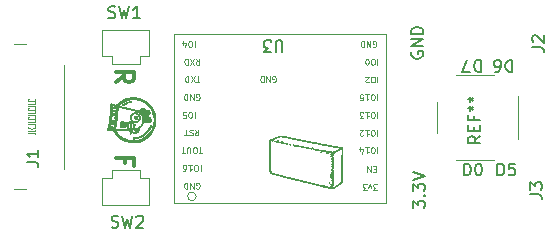
<source format=gbr>
G04 #@! TF.GenerationSoftware,KiCad,Pcbnew,(5.1.4)-1*
G04 #@! TF.CreationDate,2020-11-01T21:23:20+01:00*
G04 #@! TF.ProjectId,deauther-andromeda,64656175-7468-4657-922d-616e64726f6d,rev?*
G04 #@! TF.SameCoordinates,Original*
G04 #@! TF.FileFunction,Legend,Top*
G04 #@! TF.FilePolarity,Positive*
%FSLAX46Y46*%
G04 Gerber Fmt 4.6, Leading zero omitted, Abs format (unit mm)*
G04 Created by KiCad (PCBNEW (5.1.4)-1) date 2020-11-01 21:23:20*
%MOMM*%
%LPD*%
G04 APERTURE LIST*
%ADD10C,0.150000*%
%ADD11C,0.040000*%
%ADD12C,0.300000*%
%ADD13C,0.010000*%
%ADD14C,0.120000*%
%ADD15C,0.100000*%
G04 APERTURE END LIST*
D10*
X159169480Y-77464824D02*
X159121860Y-77560062D01*
X159121860Y-77702920D01*
X159169480Y-77845777D01*
X159264718Y-77941015D01*
X159359956Y-77988634D01*
X159550432Y-78036253D01*
X159693289Y-78036253D01*
X159883765Y-77988634D01*
X159979003Y-77941015D01*
X160074241Y-77845777D01*
X160121860Y-77702920D01*
X160121860Y-77607681D01*
X160074241Y-77464824D01*
X160026622Y-77417205D01*
X159693289Y-77417205D01*
X159693289Y-77607681D01*
X160121860Y-76988634D02*
X159121860Y-76988634D01*
X160121860Y-76417205D01*
X159121860Y-76417205D01*
X160121860Y-75941015D02*
X159121860Y-75941015D01*
X159121860Y-75702920D01*
X159169480Y-75560062D01*
X159264718Y-75464824D01*
X159359956Y-75417205D01*
X159550432Y-75369586D01*
X159693289Y-75369586D01*
X159883765Y-75417205D01*
X159979003Y-75464824D01*
X160074241Y-75560062D01*
X160121860Y-75702920D01*
X160121860Y-75941015D01*
X159264100Y-90675910D02*
X159264100Y-90056862D01*
X159645053Y-90390196D01*
X159645053Y-90247339D01*
X159692672Y-90152100D01*
X159740291Y-90104481D01*
X159835529Y-90056862D01*
X160073624Y-90056862D01*
X160168862Y-90104481D01*
X160216481Y-90152100D01*
X160264100Y-90247339D01*
X160264100Y-90533053D01*
X160216481Y-90628291D01*
X160168862Y-90675910D01*
X160168862Y-89628291D02*
X160216481Y-89580672D01*
X160264100Y-89628291D01*
X160216481Y-89675910D01*
X160168862Y-89628291D01*
X160264100Y-89628291D01*
X159264100Y-89247339D02*
X159264100Y-88628291D01*
X159645053Y-88961624D01*
X159645053Y-88818767D01*
X159692672Y-88723529D01*
X159740291Y-88675910D01*
X159835529Y-88628291D01*
X160073624Y-88628291D01*
X160168862Y-88675910D01*
X160216481Y-88723529D01*
X160264100Y-88818767D01*
X160264100Y-89104481D01*
X160216481Y-89199720D01*
X160168862Y-89247339D01*
X159264100Y-88342577D02*
X160264100Y-88009243D01*
X159264100Y-87675910D01*
X163579584Y-87927440D02*
X163579584Y-86927440D01*
X163817680Y-86927440D01*
X163960537Y-86975060D01*
X164055775Y-87070298D01*
X164103394Y-87165536D01*
X164151013Y-87356012D01*
X164151013Y-87498869D01*
X164103394Y-87689345D01*
X164055775Y-87784583D01*
X163960537Y-87879821D01*
X163817680Y-87927440D01*
X163579584Y-87927440D01*
X164770060Y-86927440D02*
X164865299Y-86927440D01*
X164960537Y-86975060D01*
X165008156Y-87022679D01*
X165055775Y-87117917D01*
X165103394Y-87308393D01*
X165103394Y-87546488D01*
X165055775Y-87736964D01*
X165008156Y-87832202D01*
X164960537Y-87879821D01*
X164865299Y-87927440D01*
X164770060Y-87927440D01*
X164674822Y-87879821D01*
X164627203Y-87832202D01*
X164579584Y-87736964D01*
X164531965Y-87546488D01*
X164531965Y-87308393D01*
X164579584Y-87117917D01*
X164627203Y-87022679D01*
X164674822Y-86975060D01*
X164770060Y-86927440D01*
X166404064Y-87919820D02*
X166404064Y-86919820D01*
X166642160Y-86919820D01*
X166785017Y-86967440D01*
X166880255Y-87062678D01*
X166927874Y-87157916D01*
X166975493Y-87348392D01*
X166975493Y-87491249D01*
X166927874Y-87681725D01*
X166880255Y-87776963D01*
X166785017Y-87872201D01*
X166642160Y-87919820D01*
X166404064Y-87919820D01*
X167880255Y-86919820D02*
X167404064Y-86919820D01*
X167356445Y-87396011D01*
X167404064Y-87348392D01*
X167499302Y-87300773D01*
X167737398Y-87300773D01*
X167832636Y-87348392D01*
X167880255Y-87396011D01*
X167927874Y-87491249D01*
X167927874Y-87729344D01*
X167880255Y-87824582D01*
X167832636Y-87872201D01*
X167737398Y-87919820D01*
X167499302Y-87919820D01*
X167404064Y-87872201D01*
X167356445Y-87824582D01*
X165015135Y-78145379D02*
X165015135Y-79145379D01*
X164777040Y-79145379D01*
X164634182Y-79097760D01*
X164538944Y-79002521D01*
X164491325Y-78907283D01*
X164443706Y-78716807D01*
X164443706Y-78573950D01*
X164491325Y-78383474D01*
X164538944Y-78288236D01*
X164634182Y-78192998D01*
X164777040Y-78145379D01*
X165015135Y-78145379D01*
X164110373Y-79145379D02*
X163443706Y-79145379D01*
X163872278Y-78145379D01*
X167656735Y-78170779D02*
X167656735Y-79170779D01*
X167418640Y-79170779D01*
X167275782Y-79123160D01*
X167180544Y-79027921D01*
X167132925Y-78932683D01*
X167085306Y-78742207D01*
X167085306Y-78599350D01*
X167132925Y-78408874D01*
X167180544Y-78313636D01*
X167275782Y-78218398D01*
X167418640Y-78170779D01*
X167656735Y-78170779D01*
X166228163Y-79170779D02*
X166418640Y-79170779D01*
X166513878Y-79123160D01*
X166561497Y-79075540D01*
X166656735Y-78932683D01*
X166704354Y-78742207D01*
X166704354Y-78361255D01*
X166656735Y-78266017D01*
X166609116Y-78218398D01*
X166513878Y-78170779D01*
X166323401Y-78170779D01*
X166228163Y-78218398D01*
X166180544Y-78266017D01*
X166132925Y-78361255D01*
X166132925Y-78599350D01*
X166180544Y-78694588D01*
X166228163Y-78742207D01*
X166323401Y-78789826D01*
X166513878Y-78789826D01*
X166609116Y-78742207D01*
X166656735Y-78694588D01*
X166704354Y-78599350D01*
D11*
X126673968Y-84329414D02*
X127102540Y-84329414D01*
X127188254Y-84343700D01*
X127245397Y-84372271D01*
X127273968Y-84415128D01*
X127273968Y-84443700D01*
X127273968Y-84043700D02*
X127273968Y-84186557D01*
X126673968Y-84186557D01*
X127216825Y-83772271D02*
X127245397Y-83786557D01*
X127273968Y-83829414D01*
X127273968Y-83857985D01*
X127245397Y-83900842D01*
X127188254Y-83929414D01*
X127131111Y-83943700D01*
X127016825Y-83957985D01*
X126931111Y-83957985D01*
X126816825Y-83943700D01*
X126759682Y-83929414D01*
X126702540Y-83900842D01*
X126673968Y-83857985D01*
X126673968Y-83829414D01*
X126702540Y-83786557D01*
X126731111Y-83772271D01*
X126673968Y-83557985D02*
X127102540Y-83557985D01*
X127188254Y-83572271D01*
X127245397Y-83600842D01*
X127273968Y-83643700D01*
X127273968Y-83672271D01*
X127273968Y-83272271D02*
X127273968Y-83415128D01*
X126673968Y-83415128D01*
X127216825Y-83000842D02*
X127245397Y-83015128D01*
X127273968Y-83057985D01*
X127273968Y-83086557D01*
X127245397Y-83129414D01*
X127188254Y-83157985D01*
X127131111Y-83172271D01*
X127016825Y-83186557D01*
X126931111Y-83186557D01*
X126816825Y-83172271D01*
X126759682Y-83157985D01*
X126702540Y-83129414D01*
X126673968Y-83086557D01*
X126673968Y-83057985D01*
X126702540Y-83015128D01*
X126731111Y-83000842D01*
X126673968Y-82786557D02*
X127102540Y-82786557D01*
X127188254Y-82800842D01*
X127245397Y-82829414D01*
X127273968Y-82872271D01*
X127273968Y-82900842D01*
X127273968Y-82500842D02*
X127273968Y-82643700D01*
X126673968Y-82643700D01*
X127216825Y-82229414D02*
X127245397Y-82243700D01*
X127273968Y-82286557D01*
X127273968Y-82315128D01*
X127245397Y-82357985D01*
X127188254Y-82386557D01*
X127131111Y-82400842D01*
X127016825Y-82415128D01*
X126931111Y-82415128D01*
X126816825Y-82400842D01*
X126759682Y-82386557D01*
X126702540Y-82357985D01*
X126673968Y-82315128D01*
X126673968Y-82286557D01*
X126702540Y-82243700D01*
X126731111Y-82229414D01*
X126673968Y-82015128D02*
X127102540Y-82015128D01*
X127188254Y-82029414D01*
X127245397Y-82057985D01*
X127273968Y-82100842D01*
X127273968Y-82129414D01*
X127273968Y-81729414D02*
X127273968Y-81872271D01*
X126673968Y-81872271D01*
X127216825Y-81457985D02*
X127245397Y-81472271D01*
X127273968Y-81515128D01*
X127273968Y-81543700D01*
X127245397Y-81586557D01*
X127188254Y-81615128D01*
X127131111Y-81629414D01*
X127016825Y-81643700D01*
X126931111Y-81643700D01*
X126816825Y-81629414D01*
X126759682Y-81615128D01*
X126702540Y-81586557D01*
X126673968Y-81543700D01*
X126673968Y-81515128D01*
X126702540Y-81472271D01*
X126731111Y-81457985D01*
D12*
X134907142Y-86912105D02*
X134907142Y-86412105D01*
X134121428Y-86412105D02*
X135621428Y-86412105D01*
X135621428Y-87126391D01*
X134121428Y-80034865D02*
X134835714Y-79534865D01*
X134121428Y-79177722D02*
X135621428Y-79177722D01*
X135621428Y-79749151D01*
X135550000Y-79892008D01*
X135478571Y-79963437D01*
X135335714Y-80034865D01*
X135121428Y-80034865D01*
X134978571Y-79963437D01*
X134907142Y-79892008D01*
X134835714Y-79749151D01*
X134835714Y-79177722D01*
D13*
G36*
X137458221Y-83321770D02*
G01*
X137453949Y-83401698D01*
X137446989Y-83470939D01*
X137444033Y-83491067D01*
X137406354Y-83673150D01*
X137353502Y-83847746D01*
X137285494Y-84014813D01*
X137202349Y-84174306D01*
X137104084Y-84326182D01*
X137081172Y-84357585D01*
X137041669Y-84406917D01*
X136992031Y-84463188D01*
X136935536Y-84523123D01*
X136875467Y-84583447D01*
X136815104Y-84640885D01*
X136757728Y-84692162D01*
X136706618Y-84734003D01*
X136696296Y-84741798D01*
X136544590Y-84843968D01*
X136386237Y-84930567D01*
X136221167Y-85001626D01*
X136049308Y-85057175D01*
X135870587Y-85097244D01*
X135855015Y-85099948D01*
X135800735Y-85107138D01*
X135734166Y-85112801D01*
X135659893Y-85116811D01*
X135582503Y-85119043D01*
X135506582Y-85119370D01*
X135436716Y-85117666D01*
X135377490Y-85113805D01*
X135371809Y-85113242D01*
X135197763Y-85087291D01*
X135027246Y-85046093D01*
X134861854Y-84990310D01*
X134703181Y-84920601D01*
X134552824Y-84837628D01*
X134412379Y-84742050D01*
X134343833Y-84687621D01*
X134227337Y-84581460D01*
X134117534Y-84464306D01*
X134017666Y-84339937D01*
X133930973Y-84212130D01*
X133919122Y-84192588D01*
X133897828Y-84158525D01*
X133877717Y-84129206D01*
X133861357Y-84108220D01*
X133852816Y-84099921D01*
X133845231Y-84096388D01*
X133833638Y-84093981D01*
X133816037Y-84092710D01*
X133790431Y-84092584D01*
X133754819Y-84093613D01*
X133707205Y-84095805D01*
X133645588Y-84099171D01*
X133613095Y-84101052D01*
X133538084Y-84105179D01*
X133478715Y-84107831D01*
X133433767Y-84109026D01*
X133402015Y-84108785D01*
X133382237Y-84107127D01*
X133374457Y-84104931D01*
X133363731Y-84095329D01*
X133359052Y-84079461D01*
X133360436Y-84054670D01*
X133367897Y-84018296D01*
X133375080Y-83990601D01*
X133385347Y-83950607D01*
X133398104Y-83897554D01*
X133412567Y-83834997D01*
X133427954Y-83766491D01*
X133443482Y-83695591D01*
X133458367Y-83625853D01*
X133471826Y-83560831D01*
X133483077Y-83504081D01*
X133487914Y-83478367D01*
X133523094Y-83269702D01*
X133554327Y-83050551D01*
X133581123Y-82825682D01*
X133602992Y-82599867D01*
X133619444Y-82377875D01*
X133629987Y-82164477D01*
X133632742Y-82069427D01*
X133634200Y-82010014D01*
X133635822Y-81956161D01*
X133637515Y-81910193D01*
X133639183Y-81874432D01*
X133640732Y-81851203D01*
X133641938Y-81842944D01*
X133648141Y-81838176D01*
X133660066Y-81836682D01*
X133679330Y-81838836D01*
X133707553Y-81845009D01*
X133746354Y-81855574D01*
X133797352Y-81870905D01*
X133862164Y-81891373D01*
X133867651Y-81893138D01*
X133867651Y-81988234D01*
X133835424Y-81996161D01*
X133819605Y-82007925D01*
X133812529Y-82015864D01*
X133807238Y-82025232D01*
X133803341Y-82038655D01*
X133800448Y-82058756D01*
X133798171Y-82088159D01*
X133796118Y-82129488D01*
X133794127Y-82179375D01*
X133788746Y-82291592D01*
X133780908Y-82413825D01*
X133770921Y-82543175D01*
X133759091Y-82676737D01*
X133745726Y-82811610D01*
X133731132Y-82944893D01*
X133715617Y-83073682D01*
X133699487Y-83195076D01*
X133683048Y-83306173D01*
X133666609Y-83404070D01*
X133661966Y-83429151D01*
X133658098Y-83454225D01*
X133659362Y-83471620D01*
X133668225Y-83483382D01*
X133687152Y-83491557D01*
X133718607Y-83498193D01*
X133751278Y-83503297D01*
X133788713Y-83509618D01*
X133812997Y-83515987D01*
X133827867Y-83523713D01*
X133836445Y-83533147D01*
X133843988Y-83552421D01*
X133843495Y-83566309D01*
X133834369Y-83581177D01*
X133819135Y-83589597D01*
X133795021Y-83591997D01*
X133759255Y-83588804D01*
X133728728Y-83583980D01*
X133690676Y-83577851D01*
X133665795Y-83575280D01*
X133650721Y-83576177D01*
X133642088Y-83580450D01*
X133640938Y-83581594D01*
X133635230Y-83594048D01*
X133627617Y-83619284D01*
X133619167Y-83653414D01*
X133612268Y-83685801D01*
X133602804Y-83732024D01*
X133592461Y-83780098D01*
X133582801Y-83822858D01*
X133578119Y-83842434D01*
X133567048Y-83892492D01*
X133562241Y-83929901D01*
X133563741Y-83957761D01*
X133571590Y-83979174D01*
X133580164Y-83991157D01*
X133590472Y-84001970D01*
X133601423Y-84008588D01*
X133617192Y-84011962D01*
X133641954Y-84013041D01*
X133675414Y-84012835D01*
X133741120Y-84010841D01*
X133790977Y-84006698D01*
X133825949Y-84000267D01*
X133847001Y-83991411D01*
X133851387Y-83987569D01*
X133858776Y-83972614D01*
X133868409Y-83942962D01*
X133879905Y-83900601D01*
X133892884Y-83847516D01*
X133906964Y-83785693D01*
X133921764Y-83717119D01*
X133936903Y-83643780D01*
X133952000Y-83567663D01*
X133966673Y-83490753D01*
X133980543Y-83415037D01*
X133993227Y-83342502D01*
X134004344Y-83275133D01*
X134013514Y-83214916D01*
X134020355Y-83163839D01*
X134024487Y-83123887D01*
X134025527Y-83097046D01*
X134024171Y-83087012D01*
X134012633Y-83077455D01*
X133988560Y-83069829D01*
X133978323Y-83068004D01*
X133944966Y-83060971D01*
X133925576Y-83050818D01*
X133917222Y-83035505D01*
X133916266Y-83024844D01*
X133923424Y-83002231D01*
X133944304Y-82988637D01*
X133978016Y-82984523D01*
X133992369Y-82985378D01*
X134017831Y-82987003D01*
X134031695Y-82984427D01*
X134039110Y-82975981D01*
X134041904Y-82969309D01*
X134046386Y-82950035D01*
X134051298Y-82916403D01*
X134056404Y-82870976D01*
X134061466Y-82816316D01*
X134066248Y-82754986D01*
X134070513Y-82689548D01*
X134074022Y-82622565D01*
X134074066Y-82621599D01*
X134079719Y-82497205D01*
X134059376Y-82492551D01*
X134040755Y-82488948D01*
X134011756Y-82484032D01*
X133979766Y-82479038D01*
X133939964Y-82470793D01*
X133914799Y-82459417D01*
X133902062Y-82443482D01*
X133899333Y-82427077D01*
X133906338Y-82407350D01*
X133927495Y-82396145D01*
X133963018Y-82393397D01*
X133998266Y-82396711D01*
X134030129Y-82400309D01*
X134056483Y-82401628D01*
X134071895Y-82400408D01*
X134072349Y-82400250D01*
X134076998Y-82396454D01*
X134080433Y-82387677D01*
X134082826Y-82371720D01*
X134084348Y-82346384D01*
X134085170Y-82309470D01*
X134085463Y-82258780D01*
X134085470Y-82231916D01*
X134085093Y-82180556D01*
X134084122Y-82134707D01*
X134082667Y-82097179D01*
X134080840Y-82070781D01*
X134078750Y-82058325D01*
X134078608Y-82058064D01*
X134067405Y-82050396D01*
X134043773Y-82039816D01*
X134011682Y-82027636D01*
X133975098Y-82015170D01*
X133937992Y-82003733D01*
X133904332Y-81994637D01*
X133878086Y-81989197D01*
X133867651Y-81988234D01*
X133867651Y-81893138D01*
X133886908Y-81899334D01*
X133942241Y-81917013D01*
X133992736Y-81932798D01*
X134035999Y-81945970D01*
X134069635Y-81955806D01*
X134091249Y-81961586D01*
X134097939Y-81962834D01*
X134108447Y-81957179D01*
X134128701Y-81941495D01*
X134156450Y-81917702D01*
X134189442Y-81887719D01*
X134219598Y-81859117D01*
X134268302Y-81815777D01*
X134268302Y-82106963D01*
X134262618Y-82107185D01*
X134258805Y-82110935D01*
X134255666Y-82118840D01*
X134253086Y-82132607D01*
X134250951Y-82153946D01*
X134249148Y-82184562D01*
X134247561Y-82226165D01*
X134246076Y-82280462D01*
X134244579Y-82349162D01*
X134243819Y-82387890D01*
X134241682Y-82487267D01*
X134239216Y-82573261D01*
X134236180Y-82649420D01*
X134232337Y-82719294D01*
X134227445Y-82786433D01*
X134221266Y-82854386D01*
X134213560Y-82926702D01*
X134204087Y-83006931D01*
X134199571Y-83043468D01*
X134178340Y-83203008D01*
X134155153Y-83357847D01*
X134130457Y-83505440D01*
X134104695Y-83643245D01*
X134078313Y-83768718D01*
X134056844Y-83859367D01*
X134045122Y-83908429D01*
X134038374Y-83943636D01*
X134036444Y-83967269D01*
X134039177Y-83981609D01*
X134046416Y-83988939D01*
X134047930Y-83989594D01*
X134058522Y-83990199D01*
X134084546Y-83990213D01*
X134124511Y-83989672D01*
X134176926Y-83988612D01*
X134240302Y-83987070D01*
X134313148Y-83985083D01*
X134393974Y-83982687D01*
X134481290Y-83979918D01*
X134573604Y-83976814D01*
X134583447Y-83976473D01*
X134699244Y-83972351D01*
X134798946Y-83968587D01*
X134883386Y-83965135D01*
X134953399Y-83961951D01*
X135009818Y-83958989D01*
X135053475Y-83956205D01*
X135085205Y-83953554D01*
X135105842Y-83950991D01*
X135116218Y-83948471D01*
X135117447Y-83947723D01*
X135121604Y-83940577D01*
X135120541Y-83928977D01*
X135113293Y-83910047D01*
X135098895Y-83880914D01*
X135088241Y-83860740D01*
X135064787Y-83820007D01*
X135044508Y-83791122D01*
X135028737Y-83775949D01*
X135027042Y-83775061D01*
X135017634Y-83772578D01*
X135004001Y-83772784D01*
X134983937Y-83776180D01*
X134955236Y-83783269D01*
X134915692Y-83794555D01*
X134863100Y-83810538D01*
X134840348Y-83817601D01*
X134767696Y-83839526D01*
X134708422Y-83855409D01*
X134660114Y-83865331D01*
X134620365Y-83869373D01*
X134586762Y-83867618D01*
X134556898Y-83860147D01*
X134528361Y-83847042D01*
X134499843Y-83829144D01*
X134468366Y-83799315D01*
X134445236Y-83761183D01*
X134431863Y-83719195D01*
X134429656Y-83677795D01*
X134440026Y-83641428D01*
X134440201Y-83641099D01*
X134448955Y-83609216D01*
X134445761Y-83575088D01*
X134440223Y-83561208D01*
X134432895Y-83535431D01*
X134431222Y-83501411D01*
X134434981Y-83466789D01*
X134443734Y-83439619D01*
X134468218Y-83405410D01*
X134502283Y-83373467D01*
X134539055Y-83350061D01*
X134544644Y-83347563D01*
X134568581Y-83339256D01*
X134593628Y-83334667D01*
X134621962Y-83334134D01*
X134655754Y-83337991D01*
X134697178Y-83346576D01*
X134748410Y-83360225D01*
X134811621Y-83379274D01*
X134870131Y-83397932D01*
X134925523Y-83415656D01*
X134976226Y-83431473D01*
X135019810Y-83444659D01*
X135053841Y-83454487D01*
X135075888Y-83460231D01*
X135082813Y-83461434D01*
X135094817Y-83456264D01*
X135117084Y-83442001D01*
X135146968Y-83420510D01*
X135181823Y-83393658D01*
X135202782Y-83376767D01*
X135239191Y-83347725D01*
X135261111Y-83331202D01*
X135261111Y-83448734D01*
X135248988Y-83453928D01*
X135227566Y-83467932D01*
X135199731Y-83488384D01*
X135168369Y-83512917D01*
X135136366Y-83539167D01*
X135106606Y-83564771D01*
X135081977Y-83587362D01*
X135065362Y-83604577D01*
X135059631Y-83613834D01*
X135063469Y-83624408D01*
X135074174Y-83647932D01*
X135090746Y-83682365D01*
X135112183Y-83725663D01*
X135137486Y-83775783D01*
X135165653Y-83830682D01*
X135169544Y-83838201D01*
X135279195Y-84049867D01*
X135277181Y-83749301D01*
X135276591Y-83669696D01*
X135275942Y-83605411D01*
X135275148Y-83554833D01*
X135274122Y-83516348D01*
X135272777Y-83488343D01*
X135271029Y-83469205D01*
X135268789Y-83457320D01*
X135265973Y-83451075D01*
X135262494Y-83448857D01*
X135261111Y-83448734D01*
X135261111Y-83331202D01*
X135272022Y-83322977D01*
X135298656Y-83304388D01*
X135316479Y-83293821D01*
X135321691Y-83292100D01*
X135331866Y-83297299D01*
X135352906Y-83311788D01*
X135377811Y-83330245D01*
X135377811Y-83449505D01*
X135374416Y-83452108D01*
X135371626Y-83458074D01*
X135369380Y-83468910D01*
X135367623Y-83486125D01*
X135366295Y-83511229D01*
X135365339Y-83545731D01*
X135364696Y-83591138D01*
X135364310Y-83648960D01*
X135364122Y-83720706D01*
X135364073Y-83807356D01*
X135364080Y-84159934D01*
X135449622Y-83986367D01*
X135477385Y-83929854D01*
X135505507Y-83872288D01*
X135532128Y-83817501D01*
X135555387Y-83769324D01*
X135573423Y-83731588D01*
X135576699Y-83724659D01*
X135592086Y-83692828D01*
X135603086Y-83668731D01*
X135608608Y-83649841D01*
X135607565Y-83633630D01*
X135598869Y-83617570D01*
X135581431Y-83599134D01*
X135554163Y-83575792D01*
X135515977Y-83545019D01*
X135490519Y-83524490D01*
X135445303Y-83488836D01*
X135411714Y-83464693D01*
X135389268Y-83451738D01*
X135377811Y-83449505D01*
X135377811Y-83330245D01*
X135382755Y-83333909D01*
X135419361Y-83362004D01*
X135460672Y-83394413D01*
X135504633Y-83429478D01*
X135549191Y-83465540D01*
X135592294Y-83500940D01*
X135631888Y-83534019D01*
X135665919Y-83563119D01*
X135692335Y-83586581D01*
X135709083Y-83602746D01*
X135714068Y-83609096D01*
X135712011Y-83620276D01*
X135703451Y-83644156D01*
X135689413Y-83678270D01*
X135670923Y-83720150D01*
X135649008Y-83767332D01*
X135642966Y-83779974D01*
X135620431Y-83827500D01*
X135600985Y-83869744D01*
X135585648Y-83904388D01*
X135575438Y-83929117D01*
X135571375Y-83941610D01*
X135571480Y-83942603D01*
X135582206Y-83944114D01*
X135606014Y-83942965D01*
X135639343Y-83939632D01*
X135678635Y-83934593D01*
X135720331Y-83928324D01*
X135760872Y-83921301D01*
X135796698Y-83914000D01*
X135811343Y-83910494D01*
X135921326Y-83875219D01*
X135972539Y-83850798D01*
X135972539Y-83949878D01*
X135948162Y-83954643D01*
X135933920Y-83959575D01*
X135911019Y-83969485D01*
X135901167Y-83978733D01*
X135900942Y-83990589D01*
X135901039Y-83990982D01*
X135901373Y-84017274D01*
X135893330Y-84049424D01*
X135879077Y-84080042D01*
X135871848Y-84090555D01*
X135845679Y-84112663D01*
X135810111Y-84128755D01*
X135772331Y-84136223D01*
X135749160Y-84135066D01*
X135721230Y-84124251D01*
X135692104Y-84104377D01*
X135666886Y-84079877D01*
X135650680Y-84055182D01*
X135648074Y-84047280D01*
X135644858Y-84035566D01*
X135639027Y-84029057D01*
X135626660Y-84026651D01*
X135603838Y-84027248D01*
X135581888Y-84028701D01*
X135520700Y-84032934D01*
X135493421Y-84083734D01*
X135479574Y-84110786D01*
X135469675Y-84132537D01*
X135465904Y-84144112D01*
X135471976Y-84154581D01*
X135487601Y-84169987D01*
X135496743Y-84177394D01*
X135556869Y-84213043D01*
X135622631Y-84233992D01*
X135691128Y-84240164D01*
X135759461Y-84231484D01*
X135824730Y-84207877D01*
X135860695Y-84186872D01*
X135899872Y-84152643D01*
X135935960Y-84107522D01*
X135964909Y-84057460D01*
X135982671Y-84008411D01*
X135982979Y-84007060D01*
X135988333Y-83974523D01*
X135985392Y-83955984D01*
X135972539Y-83949878D01*
X135972539Y-83850798D01*
X136018569Y-83828848D01*
X136103334Y-83771142D01*
X136175878Y-83701857D01*
X136236463Y-83620753D01*
X136285347Y-83527587D01*
X136317922Y-83438637D01*
X136326732Y-83408197D01*
X136332955Y-83381403D01*
X136337048Y-83354138D01*
X136339462Y-83322282D01*
X136340654Y-83281715D01*
X136341075Y-83228600D01*
X136340400Y-83161743D01*
X136337346Y-83107335D01*
X136331069Y-83060962D01*
X136320723Y-83018211D01*
X136305462Y-82974668D01*
X136284442Y-82925917D01*
X136282144Y-82920919D01*
X136229488Y-82826803D01*
X136161427Y-82738738D01*
X136078556Y-82657232D01*
X135981472Y-82582795D01*
X135870770Y-82515935D01*
X135747045Y-82457163D01*
X135732366Y-82451091D01*
X135710453Y-82442201D01*
X135690036Y-82434138D01*
X135669913Y-82426596D01*
X135648883Y-82419274D01*
X135625742Y-82411866D01*
X135599289Y-82404071D01*
X135568322Y-82395584D01*
X135531639Y-82386102D01*
X135488037Y-82375321D01*
X135436314Y-82362938D01*
X135375268Y-82348650D01*
X135303697Y-82332153D01*
X135220399Y-82313142D01*
X135124171Y-82291316D01*
X135013812Y-82266370D01*
X134889975Y-82238420D01*
X134757823Y-82208742D01*
X134640907Y-82182782D01*
X134539386Y-82160573D01*
X134453420Y-82142148D01*
X134383168Y-82127542D01*
X134328792Y-82116786D01*
X134290450Y-82109916D01*
X134268302Y-82106963D01*
X134268302Y-81815777D01*
X134357359Y-81736527D01*
X134500702Y-81629806D01*
X134650257Y-81538630D01*
X134806658Y-81462672D01*
X134970536Y-81401610D01*
X135142524Y-81355117D01*
X135237066Y-81336292D01*
X135309113Y-81326155D01*
X135392579Y-81318567D01*
X135482117Y-81313715D01*
X135511758Y-81313081D01*
X135511758Y-81473236D01*
X135343661Y-81486010D01*
X135176169Y-81515223D01*
X135010315Y-81560997D01*
X135009395Y-81561299D01*
X134857888Y-81619563D01*
X134710110Y-81692921D01*
X134569362Y-81779538D01*
X134438946Y-81877580D01*
X134436831Y-81879340D01*
X134390116Y-81919289D01*
X134356193Y-81950813D01*
X134333968Y-81975178D01*
X134322346Y-81993651D01*
X134320233Y-82007496D01*
X134321910Y-82012222D01*
X134327191Y-82015898D01*
X134340383Y-82021035D01*
X134362360Y-82027846D01*
X134393994Y-82036546D01*
X134436157Y-82047347D01*
X134489722Y-82060465D01*
X134555561Y-82076113D01*
X134634546Y-82094506D01*
X134727550Y-82115857D01*
X134835445Y-82140381D01*
X134946297Y-82165407D01*
X135048371Y-82188508D01*
X135147531Y-82211165D01*
X135242242Y-82233016D01*
X135330972Y-82253697D01*
X135412185Y-82272844D01*
X135484350Y-82290094D01*
X135545931Y-82305082D01*
X135595395Y-82317446D01*
X135631208Y-82326821D01*
X135650182Y-82332300D01*
X135694213Y-82347741D01*
X135746265Y-82367969D01*
X135799241Y-82390138D01*
X135838337Y-82407744D01*
X135885298Y-82429035D01*
X135919515Y-82442643D01*
X135942967Y-82449251D01*
X135957632Y-82449541D01*
X135958621Y-82449271D01*
X135971108Y-82441509D01*
X135993004Y-82423940D01*
X136021770Y-82398757D01*
X136054867Y-82368152D01*
X136075266Y-82348568D01*
X136137920Y-82291147D01*
X136194349Y-82247391D01*
X136246470Y-82216117D01*
X136296200Y-82196142D01*
X136336659Y-82187348D01*
X136390217Y-82187420D01*
X136441742Y-82201011D01*
X136488567Y-82226029D01*
X136528021Y-82260386D01*
X136557434Y-82301992D01*
X136574139Y-82348757D01*
X136576935Y-82375450D01*
X136579428Y-82401292D01*
X136587807Y-82415181D01*
X136604889Y-82418495D01*
X136633492Y-82412611D01*
X136645566Y-82409001D01*
X136717960Y-82392286D01*
X136781490Y-82389938D01*
X136836113Y-82401941D01*
X136881783Y-82428281D01*
X136918456Y-82468943D01*
X136938201Y-82504701D01*
X136954700Y-82560734D01*
X136954913Y-82618380D01*
X136939234Y-82676331D01*
X136908056Y-82733279D01*
X136861772Y-82787916D01*
X136849439Y-82799645D01*
X136824871Y-82823447D01*
X136806113Y-82844078D01*
X136796081Y-82858227D01*
X136795163Y-82861295D01*
X136802450Y-82869870D01*
X136821768Y-82882984D01*
X136849628Y-82898404D01*
X136864797Y-82905868D01*
X136933389Y-82946035D01*
X136991097Y-82995557D01*
X137036727Y-83052575D01*
X137069085Y-83115229D01*
X137086976Y-83181660D01*
X137089206Y-83250010D01*
X137088784Y-83254440D01*
X137075647Y-83312161D01*
X137049336Y-83359400D01*
X137010015Y-83396109D01*
X136957845Y-83422244D01*
X136892987Y-83437758D01*
X136815603Y-83442604D01*
X136725855Y-83436737D01*
X136623906Y-83420110D01*
X136559112Y-83405485D01*
X136509652Y-83394207D01*
X136473280Y-83389534D01*
X136446902Y-83393078D01*
X136427427Y-83406448D01*
X136411761Y-83431257D01*
X136396812Y-83469114D01*
X136388310Y-83494445D01*
X136347931Y-83593249D01*
X136294496Y-83684833D01*
X136229719Y-83766852D01*
X136155318Y-83836962D01*
X136116723Y-83865673D01*
X136077747Y-83892340D01*
X136073091Y-83958404D01*
X136059849Y-84039559D01*
X136031975Y-84112535D01*
X135998482Y-84166203D01*
X135943963Y-84225803D01*
X135880832Y-84271732D01*
X135811045Y-84303550D01*
X135736560Y-84320819D01*
X135659331Y-84323098D01*
X135581316Y-84309947D01*
X135504469Y-84280928D01*
X135499363Y-84278381D01*
X135474521Y-84264329D01*
X135455138Y-84250785D01*
X135449281Y-84245261D01*
X135436972Y-84234261D01*
X135430869Y-84231901D01*
X135423948Y-84238950D01*
X135412023Y-84257688D01*
X135397333Y-84284496D01*
X135392866Y-84293284D01*
X135369868Y-84336752D01*
X135350993Y-84365566D01*
X135334618Y-84381004D01*
X135319118Y-84384341D01*
X135302871Y-84376851D01*
X135294883Y-84370288D01*
X135285867Y-84357786D01*
X135281065Y-84338043D01*
X135279496Y-84306621D01*
X135279479Y-84300438D01*
X135278862Y-84275698D01*
X135276093Y-84254133D01*
X135269920Y-84231687D01*
X135259087Y-84204307D01*
X135242341Y-84167940D01*
X135231541Y-84145497D01*
X135212740Y-84108036D01*
X135195629Y-84076391D01*
X135181933Y-84053587D01*
X135173378Y-84042649D01*
X135172625Y-84042211D01*
X135162463Y-84041786D01*
X135136840Y-84041976D01*
X135097212Y-84042740D01*
X135045040Y-84044035D01*
X134981782Y-84045821D01*
X134908897Y-84048055D01*
X134827842Y-84050695D01*
X134740078Y-84053701D01*
X134647061Y-84057030D01*
X134623460Y-84057896D01*
X134511929Y-84062049D01*
X134416131Y-84065733D01*
X134334875Y-84069049D01*
X134266972Y-84072101D01*
X134211230Y-84074990D01*
X134166459Y-84077819D01*
X134131469Y-84080690D01*
X134105069Y-84083704D01*
X134086069Y-84086965D01*
X134073278Y-84090575D01*
X134065506Y-84094635D01*
X134061562Y-84099248D01*
X134060255Y-84104517D01*
X134060200Y-84106262D01*
X134064668Y-84116101D01*
X134076748Y-84136621D01*
X134094449Y-84164554D01*
X134110272Y-84188486D01*
X134213539Y-84327332D01*
X134328125Y-84453685D01*
X134453686Y-84567249D01*
X134589878Y-84667724D01*
X134736357Y-84754813D01*
X134801033Y-84787407D01*
X134958348Y-84853531D01*
X135119744Y-84903635D01*
X135284060Y-84937723D01*
X135450137Y-84955799D01*
X135616814Y-84957866D01*
X135782932Y-84943929D01*
X135947331Y-84913991D01*
X136108850Y-84868055D01*
X136266330Y-84806126D01*
X136316566Y-84782498D01*
X136467372Y-84699383D01*
X136607727Y-84603314D01*
X136737029Y-84495112D01*
X136854677Y-84375598D01*
X136960069Y-84245591D01*
X137052603Y-84105913D01*
X137131679Y-83957383D01*
X137196693Y-83800823D01*
X137247045Y-83637053D01*
X137282132Y-83466894D01*
X137282370Y-83465378D01*
X137294634Y-83353327D01*
X137298520Y-83231638D01*
X137294285Y-83105239D01*
X137282183Y-82979060D01*
X137262470Y-82858030D01*
X137247454Y-82791360D01*
X137198519Y-82631279D01*
X137134105Y-82476651D01*
X137055140Y-82328748D01*
X136962554Y-82188840D01*
X136857275Y-82058199D01*
X136740234Y-81938095D01*
X136612359Y-81829798D01*
X136475147Y-81734934D01*
X136325130Y-81651650D01*
X136169515Y-81584071D01*
X136009337Y-81532317D01*
X135845629Y-81496511D01*
X135679425Y-81476777D01*
X135511758Y-81473236D01*
X135511758Y-81313081D01*
X135572380Y-81311784D01*
X135658020Y-81312959D01*
X135733690Y-81317425D01*
X135746345Y-81318645D01*
X135923924Y-81345472D01*
X136097427Y-81388525D01*
X136265787Y-81447369D01*
X136427939Y-81521569D01*
X136582815Y-81610689D01*
X136729350Y-81714294D01*
X136744133Y-81725935D01*
X136786155Y-81761594D01*
X136835157Y-81806782D01*
X136887916Y-81858200D01*
X136941210Y-81912548D01*
X136991818Y-81966527D01*
X137036516Y-82016838D01*
X137072083Y-82060180D01*
X137077532Y-82067340D01*
X137178694Y-82215696D01*
X137264508Y-82370373D01*
X137335302Y-82532146D01*
X137391408Y-82701788D01*
X137433153Y-82880075D01*
X137440277Y-82919567D01*
X137449007Y-82985327D01*
X137455196Y-83062934D01*
X137458815Y-83147881D01*
X137459833Y-83235662D01*
X137458221Y-83321770D01*
X137458221Y-83321770D01*
G37*
X137458221Y-83321770D02*
X137453949Y-83401698D01*
X137446989Y-83470939D01*
X137444033Y-83491067D01*
X137406354Y-83673150D01*
X137353502Y-83847746D01*
X137285494Y-84014813D01*
X137202349Y-84174306D01*
X137104084Y-84326182D01*
X137081172Y-84357585D01*
X137041669Y-84406917D01*
X136992031Y-84463188D01*
X136935536Y-84523123D01*
X136875467Y-84583447D01*
X136815104Y-84640885D01*
X136757728Y-84692162D01*
X136706618Y-84734003D01*
X136696296Y-84741798D01*
X136544590Y-84843968D01*
X136386237Y-84930567D01*
X136221167Y-85001626D01*
X136049308Y-85057175D01*
X135870587Y-85097244D01*
X135855015Y-85099948D01*
X135800735Y-85107138D01*
X135734166Y-85112801D01*
X135659893Y-85116811D01*
X135582503Y-85119043D01*
X135506582Y-85119370D01*
X135436716Y-85117666D01*
X135377490Y-85113805D01*
X135371809Y-85113242D01*
X135197763Y-85087291D01*
X135027246Y-85046093D01*
X134861854Y-84990310D01*
X134703181Y-84920601D01*
X134552824Y-84837628D01*
X134412379Y-84742050D01*
X134343833Y-84687621D01*
X134227337Y-84581460D01*
X134117534Y-84464306D01*
X134017666Y-84339937D01*
X133930973Y-84212130D01*
X133919122Y-84192588D01*
X133897828Y-84158525D01*
X133877717Y-84129206D01*
X133861357Y-84108220D01*
X133852816Y-84099921D01*
X133845231Y-84096388D01*
X133833638Y-84093981D01*
X133816037Y-84092710D01*
X133790431Y-84092584D01*
X133754819Y-84093613D01*
X133707205Y-84095805D01*
X133645588Y-84099171D01*
X133613095Y-84101052D01*
X133538084Y-84105179D01*
X133478715Y-84107831D01*
X133433767Y-84109026D01*
X133402015Y-84108785D01*
X133382237Y-84107127D01*
X133374457Y-84104931D01*
X133363731Y-84095329D01*
X133359052Y-84079461D01*
X133360436Y-84054670D01*
X133367897Y-84018296D01*
X133375080Y-83990601D01*
X133385347Y-83950607D01*
X133398104Y-83897554D01*
X133412567Y-83834997D01*
X133427954Y-83766491D01*
X133443482Y-83695591D01*
X133458367Y-83625853D01*
X133471826Y-83560831D01*
X133483077Y-83504081D01*
X133487914Y-83478367D01*
X133523094Y-83269702D01*
X133554327Y-83050551D01*
X133581123Y-82825682D01*
X133602992Y-82599867D01*
X133619444Y-82377875D01*
X133629987Y-82164477D01*
X133632742Y-82069427D01*
X133634200Y-82010014D01*
X133635822Y-81956161D01*
X133637515Y-81910193D01*
X133639183Y-81874432D01*
X133640732Y-81851203D01*
X133641938Y-81842944D01*
X133648141Y-81838176D01*
X133660066Y-81836682D01*
X133679330Y-81838836D01*
X133707553Y-81845009D01*
X133746354Y-81855574D01*
X133797352Y-81870905D01*
X133862164Y-81891373D01*
X133867651Y-81893138D01*
X133867651Y-81988234D01*
X133835424Y-81996161D01*
X133819605Y-82007925D01*
X133812529Y-82015864D01*
X133807238Y-82025232D01*
X133803341Y-82038655D01*
X133800448Y-82058756D01*
X133798171Y-82088159D01*
X133796118Y-82129488D01*
X133794127Y-82179375D01*
X133788746Y-82291592D01*
X133780908Y-82413825D01*
X133770921Y-82543175D01*
X133759091Y-82676737D01*
X133745726Y-82811610D01*
X133731132Y-82944893D01*
X133715617Y-83073682D01*
X133699487Y-83195076D01*
X133683048Y-83306173D01*
X133666609Y-83404070D01*
X133661966Y-83429151D01*
X133658098Y-83454225D01*
X133659362Y-83471620D01*
X133668225Y-83483382D01*
X133687152Y-83491557D01*
X133718607Y-83498193D01*
X133751278Y-83503297D01*
X133788713Y-83509618D01*
X133812997Y-83515987D01*
X133827867Y-83523713D01*
X133836445Y-83533147D01*
X133843988Y-83552421D01*
X133843495Y-83566309D01*
X133834369Y-83581177D01*
X133819135Y-83589597D01*
X133795021Y-83591997D01*
X133759255Y-83588804D01*
X133728728Y-83583980D01*
X133690676Y-83577851D01*
X133665795Y-83575280D01*
X133650721Y-83576177D01*
X133642088Y-83580450D01*
X133640938Y-83581594D01*
X133635230Y-83594048D01*
X133627617Y-83619284D01*
X133619167Y-83653414D01*
X133612268Y-83685801D01*
X133602804Y-83732024D01*
X133592461Y-83780098D01*
X133582801Y-83822858D01*
X133578119Y-83842434D01*
X133567048Y-83892492D01*
X133562241Y-83929901D01*
X133563741Y-83957761D01*
X133571590Y-83979174D01*
X133580164Y-83991157D01*
X133590472Y-84001970D01*
X133601423Y-84008588D01*
X133617192Y-84011962D01*
X133641954Y-84013041D01*
X133675414Y-84012835D01*
X133741120Y-84010841D01*
X133790977Y-84006698D01*
X133825949Y-84000267D01*
X133847001Y-83991411D01*
X133851387Y-83987569D01*
X133858776Y-83972614D01*
X133868409Y-83942962D01*
X133879905Y-83900601D01*
X133892884Y-83847516D01*
X133906964Y-83785693D01*
X133921764Y-83717119D01*
X133936903Y-83643780D01*
X133952000Y-83567663D01*
X133966673Y-83490753D01*
X133980543Y-83415037D01*
X133993227Y-83342502D01*
X134004344Y-83275133D01*
X134013514Y-83214916D01*
X134020355Y-83163839D01*
X134024487Y-83123887D01*
X134025527Y-83097046D01*
X134024171Y-83087012D01*
X134012633Y-83077455D01*
X133988560Y-83069829D01*
X133978323Y-83068004D01*
X133944966Y-83060971D01*
X133925576Y-83050818D01*
X133917222Y-83035505D01*
X133916266Y-83024844D01*
X133923424Y-83002231D01*
X133944304Y-82988637D01*
X133978016Y-82984523D01*
X133992369Y-82985378D01*
X134017831Y-82987003D01*
X134031695Y-82984427D01*
X134039110Y-82975981D01*
X134041904Y-82969309D01*
X134046386Y-82950035D01*
X134051298Y-82916403D01*
X134056404Y-82870976D01*
X134061466Y-82816316D01*
X134066248Y-82754986D01*
X134070513Y-82689548D01*
X134074022Y-82622565D01*
X134074066Y-82621599D01*
X134079719Y-82497205D01*
X134059376Y-82492551D01*
X134040755Y-82488948D01*
X134011756Y-82484032D01*
X133979766Y-82479038D01*
X133939964Y-82470793D01*
X133914799Y-82459417D01*
X133902062Y-82443482D01*
X133899333Y-82427077D01*
X133906338Y-82407350D01*
X133927495Y-82396145D01*
X133963018Y-82393397D01*
X133998266Y-82396711D01*
X134030129Y-82400309D01*
X134056483Y-82401628D01*
X134071895Y-82400408D01*
X134072349Y-82400250D01*
X134076998Y-82396454D01*
X134080433Y-82387677D01*
X134082826Y-82371720D01*
X134084348Y-82346384D01*
X134085170Y-82309470D01*
X134085463Y-82258780D01*
X134085470Y-82231916D01*
X134085093Y-82180556D01*
X134084122Y-82134707D01*
X134082667Y-82097179D01*
X134080840Y-82070781D01*
X134078750Y-82058325D01*
X134078608Y-82058064D01*
X134067405Y-82050396D01*
X134043773Y-82039816D01*
X134011682Y-82027636D01*
X133975098Y-82015170D01*
X133937992Y-82003733D01*
X133904332Y-81994637D01*
X133878086Y-81989197D01*
X133867651Y-81988234D01*
X133867651Y-81893138D01*
X133886908Y-81899334D01*
X133942241Y-81917013D01*
X133992736Y-81932798D01*
X134035999Y-81945970D01*
X134069635Y-81955806D01*
X134091249Y-81961586D01*
X134097939Y-81962834D01*
X134108447Y-81957179D01*
X134128701Y-81941495D01*
X134156450Y-81917702D01*
X134189442Y-81887719D01*
X134219598Y-81859117D01*
X134268302Y-81815777D01*
X134268302Y-82106963D01*
X134262618Y-82107185D01*
X134258805Y-82110935D01*
X134255666Y-82118840D01*
X134253086Y-82132607D01*
X134250951Y-82153946D01*
X134249148Y-82184562D01*
X134247561Y-82226165D01*
X134246076Y-82280462D01*
X134244579Y-82349162D01*
X134243819Y-82387890D01*
X134241682Y-82487267D01*
X134239216Y-82573261D01*
X134236180Y-82649420D01*
X134232337Y-82719294D01*
X134227445Y-82786433D01*
X134221266Y-82854386D01*
X134213560Y-82926702D01*
X134204087Y-83006931D01*
X134199571Y-83043468D01*
X134178340Y-83203008D01*
X134155153Y-83357847D01*
X134130457Y-83505440D01*
X134104695Y-83643245D01*
X134078313Y-83768718D01*
X134056844Y-83859367D01*
X134045122Y-83908429D01*
X134038374Y-83943636D01*
X134036444Y-83967269D01*
X134039177Y-83981609D01*
X134046416Y-83988939D01*
X134047930Y-83989594D01*
X134058522Y-83990199D01*
X134084546Y-83990213D01*
X134124511Y-83989672D01*
X134176926Y-83988612D01*
X134240302Y-83987070D01*
X134313148Y-83985083D01*
X134393974Y-83982687D01*
X134481290Y-83979918D01*
X134573604Y-83976814D01*
X134583447Y-83976473D01*
X134699244Y-83972351D01*
X134798946Y-83968587D01*
X134883386Y-83965135D01*
X134953399Y-83961951D01*
X135009818Y-83958989D01*
X135053475Y-83956205D01*
X135085205Y-83953554D01*
X135105842Y-83950991D01*
X135116218Y-83948471D01*
X135117447Y-83947723D01*
X135121604Y-83940577D01*
X135120541Y-83928977D01*
X135113293Y-83910047D01*
X135098895Y-83880914D01*
X135088241Y-83860740D01*
X135064787Y-83820007D01*
X135044508Y-83791122D01*
X135028737Y-83775949D01*
X135027042Y-83775061D01*
X135017634Y-83772578D01*
X135004001Y-83772784D01*
X134983937Y-83776180D01*
X134955236Y-83783269D01*
X134915692Y-83794555D01*
X134863100Y-83810538D01*
X134840348Y-83817601D01*
X134767696Y-83839526D01*
X134708422Y-83855409D01*
X134660114Y-83865331D01*
X134620365Y-83869373D01*
X134586762Y-83867618D01*
X134556898Y-83860147D01*
X134528361Y-83847042D01*
X134499843Y-83829144D01*
X134468366Y-83799315D01*
X134445236Y-83761183D01*
X134431863Y-83719195D01*
X134429656Y-83677795D01*
X134440026Y-83641428D01*
X134440201Y-83641099D01*
X134448955Y-83609216D01*
X134445761Y-83575088D01*
X134440223Y-83561208D01*
X134432895Y-83535431D01*
X134431222Y-83501411D01*
X134434981Y-83466789D01*
X134443734Y-83439619D01*
X134468218Y-83405410D01*
X134502283Y-83373467D01*
X134539055Y-83350061D01*
X134544644Y-83347563D01*
X134568581Y-83339256D01*
X134593628Y-83334667D01*
X134621962Y-83334134D01*
X134655754Y-83337991D01*
X134697178Y-83346576D01*
X134748410Y-83360225D01*
X134811621Y-83379274D01*
X134870131Y-83397932D01*
X134925523Y-83415656D01*
X134976226Y-83431473D01*
X135019810Y-83444659D01*
X135053841Y-83454487D01*
X135075888Y-83460231D01*
X135082813Y-83461434D01*
X135094817Y-83456264D01*
X135117084Y-83442001D01*
X135146968Y-83420510D01*
X135181823Y-83393658D01*
X135202782Y-83376767D01*
X135239191Y-83347725D01*
X135261111Y-83331202D01*
X135261111Y-83448734D01*
X135248988Y-83453928D01*
X135227566Y-83467932D01*
X135199731Y-83488384D01*
X135168369Y-83512917D01*
X135136366Y-83539167D01*
X135106606Y-83564771D01*
X135081977Y-83587362D01*
X135065362Y-83604577D01*
X135059631Y-83613834D01*
X135063469Y-83624408D01*
X135074174Y-83647932D01*
X135090746Y-83682365D01*
X135112183Y-83725663D01*
X135137486Y-83775783D01*
X135165653Y-83830682D01*
X135169544Y-83838201D01*
X135279195Y-84049867D01*
X135277181Y-83749301D01*
X135276591Y-83669696D01*
X135275942Y-83605411D01*
X135275148Y-83554833D01*
X135274122Y-83516348D01*
X135272777Y-83488343D01*
X135271029Y-83469205D01*
X135268789Y-83457320D01*
X135265973Y-83451075D01*
X135262494Y-83448857D01*
X135261111Y-83448734D01*
X135261111Y-83331202D01*
X135272022Y-83322977D01*
X135298656Y-83304388D01*
X135316479Y-83293821D01*
X135321691Y-83292100D01*
X135331866Y-83297299D01*
X135352906Y-83311788D01*
X135377811Y-83330245D01*
X135377811Y-83449505D01*
X135374416Y-83452108D01*
X135371626Y-83458074D01*
X135369380Y-83468910D01*
X135367623Y-83486125D01*
X135366295Y-83511229D01*
X135365339Y-83545731D01*
X135364696Y-83591138D01*
X135364310Y-83648960D01*
X135364122Y-83720706D01*
X135364073Y-83807356D01*
X135364080Y-84159934D01*
X135449622Y-83986367D01*
X135477385Y-83929854D01*
X135505507Y-83872288D01*
X135532128Y-83817501D01*
X135555387Y-83769324D01*
X135573423Y-83731588D01*
X135576699Y-83724659D01*
X135592086Y-83692828D01*
X135603086Y-83668731D01*
X135608608Y-83649841D01*
X135607565Y-83633630D01*
X135598869Y-83617570D01*
X135581431Y-83599134D01*
X135554163Y-83575792D01*
X135515977Y-83545019D01*
X135490519Y-83524490D01*
X135445303Y-83488836D01*
X135411714Y-83464693D01*
X135389268Y-83451738D01*
X135377811Y-83449505D01*
X135377811Y-83330245D01*
X135382755Y-83333909D01*
X135419361Y-83362004D01*
X135460672Y-83394413D01*
X135504633Y-83429478D01*
X135549191Y-83465540D01*
X135592294Y-83500940D01*
X135631888Y-83534019D01*
X135665919Y-83563119D01*
X135692335Y-83586581D01*
X135709083Y-83602746D01*
X135714068Y-83609096D01*
X135712011Y-83620276D01*
X135703451Y-83644156D01*
X135689413Y-83678270D01*
X135670923Y-83720150D01*
X135649008Y-83767332D01*
X135642966Y-83779974D01*
X135620431Y-83827500D01*
X135600985Y-83869744D01*
X135585648Y-83904388D01*
X135575438Y-83929117D01*
X135571375Y-83941610D01*
X135571480Y-83942603D01*
X135582206Y-83944114D01*
X135606014Y-83942965D01*
X135639343Y-83939632D01*
X135678635Y-83934593D01*
X135720331Y-83928324D01*
X135760872Y-83921301D01*
X135796698Y-83914000D01*
X135811343Y-83910494D01*
X135921326Y-83875219D01*
X135972539Y-83850798D01*
X135972539Y-83949878D01*
X135948162Y-83954643D01*
X135933920Y-83959575D01*
X135911019Y-83969485D01*
X135901167Y-83978733D01*
X135900942Y-83990589D01*
X135901039Y-83990982D01*
X135901373Y-84017274D01*
X135893330Y-84049424D01*
X135879077Y-84080042D01*
X135871848Y-84090555D01*
X135845679Y-84112663D01*
X135810111Y-84128755D01*
X135772331Y-84136223D01*
X135749160Y-84135066D01*
X135721230Y-84124251D01*
X135692104Y-84104377D01*
X135666886Y-84079877D01*
X135650680Y-84055182D01*
X135648074Y-84047280D01*
X135644858Y-84035566D01*
X135639027Y-84029057D01*
X135626660Y-84026651D01*
X135603838Y-84027248D01*
X135581888Y-84028701D01*
X135520700Y-84032934D01*
X135493421Y-84083734D01*
X135479574Y-84110786D01*
X135469675Y-84132537D01*
X135465904Y-84144112D01*
X135471976Y-84154581D01*
X135487601Y-84169987D01*
X135496743Y-84177394D01*
X135556869Y-84213043D01*
X135622631Y-84233992D01*
X135691128Y-84240164D01*
X135759461Y-84231484D01*
X135824730Y-84207877D01*
X135860695Y-84186872D01*
X135899872Y-84152643D01*
X135935960Y-84107522D01*
X135964909Y-84057460D01*
X135982671Y-84008411D01*
X135982979Y-84007060D01*
X135988333Y-83974523D01*
X135985392Y-83955984D01*
X135972539Y-83949878D01*
X135972539Y-83850798D01*
X136018569Y-83828848D01*
X136103334Y-83771142D01*
X136175878Y-83701857D01*
X136236463Y-83620753D01*
X136285347Y-83527587D01*
X136317922Y-83438637D01*
X136326732Y-83408197D01*
X136332955Y-83381403D01*
X136337048Y-83354138D01*
X136339462Y-83322282D01*
X136340654Y-83281715D01*
X136341075Y-83228600D01*
X136340400Y-83161743D01*
X136337346Y-83107335D01*
X136331069Y-83060962D01*
X136320723Y-83018211D01*
X136305462Y-82974668D01*
X136284442Y-82925917D01*
X136282144Y-82920919D01*
X136229488Y-82826803D01*
X136161427Y-82738738D01*
X136078556Y-82657232D01*
X135981472Y-82582795D01*
X135870770Y-82515935D01*
X135747045Y-82457163D01*
X135732366Y-82451091D01*
X135710453Y-82442201D01*
X135690036Y-82434138D01*
X135669913Y-82426596D01*
X135648883Y-82419274D01*
X135625742Y-82411866D01*
X135599289Y-82404071D01*
X135568322Y-82395584D01*
X135531639Y-82386102D01*
X135488037Y-82375321D01*
X135436314Y-82362938D01*
X135375268Y-82348650D01*
X135303697Y-82332153D01*
X135220399Y-82313142D01*
X135124171Y-82291316D01*
X135013812Y-82266370D01*
X134889975Y-82238420D01*
X134757823Y-82208742D01*
X134640907Y-82182782D01*
X134539386Y-82160573D01*
X134453420Y-82142148D01*
X134383168Y-82127542D01*
X134328792Y-82116786D01*
X134290450Y-82109916D01*
X134268302Y-82106963D01*
X134268302Y-81815777D01*
X134357359Y-81736527D01*
X134500702Y-81629806D01*
X134650257Y-81538630D01*
X134806658Y-81462672D01*
X134970536Y-81401610D01*
X135142524Y-81355117D01*
X135237066Y-81336292D01*
X135309113Y-81326155D01*
X135392579Y-81318567D01*
X135482117Y-81313715D01*
X135511758Y-81313081D01*
X135511758Y-81473236D01*
X135343661Y-81486010D01*
X135176169Y-81515223D01*
X135010315Y-81560997D01*
X135009395Y-81561299D01*
X134857888Y-81619563D01*
X134710110Y-81692921D01*
X134569362Y-81779538D01*
X134438946Y-81877580D01*
X134436831Y-81879340D01*
X134390116Y-81919289D01*
X134356193Y-81950813D01*
X134333968Y-81975178D01*
X134322346Y-81993651D01*
X134320233Y-82007496D01*
X134321910Y-82012222D01*
X134327191Y-82015898D01*
X134340383Y-82021035D01*
X134362360Y-82027846D01*
X134393994Y-82036546D01*
X134436157Y-82047347D01*
X134489722Y-82060465D01*
X134555561Y-82076113D01*
X134634546Y-82094506D01*
X134727550Y-82115857D01*
X134835445Y-82140381D01*
X134946297Y-82165407D01*
X135048371Y-82188508D01*
X135147531Y-82211165D01*
X135242242Y-82233016D01*
X135330972Y-82253697D01*
X135412185Y-82272844D01*
X135484350Y-82290094D01*
X135545931Y-82305082D01*
X135595395Y-82317446D01*
X135631208Y-82326821D01*
X135650182Y-82332300D01*
X135694213Y-82347741D01*
X135746265Y-82367969D01*
X135799241Y-82390138D01*
X135838337Y-82407744D01*
X135885298Y-82429035D01*
X135919515Y-82442643D01*
X135942967Y-82449251D01*
X135957632Y-82449541D01*
X135958621Y-82449271D01*
X135971108Y-82441509D01*
X135993004Y-82423940D01*
X136021770Y-82398757D01*
X136054867Y-82368152D01*
X136075266Y-82348568D01*
X136137920Y-82291147D01*
X136194349Y-82247391D01*
X136246470Y-82216117D01*
X136296200Y-82196142D01*
X136336659Y-82187348D01*
X136390217Y-82187420D01*
X136441742Y-82201011D01*
X136488567Y-82226029D01*
X136528021Y-82260386D01*
X136557434Y-82301992D01*
X136574139Y-82348757D01*
X136576935Y-82375450D01*
X136579428Y-82401292D01*
X136587807Y-82415181D01*
X136604889Y-82418495D01*
X136633492Y-82412611D01*
X136645566Y-82409001D01*
X136717960Y-82392286D01*
X136781490Y-82389938D01*
X136836113Y-82401941D01*
X136881783Y-82428281D01*
X136918456Y-82468943D01*
X136938201Y-82504701D01*
X136954700Y-82560734D01*
X136954913Y-82618380D01*
X136939234Y-82676331D01*
X136908056Y-82733279D01*
X136861772Y-82787916D01*
X136849439Y-82799645D01*
X136824871Y-82823447D01*
X136806113Y-82844078D01*
X136796081Y-82858227D01*
X136795163Y-82861295D01*
X136802450Y-82869870D01*
X136821768Y-82882984D01*
X136849628Y-82898404D01*
X136864797Y-82905868D01*
X136933389Y-82946035D01*
X136991097Y-82995557D01*
X137036727Y-83052575D01*
X137069085Y-83115229D01*
X137086976Y-83181660D01*
X137089206Y-83250010D01*
X137088784Y-83254440D01*
X137075647Y-83312161D01*
X137049336Y-83359400D01*
X137010015Y-83396109D01*
X136957845Y-83422244D01*
X136892987Y-83437758D01*
X136815603Y-83442604D01*
X136725855Y-83436737D01*
X136623906Y-83420110D01*
X136559112Y-83405485D01*
X136509652Y-83394207D01*
X136473280Y-83389534D01*
X136446902Y-83393078D01*
X136427427Y-83406448D01*
X136411761Y-83431257D01*
X136396812Y-83469114D01*
X136388310Y-83494445D01*
X136347931Y-83593249D01*
X136294496Y-83684833D01*
X136229719Y-83766852D01*
X136155318Y-83836962D01*
X136116723Y-83865673D01*
X136077747Y-83892340D01*
X136073091Y-83958404D01*
X136059849Y-84039559D01*
X136031975Y-84112535D01*
X135998482Y-84166203D01*
X135943963Y-84225803D01*
X135880832Y-84271732D01*
X135811045Y-84303550D01*
X135736560Y-84320819D01*
X135659331Y-84323098D01*
X135581316Y-84309947D01*
X135504469Y-84280928D01*
X135499363Y-84278381D01*
X135474521Y-84264329D01*
X135455138Y-84250785D01*
X135449281Y-84245261D01*
X135436972Y-84234261D01*
X135430869Y-84231901D01*
X135423948Y-84238950D01*
X135412023Y-84257688D01*
X135397333Y-84284496D01*
X135392866Y-84293284D01*
X135369868Y-84336752D01*
X135350993Y-84365566D01*
X135334618Y-84381004D01*
X135319118Y-84384341D01*
X135302871Y-84376851D01*
X135294883Y-84370288D01*
X135285867Y-84357786D01*
X135281065Y-84338043D01*
X135279496Y-84306621D01*
X135279479Y-84300438D01*
X135278862Y-84275698D01*
X135276093Y-84254133D01*
X135269920Y-84231687D01*
X135259087Y-84204307D01*
X135242341Y-84167940D01*
X135231541Y-84145497D01*
X135212740Y-84108036D01*
X135195629Y-84076391D01*
X135181933Y-84053587D01*
X135173378Y-84042649D01*
X135172625Y-84042211D01*
X135162463Y-84041786D01*
X135136840Y-84041976D01*
X135097212Y-84042740D01*
X135045040Y-84044035D01*
X134981782Y-84045821D01*
X134908897Y-84048055D01*
X134827842Y-84050695D01*
X134740078Y-84053701D01*
X134647061Y-84057030D01*
X134623460Y-84057896D01*
X134511929Y-84062049D01*
X134416131Y-84065733D01*
X134334875Y-84069049D01*
X134266972Y-84072101D01*
X134211230Y-84074990D01*
X134166459Y-84077819D01*
X134131469Y-84080690D01*
X134105069Y-84083704D01*
X134086069Y-84086965D01*
X134073278Y-84090575D01*
X134065506Y-84094635D01*
X134061562Y-84099248D01*
X134060255Y-84104517D01*
X134060200Y-84106262D01*
X134064668Y-84116101D01*
X134076748Y-84136621D01*
X134094449Y-84164554D01*
X134110272Y-84188486D01*
X134213539Y-84327332D01*
X134328125Y-84453685D01*
X134453686Y-84567249D01*
X134589878Y-84667724D01*
X134736357Y-84754813D01*
X134801033Y-84787407D01*
X134958348Y-84853531D01*
X135119744Y-84903635D01*
X135284060Y-84937723D01*
X135450137Y-84955799D01*
X135616814Y-84957866D01*
X135782932Y-84943929D01*
X135947331Y-84913991D01*
X136108850Y-84868055D01*
X136266330Y-84806126D01*
X136316566Y-84782498D01*
X136467372Y-84699383D01*
X136607727Y-84603314D01*
X136737029Y-84495112D01*
X136854677Y-84375598D01*
X136960069Y-84245591D01*
X137052603Y-84105913D01*
X137131679Y-83957383D01*
X137196693Y-83800823D01*
X137247045Y-83637053D01*
X137282132Y-83466894D01*
X137282370Y-83465378D01*
X137294634Y-83353327D01*
X137298520Y-83231638D01*
X137294285Y-83105239D01*
X137282183Y-82979060D01*
X137262470Y-82858030D01*
X137247454Y-82791360D01*
X137198519Y-82631279D01*
X137134105Y-82476651D01*
X137055140Y-82328748D01*
X136962554Y-82188840D01*
X136857275Y-82058199D01*
X136740234Y-81938095D01*
X136612359Y-81829798D01*
X136475147Y-81734934D01*
X136325130Y-81651650D01*
X136169515Y-81584071D01*
X136009337Y-81532317D01*
X135845629Y-81496511D01*
X135679425Y-81476777D01*
X135511758Y-81473236D01*
X135511758Y-81313081D01*
X135572380Y-81311784D01*
X135658020Y-81312959D01*
X135733690Y-81317425D01*
X135746345Y-81318645D01*
X135923924Y-81345472D01*
X136097427Y-81388525D01*
X136265787Y-81447369D01*
X136427939Y-81521569D01*
X136582815Y-81610689D01*
X136729350Y-81714294D01*
X136744133Y-81725935D01*
X136786155Y-81761594D01*
X136835157Y-81806782D01*
X136887916Y-81858200D01*
X136941210Y-81912548D01*
X136991818Y-81966527D01*
X137036516Y-82016838D01*
X137072083Y-82060180D01*
X137077532Y-82067340D01*
X137178694Y-82215696D01*
X137264508Y-82370373D01*
X137335302Y-82532146D01*
X137391408Y-82701788D01*
X137433153Y-82880075D01*
X137440277Y-82919567D01*
X137449007Y-82985327D01*
X137455196Y-83062934D01*
X137458815Y-83147881D01*
X137459833Y-83235662D01*
X137458221Y-83321770D01*
G36*
X133819581Y-83871499D02*
G01*
X133806618Y-83893444D01*
X133794346Y-83906781D01*
X133770927Y-83926335D01*
X133748565Y-83934589D01*
X133734233Y-83935567D01*
X133709401Y-83932016D01*
X133687456Y-83919052D01*
X133674119Y-83906781D01*
X133654565Y-83883361D01*
X133646311Y-83861000D01*
X133645333Y-83846667D01*
X133648884Y-83821836D01*
X133661848Y-83799890D01*
X133674119Y-83786554D01*
X133697539Y-83766999D01*
X133719900Y-83758745D01*
X133734233Y-83757767D01*
X133759064Y-83761319D01*
X133781010Y-83774282D01*
X133794346Y-83786554D01*
X133813901Y-83809973D01*
X133822155Y-83832335D01*
X133823133Y-83846667D01*
X133819581Y-83871499D01*
X133819581Y-83871499D01*
G37*
X133819581Y-83871499D02*
X133806618Y-83893444D01*
X133794346Y-83906781D01*
X133770927Y-83926335D01*
X133748565Y-83934589D01*
X133734233Y-83935567D01*
X133709401Y-83932016D01*
X133687456Y-83919052D01*
X133674119Y-83906781D01*
X133654565Y-83883361D01*
X133646311Y-83861000D01*
X133645333Y-83846667D01*
X133648884Y-83821836D01*
X133661848Y-83799890D01*
X133674119Y-83786554D01*
X133697539Y-83766999D01*
X133719900Y-83758745D01*
X133734233Y-83757767D01*
X133759064Y-83761319D01*
X133781010Y-83774282D01*
X133794346Y-83786554D01*
X133813901Y-83809973D01*
X133822155Y-83832335D01*
X133823133Y-83846667D01*
X133819581Y-83871499D01*
G36*
X133918744Y-83326649D02*
G01*
X133900860Y-83351662D01*
X133875593Y-83369114D01*
X133844453Y-83376023D01*
X133808948Y-83369405D01*
X133806471Y-83368413D01*
X133778478Y-83348526D01*
X133760802Y-83319201D01*
X133754532Y-83285199D01*
X133760758Y-83251280D01*
X133774463Y-83228549D01*
X133800260Y-83209739D01*
X133833081Y-83200620D01*
X133866180Y-83202271D01*
X133886278Y-83210656D01*
X133913013Y-83236080D01*
X133926330Y-83265875D01*
X133927737Y-83297059D01*
X133918744Y-83326649D01*
X133918744Y-83326649D01*
G37*
X133918744Y-83326649D02*
X133900860Y-83351662D01*
X133875593Y-83369114D01*
X133844453Y-83376023D01*
X133808948Y-83369405D01*
X133806471Y-83368413D01*
X133778478Y-83348526D01*
X133760802Y-83319201D01*
X133754532Y-83285199D01*
X133760758Y-83251280D01*
X133774463Y-83228549D01*
X133800260Y-83209739D01*
X133833081Y-83200620D01*
X133866180Y-83202271D01*
X133886278Y-83210656D01*
X133913013Y-83236080D01*
X133926330Y-83265875D01*
X133927737Y-83297059D01*
X133918744Y-83326649D01*
G36*
X133991723Y-82764302D02*
G01*
X133971063Y-82790264D01*
X133951431Y-82808214D01*
X133935540Y-82816067D01*
X133916130Y-82816597D01*
X133905446Y-82815340D01*
X133869255Y-82803241D01*
X133841624Y-82779757D01*
X133825727Y-82748253D01*
X133823133Y-82728087D01*
X133826999Y-82703373D01*
X133840839Y-82680890D01*
X133851919Y-82668954D01*
X133883827Y-82645525D01*
X133915750Y-82639030D01*
X133947670Y-82649469D01*
X133972146Y-82668954D01*
X133995588Y-82700729D01*
X134002114Y-82732428D01*
X133991723Y-82764302D01*
X133991723Y-82764302D01*
G37*
X133991723Y-82764302D02*
X133971063Y-82790264D01*
X133951431Y-82808214D01*
X133935540Y-82816067D01*
X133916130Y-82816597D01*
X133905446Y-82815340D01*
X133869255Y-82803241D01*
X133841624Y-82779757D01*
X133825727Y-82748253D01*
X133823133Y-82728087D01*
X133826999Y-82703373D01*
X133840839Y-82680890D01*
X133851919Y-82668954D01*
X133883827Y-82645525D01*
X133915750Y-82639030D01*
X133947670Y-82649469D01*
X133972146Y-82668954D01*
X133995588Y-82700729D01*
X134002114Y-82732428D01*
X133991723Y-82764302D01*
G36*
X134022703Y-82196259D02*
G01*
X134007951Y-82225267D01*
X133981565Y-82247907D01*
X133978206Y-82249710D01*
X133944905Y-82258061D01*
X133911122Y-82252135D01*
X133881573Y-82233769D01*
X133860973Y-82204801D01*
X133860566Y-82203843D01*
X133851107Y-82177495D01*
X133850175Y-82158176D01*
X133858225Y-82138028D01*
X133865045Y-82126358D01*
X133887848Y-82098475D01*
X133916015Y-82084466D01*
X133945994Y-82081367D01*
X133979108Y-82088357D01*
X134004023Y-82106931D01*
X134020052Y-82133501D01*
X134026507Y-82164473D01*
X134022703Y-82196259D01*
X134022703Y-82196259D01*
G37*
X134022703Y-82196259D02*
X134007951Y-82225267D01*
X133981565Y-82247907D01*
X133978206Y-82249710D01*
X133944905Y-82258061D01*
X133911122Y-82252135D01*
X133881573Y-82233769D01*
X133860973Y-82204801D01*
X133860566Y-82203843D01*
X133851107Y-82177495D01*
X133850175Y-82158176D01*
X133858225Y-82138028D01*
X133865045Y-82126358D01*
X133887848Y-82098475D01*
X133916015Y-82084466D01*
X133945994Y-82081367D01*
X133979108Y-82088357D01*
X134004023Y-82106931D01*
X134020052Y-82133501D01*
X134026507Y-82164473D01*
X134022703Y-82196259D01*
G36*
X136113102Y-83109715D02*
G01*
X136084232Y-83188763D01*
X136042029Y-83258838D01*
X135988162Y-83318651D01*
X135924302Y-83366914D01*
X135852119Y-83402337D01*
X135773283Y-83423632D01*
X135698500Y-83429656D01*
X135615272Y-83421126D01*
X135537261Y-83397402D01*
X135466210Y-83359768D01*
X135403860Y-83309513D01*
X135351955Y-83247923D01*
X135312237Y-83176284D01*
X135296029Y-83132459D01*
X135284458Y-83077915D01*
X135279842Y-83016217D01*
X135282198Y-82954253D01*
X135291545Y-82898910D01*
X135295365Y-82885701D01*
X135329502Y-82805508D01*
X135376215Y-82735809D01*
X135434481Y-82677670D01*
X135503279Y-82632154D01*
X135563716Y-82606058D01*
X135642516Y-82587075D01*
X135700014Y-82584502D01*
X135700014Y-82666040D01*
X135629273Y-82673920D01*
X135561446Y-82697090D01*
X135498658Y-82735121D01*
X135453273Y-82776182D01*
X135407196Y-82836918D01*
X135376982Y-82903375D01*
X135362764Y-82975002D01*
X135364676Y-83051246D01*
X135374262Y-83101553D01*
X135398592Y-83165056D01*
X135436524Y-83221617D01*
X135485601Y-83269674D01*
X135543369Y-83307667D01*
X135607373Y-83334033D01*
X135675159Y-83347212D01*
X135744272Y-83345643D01*
X135755355Y-83343907D01*
X135827445Y-83323217D01*
X135891685Y-83288928D01*
X135946454Y-83242826D01*
X135990130Y-83186700D01*
X136021093Y-83122337D01*
X136037721Y-83051523D01*
X136039605Y-83030483D01*
X136036362Y-82952464D01*
X136017742Y-82880861D01*
X135984445Y-82816853D01*
X135937174Y-82761620D01*
X135876629Y-82716340D01*
X135841731Y-82697862D01*
X135771541Y-82673878D01*
X135700014Y-82666040D01*
X135700014Y-82584502D01*
X135720055Y-82583605D01*
X135794906Y-82594340D01*
X135865640Y-82617971D01*
X135930829Y-82653187D01*
X135989045Y-82698679D01*
X136038860Y-82753139D01*
X136078845Y-82815256D01*
X136107573Y-82883723D01*
X136123615Y-82957228D01*
X136125543Y-83034464D01*
X136113102Y-83109715D01*
X136113102Y-83109715D01*
G37*
X136113102Y-83109715D02*
X136084232Y-83188763D01*
X136042029Y-83258838D01*
X135988162Y-83318651D01*
X135924302Y-83366914D01*
X135852119Y-83402337D01*
X135773283Y-83423632D01*
X135698500Y-83429656D01*
X135615272Y-83421126D01*
X135537261Y-83397402D01*
X135466210Y-83359768D01*
X135403860Y-83309513D01*
X135351955Y-83247923D01*
X135312237Y-83176284D01*
X135296029Y-83132459D01*
X135284458Y-83077915D01*
X135279842Y-83016217D01*
X135282198Y-82954253D01*
X135291545Y-82898910D01*
X135295365Y-82885701D01*
X135329502Y-82805508D01*
X135376215Y-82735809D01*
X135434481Y-82677670D01*
X135503279Y-82632154D01*
X135563716Y-82606058D01*
X135642516Y-82587075D01*
X135700014Y-82584502D01*
X135700014Y-82666040D01*
X135629273Y-82673920D01*
X135561446Y-82697090D01*
X135498658Y-82735121D01*
X135453273Y-82776182D01*
X135407196Y-82836918D01*
X135376982Y-82903375D01*
X135362764Y-82975002D01*
X135364676Y-83051246D01*
X135374262Y-83101553D01*
X135398592Y-83165056D01*
X135436524Y-83221617D01*
X135485601Y-83269674D01*
X135543369Y-83307667D01*
X135607373Y-83334033D01*
X135675159Y-83347212D01*
X135744272Y-83345643D01*
X135755355Y-83343907D01*
X135827445Y-83323217D01*
X135891685Y-83288928D01*
X135946454Y-83242826D01*
X135990130Y-83186700D01*
X136021093Y-83122337D01*
X136037721Y-83051523D01*
X136039605Y-83030483D01*
X136036362Y-82952464D01*
X136017742Y-82880861D01*
X135984445Y-82816853D01*
X135937174Y-82761620D01*
X135876629Y-82716340D01*
X135841731Y-82697862D01*
X135771541Y-82673878D01*
X135700014Y-82666040D01*
X135700014Y-82584502D01*
X135720055Y-82583605D01*
X135794906Y-82594340D01*
X135865640Y-82617971D01*
X135930829Y-82653187D01*
X135989045Y-82698679D01*
X136038860Y-82753139D01*
X136078845Y-82815256D01*
X136107573Y-82883723D01*
X136123615Y-82957228D01*
X136125543Y-83034464D01*
X136113102Y-83109715D01*
G36*
X135422765Y-81648798D02*
G01*
X135419561Y-81655102D01*
X135411469Y-81661219D01*
X135396236Y-81668174D01*
X135371609Y-81676994D01*
X135335338Y-81688701D01*
X135285169Y-81704322D01*
X135284091Y-81704656D01*
X135148864Y-81751479D01*
X135021858Y-81806251D01*
X134897431Y-81871604D01*
X134800205Y-81930555D01*
X134759113Y-81955740D01*
X134728681Y-81971264D01*
X134706159Y-81977805D01*
X134688800Y-81976045D01*
X134673855Y-81966663D01*
X134669799Y-81962834D01*
X134655106Y-81937852D01*
X134655975Y-81910582D01*
X134672199Y-81884900D01*
X134674073Y-81883105D01*
X134691592Y-81870371D01*
X134721394Y-81852383D01*
X134760297Y-81830779D01*
X134805117Y-81807199D01*
X134852670Y-81783281D01*
X134899775Y-81760664D01*
X134943247Y-81740987D01*
X134978111Y-81726575D01*
X135032692Y-81707097D01*
X135093840Y-81687845D01*
X135158095Y-81669673D01*
X135221999Y-81653435D01*
X135282090Y-81639986D01*
X135334910Y-81630179D01*
X135376999Y-81624869D01*
X135392913Y-81624167D01*
X135413638Y-81625938D01*
X135422175Y-81632948D01*
X135423333Y-81641282D01*
X135422765Y-81648798D01*
X135422765Y-81648798D01*
G37*
X135422765Y-81648798D02*
X135419561Y-81655102D01*
X135411469Y-81661219D01*
X135396236Y-81668174D01*
X135371609Y-81676994D01*
X135335338Y-81688701D01*
X135285169Y-81704322D01*
X135284091Y-81704656D01*
X135148864Y-81751479D01*
X135021858Y-81806251D01*
X134897431Y-81871604D01*
X134800205Y-81930555D01*
X134759113Y-81955740D01*
X134728681Y-81971264D01*
X134706159Y-81977805D01*
X134688800Y-81976045D01*
X134673855Y-81966663D01*
X134669799Y-81962834D01*
X134655106Y-81937852D01*
X134655975Y-81910582D01*
X134672199Y-81884900D01*
X134674073Y-81883105D01*
X134691592Y-81870371D01*
X134721394Y-81852383D01*
X134760297Y-81830779D01*
X134805117Y-81807199D01*
X134852670Y-81783281D01*
X134899775Y-81760664D01*
X134943247Y-81740987D01*
X134978111Y-81726575D01*
X135032692Y-81707097D01*
X135093840Y-81687845D01*
X135158095Y-81669673D01*
X135221999Y-81653435D01*
X135282090Y-81639986D01*
X135334910Y-81630179D01*
X135376999Y-81624869D01*
X135392913Y-81624167D01*
X135413638Y-81625938D01*
X135422175Y-81632948D01*
X135423333Y-81641282D01*
X135422765Y-81648798D01*
G36*
X135671732Y-84764720D02*
G01*
X135657996Y-84792002D01*
X135634739Y-84813180D01*
X135605576Y-84823983D01*
X135596998Y-84824567D01*
X135583558Y-84819453D01*
X135564536Y-84806757D01*
X135559449Y-84802648D01*
X135538379Y-84775651D01*
X135532792Y-84745412D01*
X135542873Y-84715486D01*
X135554181Y-84701416D01*
X135580732Y-84685335D01*
X135610657Y-84682781D01*
X135639262Y-84692396D01*
X135661850Y-84712820D01*
X135672328Y-84735606D01*
X135671732Y-84764720D01*
X135671732Y-84764720D01*
G37*
X135671732Y-84764720D02*
X135657996Y-84792002D01*
X135634739Y-84813180D01*
X135605576Y-84823983D01*
X135596998Y-84824567D01*
X135583558Y-84819453D01*
X135564536Y-84806757D01*
X135559449Y-84802648D01*
X135538379Y-84775651D01*
X135532792Y-84745412D01*
X135542873Y-84715486D01*
X135554181Y-84701416D01*
X135580732Y-84685335D01*
X135610657Y-84682781D01*
X135639262Y-84692396D01*
X135661850Y-84712820D01*
X135672328Y-84735606D01*
X135671732Y-84764720D01*
G36*
X137068528Y-83686297D02*
G01*
X137061012Y-83715336D01*
X137046454Y-83757376D01*
X137044337Y-83763105D01*
X136980786Y-83910705D01*
X136903644Y-84048567D01*
X136813496Y-84176217D01*
X136710925Y-84293180D01*
X136596515Y-84398983D01*
X136470851Y-84493151D01*
X136334517Y-84575209D01*
X136188097Y-84644684D01*
X136032175Y-84701101D01*
X135867334Y-84743985D01*
X135826202Y-84752270D01*
X135788358Y-84758540D01*
X135763918Y-84760117D01*
X135750051Y-84757124D01*
X135747885Y-84755660D01*
X135737868Y-84740532D01*
X135739014Y-84725656D01*
X135747183Y-84718931D01*
X135760141Y-84714909D01*
X135784300Y-84707618D01*
X135814621Y-84698578D01*
X135817033Y-84697863D01*
X135982244Y-84640174D01*
X136141880Y-84567070D01*
X136294816Y-84479474D01*
X136439927Y-84378309D01*
X136576087Y-84264500D01*
X136702171Y-84138969D01*
X136817053Y-84002639D01*
X136919609Y-83856433D01*
X136991212Y-83734484D01*
X137012957Y-83696026D01*
X137029493Y-83671394D01*
X137042161Y-83658795D01*
X137049929Y-83656167D01*
X137062877Y-83658814D01*
X137069113Y-83668157D01*
X137068528Y-83686297D01*
X137068528Y-83686297D01*
G37*
X137068528Y-83686297D02*
X137061012Y-83715336D01*
X137046454Y-83757376D01*
X137044337Y-83763105D01*
X136980786Y-83910705D01*
X136903644Y-84048567D01*
X136813496Y-84176217D01*
X136710925Y-84293180D01*
X136596515Y-84398983D01*
X136470851Y-84493151D01*
X136334517Y-84575209D01*
X136188097Y-84644684D01*
X136032175Y-84701101D01*
X135867334Y-84743985D01*
X135826202Y-84752270D01*
X135788358Y-84758540D01*
X135763918Y-84760117D01*
X135750051Y-84757124D01*
X135747885Y-84755660D01*
X135737868Y-84740532D01*
X135739014Y-84725656D01*
X135747183Y-84718931D01*
X135760141Y-84714909D01*
X135784300Y-84707618D01*
X135814621Y-84698578D01*
X135817033Y-84697863D01*
X135982244Y-84640174D01*
X136141880Y-84567070D01*
X136294816Y-84479474D01*
X136439927Y-84378309D01*
X136576087Y-84264500D01*
X136702171Y-84138969D01*
X136817053Y-84002639D01*
X136919609Y-83856433D01*
X136991212Y-83734484D01*
X137012957Y-83696026D01*
X137029493Y-83671394D01*
X137042161Y-83658795D01*
X137049929Y-83656167D01*
X137062877Y-83658814D01*
X137069113Y-83668157D01*
X137068528Y-83686297D01*
G36*
X135904705Y-83042387D02*
G01*
X135899343Y-83056581D01*
X135879721Y-83091768D01*
X135855032Y-83116025D01*
X135819461Y-83134993D01*
X135817765Y-83135707D01*
X135775871Y-83144603D01*
X135732742Y-83138997D01*
X135692703Y-83120385D01*
X135660077Y-83090259D01*
X135651887Y-83078395D01*
X135640805Y-83048990D01*
X135635616Y-83011535D01*
X135636872Y-82974048D01*
X135642981Y-82949200D01*
X135657243Y-82926917D01*
X135679979Y-82902865D01*
X135704750Y-82883298D01*
X135718101Y-82876239D01*
X135752519Y-82869257D01*
X135792066Y-82870120D01*
X135828592Y-82878220D01*
X135844627Y-82885655D01*
X135879169Y-82915796D01*
X135901531Y-82954573D01*
X135910460Y-82998074D01*
X135904705Y-83042387D01*
X135904705Y-83042387D01*
G37*
X135904705Y-83042387D02*
X135899343Y-83056581D01*
X135879721Y-83091768D01*
X135855032Y-83116025D01*
X135819461Y-83134993D01*
X135817765Y-83135707D01*
X135775871Y-83144603D01*
X135732742Y-83138997D01*
X135692703Y-83120385D01*
X135660077Y-83090259D01*
X135651887Y-83078395D01*
X135640805Y-83048990D01*
X135635616Y-83011535D01*
X135636872Y-82974048D01*
X135642981Y-82949200D01*
X135657243Y-82926917D01*
X135679979Y-82902865D01*
X135704750Y-82883298D01*
X135718101Y-82876239D01*
X135752519Y-82869257D01*
X135792066Y-82870120D01*
X135828592Y-82878220D01*
X135844627Y-82885655D01*
X135879169Y-82915796D01*
X135901531Y-82954573D01*
X135910460Y-82998074D01*
X135904705Y-83042387D01*
D14*
X168174000Y-81214000D02*
X168174000Y-84814000D01*
X161294000Y-81714000D02*
X161294000Y-84314000D01*
X166094000Y-79414000D02*
X162894000Y-79414000D01*
X166094000Y-86614000D02*
X162894000Y-86614000D01*
D13*
G36*
X147436843Y-84870890D02*
G01*
X147445231Y-84885438D01*
X147440265Y-84902784D01*
X147439337Y-84903960D01*
X147426041Y-84914689D01*
X147412959Y-84909949D01*
X147408054Y-84905427D01*
X147397951Y-84887881D01*
X147400659Y-84872638D01*
X147414869Y-84864961D01*
X147418155Y-84864786D01*
X147436843Y-84870890D01*
X147436843Y-84870890D01*
G37*
X147436843Y-84870890D02*
X147445231Y-84885438D01*
X147440265Y-84902784D01*
X147439337Y-84903960D01*
X147426041Y-84914689D01*
X147412959Y-84909949D01*
X147408054Y-84905427D01*
X147397951Y-84887881D01*
X147400659Y-84872638D01*
X147414869Y-84864961D01*
X147418155Y-84864786D01*
X147436843Y-84870890D01*
G36*
X147336085Y-84929580D02*
G01*
X147348976Y-84941093D01*
X147351719Y-84957669D01*
X147350984Y-84959995D01*
X147338990Y-84975257D01*
X147323079Y-84977809D01*
X147314259Y-84972498D01*
X147305406Y-84955012D01*
X147308553Y-84937664D01*
X147318964Y-84928881D01*
X147336085Y-84929580D01*
X147336085Y-84929580D01*
G37*
X147336085Y-84929580D02*
X147348976Y-84941093D01*
X147351719Y-84957669D01*
X147350984Y-84959995D01*
X147338990Y-84975257D01*
X147323079Y-84977809D01*
X147314259Y-84972498D01*
X147305406Y-84955012D01*
X147308553Y-84937664D01*
X147318964Y-84928881D01*
X147336085Y-84929580D01*
G36*
X147803816Y-84954854D02*
G01*
X147816006Y-84967249D01*
X147818206Y-84980923D01*
X147817223Y-84982949D01*
X147803770Y-84991023D01*
X147785202Y-84989202D01*
X147770735Y-84979457D01*
X147764825Y-84963475D01*
X147773459Y-84952183D01*
X147786823Y-84949453D01*
X147803816Y-84954854D01*
X147803816Y-84954854D01*
G37*
X147803816Y-84954854D02*
X147816006Y-84967249D01*
X147818206Y-84980923D01*
X147817223Y-84982949D01*
X147803770Y-84991023D01*
X147785202Y-84989202D01*
X147770735Y-84979457D01*
X147764825Y-84963475D01*
X147773459Y-84952183D01*
X147786823Y-84949453D01*
X147803816Y-84954854D01*
G36*
X147562677Y-84997070D02*
G01*
X147573505Y-85008043D01*
X147573187Y-85023511D01*
X147563287Y-85036780D01*
X147552410Y-85041059D01*
X147538076Y-85039855D01*
X147533494Y-85027543D01*
X147533360Y-85022508D01*
X147537698Y-85001226D01*
X147550807Y-84994390D01*
X147562677Y-84997070D01*
X147562677Y-84997070D01*
G37*
X147562677Y-84997070D02*
X147573505Y-85008043D01*
X147573187Y-85023511D01*
X147563287Y-85036780D01*
X147552410Y-85041059D01*
X147538076Y-85039855D01*
X147533494Y-85027543D01*
X147533360Y-85022508D01*
X147537698Y-85001226D01*
X147550807Y-84994390D01*
X147562677Y-84997070D01*
G36*
X147734809Y-85023723D02*
G01*
X147747080Y-85039465D01*
X147747411Y-85057403D01*
X147736658Y-85066128D01*
X147718513Y-85067165D01*
X147700522Y-85060800D01*
X147694317Y-85055394D01*
X147687480Y-85037623D01*
X147694943Y-85023289D01*
X147714130Y-85017192D01*
X147714830Y-85017186D01*
X147734809Y-85023723D01*
X147734809Y-85023723D01*
G37*
X147734809Y-85023723D02*
X147747080Y-85039465D01*
X147747411Y-85057403D01*
X147736658Y-85066128D01*
X147718513Y-85067165D01*
X147700522Y-85060800D01*
X147694317Y-85055394D01*
X147687480Y-85037623D01*
X147694943Y-85023289D01*
X147714130Y-85017192D01*
X147714830Y-85017186D01*
X147734809Y-85023723D01*
G36*
X148163516Y-85048501D02*
G01*
X148168969Y-85061649D01*
X148162705Y-85075140D01*
X148154968Y-85079781D01*
X148141135Y-85084230D01*
X148133083Y-85080439D01*
X148126335Y-85072591D01*
X148120203Y-85056961D01*
X148128988Y-85046100D01*
X148147694Y-85042586D01*
X148163516Y-85048501D01*
X148163516Y-85048501D01*
G37*
X148163516Y-85048501D02*
X148168969Y-85061649D01*
X148162705Y-85075140D01*
X148154968Y-85079781D01*
X148141135Y-85084230D01*
X148133083Y-85080439D01*
X148126335Y-85072591D01*
X148120203Y-85056961D01*
X148128988Y-85046100D01*
X148147694Y-85042586D01*
X148163516Y-85048501D01*
G36*
X147840671Y-85057914D02*
G01*
X147851594Y-85073531D01*
X147852073Y-85089045D01*
X147840773Y-85100480D01*
X147824496Y-85098743D01*
X147812850Y-85089261D01*
X147806512Y-85072664D01*
X147811014Y-85057579D01*
X147824158Y-85051053D01*
X147840671Y-85057914D01*
X147840671Y-85057914D01*
G37*
X147840671Y-85057914D02*
X147851594Y-85073531D01*
X147852073Y-85089045D01*
X147840773Y-85100480D01*
X147824496Y-85098743D01*
X147812850Y-85089261D01*
X147806512Y-85072664D01*
X147811014Y-85057579D01*
X147824158Y-85051053D01*
X147840671Y-85057914D01*
G36*
X147990839Y-85093752D02*
G01*
X147994794Y-85110320D01*
X147990140Y-85127761D01*
X147975706Y-85134197D01*
X147957846Y-85131122D01*
X147951517Y-85123614D01*
X147949632Y-85102653D01*
X147959775Y-85088982D01*
X147975706Y-85086443D01*
X147990839Y-85093752D01*
X147990839Y-85093752D01*
G37*
X147990839Y-85093752D02*
X147994794Y-85110320D01*
X147990140Y-85127761D01*
X147975706Y-85134197D01*
X147957846Y-85131122D01*
X147951517Y-85123614D01*
X147949632Y-85102653D01*
X147959775Y-85088982D01*
X147975706Y-85086443D01*
X147990839Y-85093752D01*
G36*
X148087845Y-85113348D02*
G01*
X148091083Y-85125345D01*
X148090633Y-85129283D01*
X148082032Y-85146256D01*
X148066584Y-85150885D01*
X148052429Y-85143402D01*
X148045859Y-85128504D01*
X148053182Y-85115905D01*
X148071536Y-85110330D01*
X148072489Y-85110320D01*
X148087845Y-85113348D01*
X148087845Y-85113348D01*
G37*
X148087845Y-85113348D02*
X148091083Y-85125345D01*
X148090633Y-85129283D01*
X148082032Y-85146256D01*
X148066584Y-85150885D01*
X148052429Y-85143402D01*
X148045859Y-85128504D01*
X148053182Y-85115905D01*
X148071536Y-85110330D01*
X148072489Y-85110320D01*
X148087845Y-85113348D01*
G36*
X148200501Y-85122472D02*
G01*
X148218593Y-85134354D01*
X148223868Y-85150793D01*
X148217386Y-85166640D01*
X148200204Y-85176748D01*
X148189061Y-85178053D01*
X148170280Y-85171006D01*
X148163828Y-85160176D01*
X148164395Y-85139650D01*
X148176751Y-85125076D01*
X148196072Y-85121411D01*
X148200501Y-85122472D01*
X148200501Y-85122472D01*
G37*
X148200501Y-85122472D02*
X148218593Y-85134354D01*
X148223868Y-85150793D01*
X148217386Y-85166640D01*
X148200204Y-85176748D01*
X148189061Y-85178053D01*
X148170280Y-85171006D01*
X148163828Y-85160176D01*
X148164395Y-85139650D01*
X148176751Y-85125076D01*
X148196072Y-85121411D01*
X148200501Y-85122472D01*
G36*
X148391685Y-85142038D02*
G01*
X148406183Y-85152408D01*
X148412300Y-85167265D01*
X148411302Y-85172595D01*
X148399466Y-85183668D01*
X148381557Y-85186433D01*
X148368738Y-85180875D01*
X148363125Y-85165977D01*
X148366765Y-85149323D01*
X148374971Y-85141441D01*
X148391685Y-85142038D01*
X148391685Y-85142038D01*
G37*
X148391685Y-85142038D02*
X148406183Y-85152408D01*
X148412300Y-85167265D01*
X148411302Y-85172595D01*
X148399466Y-85183668D01*
X148381557Y-85186433D01*
X148368738Y-85180875D01*
X148363125Y-85165977D01*
X148366765Y-85149323D01*
X148374971Y-85141441D01*
X148391685Y-85142038D01*
G36*
X148272691Y-85140548D02*
G01*
X148284797Y-85148847D01*
X148286894Y-85153631D01*
X148292767Y-85155759D01*
X148303616Y-85150820D01*
X148321364Y-85146281D01*
X148333977Y-85153524D01*
X148336257Y-85169023D01*
X148335225Y-85172274D01*
X148324245Y-85180217D01*
X148303002Y-85184437D01*
X148277748Y-85184939D01*
X148254738Y-85181727D01*
X148240226Y-85174809D01*
X148238529Y-85172186D01*
X148239905Y-85156282D01*
X148251907Y-85143487D01*
X148268421Y-85139463D01*
X148272691Y-85140548D01*
X148272691Y-85140548D01*
G37*
X148272691Y-85140548D02*
X148284797Y-85148847D01*
X148286894Y-85153631D01*
X148292767Y-85155759D01*
X148303616Y-85150820D01*
X148321364Y-85146281D01*
X148333977Y-85153524D01*
X148336257Y-85169023D01*
X148335225Y-85172274D01*
X148324245Y-85180217D01*
X148303002Y-85184437D01*
X148277748Y-85184939D01*
X148254738Y-85181727D01*
X148240226Y-85174809D01*
X148238529Y-85172186D01*
X148239905Y-85156282D01*
X148251907Y-85143487D01*
X148268421Y-85139463D01*
X148272691Y-85140548D01*
G36*
X148508741Y-85175235D02*
G01*
X148519283Y-85188659D01*
X148517667Y-85204577D01*
X148515494Y-85207686D01*
X148499356Y-85218178D01*
X148480953Y-85219474D01*
X148468880Y-85211844D01*
X148466517Y-85195259D01*
X148474016Y-85178587D01*
X148487488Y-85169748D01*
X148489628Y-85169586D01*
X148508741Y-85175235D01*
X148508741Y-85175235D01*
G37*
X148508741Y-85175235D02*
X148519283Y-85188659D01*
X148517667Y-85204577D01*
X148515494Y-85207686D01*
X148499356Y-85218178D01*
X148480953Y-85219474D01*
X148468880Y-85211844D01*
X148466517Y-85195259D01*
X148474016Y-85178587D01*
X148487488Y-85169748D01*
X148489628Y-85169586D01*
X148508741Y-85175235D01*
G36*
X148551439Y-85196509D02*
G01*
X148566602Y-85203859D01*
X148570527Y-85220271D01*
X148564752Y-85238413D01*
X148551049Y-85244238D01*
X148534854Y-85235832D01*
X148532818Y-85233557D01*
X148525684Y-85215782D01*
X148531808Y-85201504D01*
X148548430Y-85196219D01*
X148551439Y-85196509D01*
X148551439Y-85196509D01*
G37*
X148551439Y-85196509D02*
X148566602Y-85203859D01*
X148570527Y-85220271D01*
X148564752Y-85238413D01*
X148551049Y-85244238D01*
X148534854Y-85235832D01*
X148532818Y-85233557D01*
X148525684Y-85215782D01*
X148531808Y-85201504D01*
X148548430Y-85196219D01*
X148551439Y-85196509D01*
G36*
X148794055Y-85253915D02*
G01*
X148801961Y-85265939D01*
X148798063Y-85283638D01*
X148782764Y-85294925D01*
X148773727Y-85296327D01*
X148759509Y-85292170D01*
X148753844Y-85289092D01*
X148743906Y-85275920D01*
X148747291Y-85261860D01*
X148761451Y-85251921D01*
X148773727Y-85250020D01*
X148794055Y-85253915D01*
X148794055Y-85253915D01*
G37*
X148794055Y-85253915D02*
X148801961Y-85265939D01*
X148798063Y-85283638D01*
X148782764Y-85294925D01*
X148773727Y-85296327D01*
X148759509Y-85292170D01*
X148753844Y-85289092D01*
X148743906Y-85275920D01*
X148747291Y-85261860D01*
X148761451Y-85251921D01*
X148773727Y-85250020D01*
X148794055Y-85253915D01*
G36*
X148861156Y-85258019D02*
G01*
X148876248Y-85269818D01*
X148878483Y-85287755D01*
X148869400Y-85303360D01*
X148851434Y-85312972D01*
X148835323Y-85306154D01*
X148829386Y-85297756D01*
X148826177Y-85278012D01*
X148835357Y-85262556D01*
X148852773Y-85256580D01*
X148861156Y-85258019D01*
X148861156Y-85258019D01*
G37*
X148861156Y-85258019D02*
X148876248Y-85269818D01*
X148878483Y-85287755D01*
X148869400Y-85303360D01*
X148851434Y-85312972D01*
X148835323Y-85306154D01*
X148829386Y-85297756D01*
X148826177Y-85278012D01*
X148835357Y-85262556D01*
X148852773Y-85256580D01*
X148861156Y-85258019D01*
G36*
X149120955Y-85310948D02*
G01*
X149130849Y-85324718D01*
X149128855Y-85339684D01*
X149116766Y-85346251D01*
X149099312Y-85346554D01*
X149088405Y-85341742D01*
X149083556Y-85329292D01*
X149082761Y-85320575D01*
X149088834Y-85307980D01*
X149103021Y-85305053D01*
X149120955Y-85310948D01*
X149120955Y-85310948D01*
G37*
X149120955Y-85310948D02*
X149130849Y-85324718D01*
X149128855Y-85339684D01*
X149116766Y-85346251D01*
X149099312Y-85346554D01*
X149088405Y-85341742D01*
X149083556Y-85329292D01*
X149082761Y-85320575D01*
X149088834Y-85307980D01*
X149103021Y-85305053D01*
X149120955Y-85310948D01*
G36*
X149412909Y-85370686D02*
G01*
X149418617Y-85377676D01*
X149417341Y-85393707D01*
X149410310Y-85404466D01*
X149397604Y-85413222D01*
X149385438Y-85408354D01*
X149383393Y-85406708D01*
X149369631Y-85400046D01*
X149360108Y-85405319D01*
X149343169Y-85414483D01*
X149328202Y-85410437D01*
X149323045Y-85402825D01*
X149322183Y-85384930D01*
X149334654Y-85375605D01*
X149354721Y-85375955D01*
X149371983Y-85376996D01*
X149379094Y-85372575D01*
X149385331Y-85365284D01*
X149399084Y-85364975D01*
X149412909Y-85370686D01*
X149412909Y-85370686D01*
G37*
X149412909Y-85370686D02*
X149418617Y-85377676D01*
X149417341Y-85393707D01*
X149410310Y-85404466D01*
X149397604Y-85413222D01*
X149385438Y-85408354D01*
X149383393Y-85406708D01*
X149369631Y-85400046D01*
X149360108Y-85405319D01*
X149343169Y-85414483D01*
X149328202Y-85410437D01*
X149323045Y-85402825D01*
X149322183Y-85384930D01*
X149334654Y-85375605D01*
X149354721Y-85375955D01*
X149371983Y-85376996D01*
X149379094Y-85372575D01*
X149385331Y-85365284D01*
X149399084Y-85364975D01*
X149412909Y-85370686D01*
G36*
X149228566Y-85370017D02*
G01*
X149238974Y-85383522D01*
X149237247Y-85399455D01*
X149235161Y-85402420D01*
X149221267Y-85413858D01*
X149207447Y-85410405D01*
X149198025Y-85402175D01*
X149189490Y-85385579D01*
X149193721Y-85370934D01*
X149208850Y-85364331D01*
X149209630Y-85364320D01*
X149228566Y-85370017D01*
X149228566Y-85370017D01*
G37*
X149228566Y-85370017D02*
X149238974Y-85383522D01*
X149237247Y-85399455D01*
X149235161Y-85402420D01*
X149221267Y-85413858D01*
X149207447Y-85410405D01*
X149198025Y-85402175D01*
X149189490Y-85385579D01*
X149193721Y-85370934D01*
X149208850Y-85364331D01*
X149209630Y-85364320D01*
X149228566Y-85370017D01*
G36*
X149513923Y-85386633D02*
G01*
X149530328Y-85398917D01*
X149542673Y-85413512D01*
X149542066Y-85424748D01*
X149539354Y-85428551D01*
X149522929Y-85439611D01*
X149504912Y-85434216D01*
X149493679Y-85423902D01*
X149484253Y-85406181D01*
X149485490Y-85390133D01*
X149496532Y-85381561D01*
X149499998Y-85381253D01*
X149513923Y-85386633D01*
X149513923Y-85386633D01*
G37*
X149513923Y-85386633D02*
X149530328Y-85398917D01*
X149542673Y-85413512D01*
X149542066Y-85424748D01*
X149539354Y-85428551D01*
X149522929Y-85439611D01*
X149504912Y-85434216D01*
X149493679Y-85423902D01*
X149484253Y-85406181D01*
X149485490Y-85390133D01*
X149496532Y-85381561D01*
X149499998Y-85381253D01*
X149513923Y-85386633D01*
G36*
X149593774Y-85405257D02*
G01*
X149608092Y-85411734D01*
X149630817Y-85417787D01*
X149635211Y-85418633D01*
X149657782Y-85425389D01*
X149666560Y-85436036D01*
X149666961Y-85439998D01*
X149660522Y-85457428D01*
X149641212Y-85463863D01*
X149609037Y-85459301D01*
X149593139Y-85454586D01*
X149573341Y-85445510D01*
X149562065Y-85435553D01*
X149561749Y-85434854D01*
X149563255Y-85420923D01*
X149573668Y-85408492D01*
X149587039Y-85403060D01*
X149593774Y-85405257D01*
X149593774Y-85405257D01*
G37*
X149593774Y-85405257D02*
X149608092Y-85411734D01*
X149630817Y-85417787D01*
X149635211Y-85418633D01*
X149657782Y-85425389D01*
X149666560Y-85436036D01*
X149666961Y-85439998D01*
X149660522Y-85457428D01*
X149641212Y-85463863D01*
X149609037Y-85459301D01*
X149593139Y-85454586D01*
X149573341Y-85445510D01*
X149562065Y-85435553D01*
X149561749Y-85434854D01*
X149563255Y-85420923D01*
X149573668Y-85408492D01*
X149587039Y-85403060D01*
X149593774Y-85405257D01*
G36*
X149821477Y-85450514D02*
G01*
X149837406Y-85458925D01*
X149840527Y-85470153D01*
X149833610Y-85485294D01*
X149821477Y-85489792D01*
X149807369Y-85488733D01*
X149802646Y-85476917D01*
X149802427Y-85470153D01*
X149805038Y-85453976D01*
X149815684Y-85449948D01*
X149821477Y-85450514D01*
X149821477Y-85450514D01*
G37*
X149821477Y-85450514D02*
X149837406Y-85458925D01*
X149840527Y-85470153D01*
X149833610Y-85485294D01*
X149821477Y-85489792D01*
X149807369Y-85488733D01*
X149802646Y-85476917D01*
X149802427Y-85470153D01*
X149805038Y-85453976D01*
X149815684Y-85449948D01*
X149821477Y-85450514D01*
G36*
X149933738Y-85461326D02*
G01*
X149947705Y-85472852D01*
X149954539Y-85488595D01*
X149951765Y-85503604D01*
X149941435Y-85511581D01*
X149929162Y-85515858D01*
X149921020Y-85514097D01*
X149908958Y-85505577D01*
X149898093Y-85489986D01*
X149898822Y-85472646D01*
X149910231Y-85460483D01*
X149915114Y-85458968D01*
X149933738Y-85461326D01*
X149933738Y-85461326D01*
G37*
X149933738Y-85461326D02*
X149947705Y-85472852D01*
X149954539Y-85488595D01*
X149951765Y-85503604D01*
X149941435Y-85511581D01*
X149929162Y-85515858D01*
X149921020Y-85514097D01*
X149908958Y-85505577D01*
X149898093Y-85489986D01*
X149898822Y-85472646D01*
X149910231Y-85460483D01*
X149915114Y-85458968D01*
X149933738Y-85461326D01*
G36*
X150142850Y-85507826D02*
G01*
X150163782Y-85516728D01*
X150185801Y-85526173D01*
X150204313Y-85528716D01*
X150206115Y-85528377D01*
X150224705Y-85529940D01*
X150238141Y-85536565D01*
X150249263Y-85547592D01*
X150246629Y-85558271D01*
X150243454Y-85562370D01*
X150227289Y-85572723D01*
X150207026Y-85575693D01*
X150190602Y-85570616D01*
X150187384Y-85567073D01*
X150175722Y-85560881D01*
X150172068Y-85561474D01*
X150158044Y-85560736D01*
X150137380Y-85554430D01*
X150136018Y-85553874D01*
X150113874Y-85547602D01*
X150100789Y-85551948D01*
X150100604Y-85552130D01*
X150085843Y-85558072D01*
X150072275Y-85550834D01*
X150065104Y-85533687D01*
X150064894Y-85529686D01*
X150067057Y-85513420D01*
X150071244Y-85507713D01*
X150083282Y-85506550D01*
X150104311Y-85504423D01*
X150107227Y-85504124D01*
X150142850Y-85507826D01*
X150142850Y-85507826D01*
G37*
X150142850Y-85507826D02*
X150163782Y-85516728D01*
X150185801Y-85526173D01*
X150204313Y-85528716D01*
X150206115Y-85528377D01*
X150224705Y-85529940D01*
X150238141Y-85536565D01*
X150249263Y-85547592D01*
X150246629Y-85558271D01*
X150243454Y-85562370D01*
X150227289Y-85572723D01*
X150207026Y-85575693D01*
X150190602Y-85570616D01*
X150187384Y-85567073D01*
X150175722Y-85560881D01*
X150172068Y-85561474D01*
X150158044Y-85560736D01*
X150137380Y-85554430D01*
X150136018Y-85553874D01*
X150113874Y-85547602D01*
X150100789Y-85551948D01*
X150100604Y-85552130D01*
X150085843Y-85558072D01*
X150072275Y-85550834D01*
X150065104Y-85533687D01*
X150064894Y-85529686D01*
X150067057Y-85513420D01*
X150071244Y-85507713D01*
X150083282Y-85506550D01*
X150104311Y-85504423D01*
X150107227Y-85504124D01*
X150142850Y-85507826D01*
G36*
X150695522Y-85564316D02*
G01*
X150703960Y-85577788D01*
X150704127Y-85580336D01*
X150697590Y-85594306D01*
X150682965Y-85600468D01*
X150667736Y-85597379D01*
X150660632Y-85588711D01*
X150660381Y-85572355D01*
X150664004Y-85566157D01*
X150679709Y-85559558D01*
X150695522Y-85564316D01*
X150695522Y-85564316D01*
G37*
X150695522Y-85564316D02*
X150703960Y-85577788D01*
X150704127Y-85580336D01*
X150697590Y-85594306D01*
X150682965Y-85600468D01*
X150667736Y-85597379D01*
X150660632Y-85588711D01*
X150660381Y-85572355D01*
X150664004Y-85566157D01*
X150679709Y-85559558D01*
X150695522Y-85564316D01*
G36*
X150301649Y-85539543D02*
G01*
X150303783Y-85543353D01*
X150314617Y-85550467D01*
X150340681Y-85555533D01*
X150380366Y-85558285D01*
X150396280Y-85558641D01*
X150414456Y-85563458D01*
X150424327Y-85574226D01*
X150422663Y-85586234D01*
X150418007Y-85590354D01*
X150403712Y-85594551D01*
X150379805Y-85597514D01*
X150352250Y-85598996D01*
X150327009Y-85598752D01*
X150310044Y-85596536D01*
X150306800Y-85594937D01*
X150293733Y-85589420D01*
X150287498Y-85588794D01*
X150271238Y-85581469D01*
X150261585Y-85564668D01*
X150262247Y-85547504D01*
X150272994Y-85536867D01*
X150288858Y-85533940D01*
X150301649Y-85539543D01*
X150301649Y-85539543D01*
G37*
X150301649Y-85539543D02*
X150303783Y-85543353D01*
X150314617Y-85550467D01*
X150340681Y-85555533D01*
X150380366Y-85558285D01*
X150396280Y-85558641D01*
X150414456Y-85563458D01*
X150424327Y-85574226D01*
X150422663Y-85586234D01*
X150418007Y-85590354D01*
X150403712Y-85594551D01*
X150379805Y-85597514D01*
X150352250Y-85598996D01*
X150327009Y-85598752D01*
X150310044Y-85596536D01*
X150306800Y-85594937D01*
X150293733Y-85589420D01*
X150287498Y-85588794D01*
X150271238Y-85581469D01*
X150261585Y-85564668D01*
X150262247Y-85547504D01*
X150272994Y-85536867D01*
X150288858Y-85533940D01*
X150301649Y-85539543D01*
G36*
X150513569Y-85590087D02*
G01*
X150513627Y-85590878D01*
X150521339Y-85593872D01*
X150541518Y-85595462D01*
X150568660Y-85595330D01*
X150598228Y-85594619D01*
X150614703Y-85596035D01*
X150621906Y-85600873D01*
X150623659Y-85610430D01*
X150623694Y-85614007D01*
X150617575Y-85632178D01*
X150602958Y-85646123D01*
X150585457Y-85652296D01*
X150570907Y-85647378D01*
X150560370Y-85644388D01*
X150538593Y-85641949D01*
X150521723Y-85641028D01*
X150487114Y-85636108D01*
X150467511Y-85624430D01*
X150463235Y-85606238D01*
X150465447Y-85598304D01*
X150474872Y-85589765D01*
X150490762Y-85584820D01*
X150506026Y-85584563D01*
X150513569Y-85590087D01*
X150513569Y-85590087D01*
G37*
X150513569Y-85590087D02*
X150513627Y-85590878D01*
X150521339Y-85593872D01*
X150541518Y-85595462D01*
X150568660Y-85595330D01*
X150598228Y-85594619D01*
X150614703Y-85596035D01*
X150621906Y-85600873D01*
X150623659Y-85610430D01*
X150623694Y-85614007D01*
X150617575Y-85632178D01*
X150602958Y-85646123D01*
X150585457Y-85652296D01*
X150570907Y-85647378D01*
X150560370Y-85644388D01*
X150538593Y-85641949D01*
X150521723Y-85641028D01*
X150487114Y-85636108D01*
X150467511Y-85624430D01*
X150463235Y-85606238D01*
X150465447Y-85598304D01*
X150474872Y-85589765D01*
X150490762Y-85584820D01*
X150506026Y-85584563D01*
X150513569Y-85590087D01*
G36*
X150813066Y-85649053D02*
G01*
X150845170Y-85657373D01*
X150862170Y-85668934D01*
X150863952Y-85681358D01*
X150850402Y-85692265D01*
X150821408Y-85699278D01*
X150815482Y-85699867D01*
X150790220Y-85700607D01*
X150775982Y-85696290D01*
X150767366Y-85685566D01*
X150762351Y-85665252D01*
X150771807Y-85652269D01*
X150794508Y-85647597D01*
X150813066Y-85649053D01*
X150813066Y-85649053D01*
G37*
X150813066Y-85649053D02*
X150845170Y-85657373D01*
X150862170Y-85668934D01*
X150863952Y-85681358D01*
X150850402Y-85692265D01*
X150821408Y-85699278D01*
X150815482Y-85699867D01*
X150790220Y-85700607D01*
X150775982Y-85696290D01*
X150767366Y-85685566D01*
X150762351Y-85665252D01*
X150771807Y-85652269D01*
X150794508Y-85647597D01*
X150813066Y-85649053D01*
G36*
X150928827Y-85677867D02*
G01*
X150935585Y-85693562D01*
X150932301Y-85713284D01*
X150919681Y-85726268D01*
X150911560Y-85728127D01*
X150901579Y-85724193D01*
X150896003Y-85720949D01*
X150888267Y-85707842D01*
X150887536Y-85693562D01*
X150894509Y-85677687D01*
X150911560Y-85673353D01*
X150928827Y-85677867D01*
X150928827Y-85677867D01*
G37*
X150928827Y-85677867D02*
X150935585Y-85693562D01*
X150932301Y-85713284D01*
X150919681Y-85726268D01*
X150911560Y-85728127D01*
X150901579Y-85724193D01*
X150896003Y-85720949D01*
X150888267Y-85707842D01*
X150887536Y-85693562D01*
X150894509Y-85677687D01*
X150911560Y-85673353D01*
X150928827Y-85677867D01*
G36*
X152969432Y-85708666D02*
G01*
X152973236Y-85711488D01*
X152984604Y-85725253D01*
X152981270Y-85738982D01*
X152972589Y-85748948D01*
X152954019Y-85759941D01*
X152934146Y-85761633D01*
X152923805Y-85756609D01*
X152918354Y-85741291D01*
X152927934Y-85724114D01*
X152939370Y-85714880D01*
X152956880Y-85706130D01*
X152969432Y-85708666D01*
X152969432Y-85708666D01*
G37*
X152969432Y-85708666D02*
X152973236Y-85711488D01*
X152984604Y-85725253D01*
X152981270Y-85738982D01*
X152972589Y-85748948D01*
X152954019Y-85759941D01*
X152934146Y-85761633D01*
X152923805Y-85756609D01*
X152918354Y-85741291D01*
X152927934Y-85724114D01*
X152939370Y-85714880D01*
X152956880Y-85706130D01*
X152969432Y-85708666D01*
G36*
X150994862Y-85684408D02*
G01*
X151011871Y-85699037D01*
X151025142Y-85711783D01*
X151033829Y-85712197D01*
X151034152Y-85711737D01*
X151047330Y-85704488D01*
X151069232Y-85703825D01*
X151093043Y-85709608D01*
X151100500Y-85713093D01*
X151123953Y-85720369D01*
X151140230Y-85721136D01*
X151163466Y-85722676D01*
X151187842Y-85729859D01*
X151208477Y-85740399D01*
X151220493Y-85752010D01*
X151221337Y-85759136D01*
X151216953Y-85772432D01*
X151216360Y-85775646D01*
X151212661Y-85777946D01*
X151200003Y-85777753D01*
X151176045Y-85774840D01*
X151138448Y-85768978D01*
X151125447Y-85766826D01*
X151090152Y-85759124D01*
X151061812Y-85749532D01*
X151046930Y-85740999D01*
X151030257Y-85731020D01*
X151021100Y-85733994D01*
X151007469Y-85737547D01*
X150986537Y-85734419D01*
X150965505Y-85726673D01*
X150951575Y-85716371D01*
X150950052Y-85713654D01*
X150948455Y-85694261D01*
X150958256Y-85682245D01*
X150975156Y-85678622D01*
X150994862Y-85684408D01*
X150994862Y-85684408D01*
G37*
X150994862Y-85684408D02*
X151011871Y-85699037D01*
X151025142Y-85711783D01*
X151033829Y-85712197D01*
X151034152Y-85711737D01*
X151047330Y-85704488D01*
X151069232Y-85703825D01*
X151093043Y-85709608D01*
X151100500Y-85713093D01*
X151123953Y-85720369D01*
X151140230Y-85721136D01*
X151163466Y-85722676D01*
X151187842Y-85729859D01*
X151208477Y-85740399D01*
X151220493Y-85752010D01*
X151221337Y-85759136D01*
X151216953Y-85772432D01*
X151216360Y-85775646D01*
X151212661Y-85777946D01*
X151200003Y-85777753D01*
X151176045Y-85774840D01*
X151138448Y-85768978D01*
X151125447Y-85766826D01*
X151090152Y-85759124D01*
X151061812Y-85749532D01*
X151046930Y-85740999D01*
X151030257Y-85731020D01*
X151021100Y-85733994D01*
X151007469Y-85737547D01*
X150986537Y-85734419D01*
X150965505Y-85726673D01*
X150951575Y-85716371D01*
X150950052Y-85713654D01*
X150948455Y-85694261D01*
X150958256Y-85682245D01*
X150975156Y-85678622D01*
X150994862Y-85684408D01*
G36*
X151335966Y-85756728D02*
G01*
X151370802Y-85761822D01*
X151389670Y-85771826D01*
X151392447Y-85786651D01*
X151388820Y-85794236D01*
X151373774Y-85804788D01*
X151349417Y-85810129D01*
X151322043Y-85810253D01*
X151297945Y-85805155D01*
X151283417Y-85794829D01*
X151283136Y-85794330D01*
X151278827Y-85774943D01*
X151289657Y-85762218D01*
X151315018Y-85756586D01*
X151335966Y-85756728D01*
X151335966Y-85756728D01*
G37*
X151335966Y-85756728D02*
X151370802Y-85761822D01*
X151389670Y-85771826D01*
X151392447Y-85786651D01*
X151388820Y-85794236D01*
X151373774Y-85804788D01*
X151349417Y-85810129D01*
X151322043Y-85810253D01*
X151297945Y-85805155D01*
X151283417Y-85794829D01*
X151283136Y-85794330D01*
X151278827Y-85774943D01*
X151289657Y-85762218D01*
X151315018Y-85756586D01*
X151335966Y-85756728D01*
G36*
X151474961Y-85786151D02*
G01*
X151478791Y-85786352D01*
X151509517Y-85788958D01*
X151534649Y-85792818D01*
X151547344Y-85796539D01*
X151564346Y-85798186D01*
X151570492Y-85794201D01*
X151583354Y-85788882D01*
X151599306Y-85794042D01*
X151620409Y-85800492D01*
X151653382Y-85806196D01*
X151693165Y-85810531D01*
X151734693Y-85812871D01*
X151753994Y-85813102D01*
X151780229Y-85816629D01*
X151809944Y-85825906D01*
X151837841Y-85838600D01*
X151858621Y-85852384D01*
X151866558Y-85862616D01*
X151860723Y-85867893D01*
X151840213Y-85870419D01*
X151807045Y-85870281D01*
X151763238Y-85867564D01*
X151710812Y-85862353D01*
X151651784Y-85854735D01*
X151639765Y-85852989D01*
X151603265Y-85848207D01*
X151571953Y-85845225D01*
X151550384Y-85844425D01*
X151544470Y-85845013D01*
X151525650Y-85843333D01*
X151517022Y-85838532D01*
X151506944Y-85833715D01*
X151499503Y-85842108D01*
X151496110Y-85850233D01*
X151483907Y-85867763D01*
X151465349Y-85872320D01*
X151449366Y-85869799D01*
X151446309Y-85860235D01*
X151447067Y-85856712D01*
X151443775Y-85839375D01*
X151434819Y-85830905D01*
X151422022Y-85814168D01*
X151421142Y-85802064D01*
X151423866Y-85792082D01*
X151431085Y-85786828D01*
X151446787Y-85785213D01*
X151474961Y-85786151D01*
X151474961Y-85786151D01*
G37*
X151474961Y-85786151D02*
X151478791Y-85786352D01*
X151509517Y-85788958D01*
X151534649Y-85792818D01*
X151547344Y-85796539D01*
X151564346Y-85798186D01*
X151570492Y-85794201D01*
X151583354Y-85788882D01*
X151599306Y-85794042D01*
X151620409Y-85800492D01*
X151653382Y-85806196D01*
X151693165Y-85810531D01*
X151734693Y-85812871D01*
X151753994Y-85813102D01*
X151780229Y-85816629D01*
X151809944Y-85825906D01*
X151837841Y-85838600D01*
X151858621Y-85852384D01*
X151866558Y-85862616D01*
X151860723Y-85867893D01*
X151840213Y-85870419D01*
X151807045Y-85870281D01*
X151763238Y-85867564D01*
X151710812Y-85862353D01*
X151651784Y-85854735D01*
X151639765Y-85852989D01*
X151603265Y-85848207D01*
X151571953Y-85845225D01*
X151550384Y-85844425D01*
X151544470Y-85845013D01*
X151525650Y-85843333D01*
X151517022Y-85838532D01*
X151506944Y-85833715D01*
X151499503Y-85842108D01*
X151496110Y-85850233D01*
X151483907Y-85867763D01*
X151465349Y-85872320D01*
X151449366Y-85869799D01*
X151446309Y-85860235D01*
X151447067Y-85856712D01*
X151443775Y-85839375D01*
X151434819Y-85830905D01*
X151422022Y-85814168D01*
X151421142Y-85802064D01*
X151423866Y-85792082D01*
X151431085Y-85786828D01*
X151446787Y-85785213D01*
X151474961Y-85786151D01*
G36*
X152905461Y-85748382D02*
G01*
X152915135Y-85758546D01*
X152917854Y-85773784D01*
X152913204Y-85786202D01*
X152907577Y-85788943D01*
X152890873Y-85790938D01*
X152888460Y-85791219D01*
X152873254Y-85797177D01*
X152850922Y-85810266D01*
X152827262Y-85826676D01*
X152808071Y-85842596D01*
X152804108Y-85846646D01*
X152783822Y-85859841D01*
X152765354Y-85863853D01*
X152746574Y-85868028D01*
X152737299Y-85876553D01*
X152725619Y-85887771D01*
X152709431Y-85887523D01*
X152703672Y-85883609D01*
X152697974Y-85867603D01*
X152701362Y-85846391D01*
X152712442Y-85828068D01*
X152713390Y-85827174D01*
X152729658Y-85815699D01*
X152755393Y-85800804D01*
X152785521Y-85785055D01*
X152814970Y-85771021D01*
X152838669Y-85761268D01*
X152849407Y-85758329D01*
X152869164Y-85753538D01*
X152877944Y-85750165D01*
X152896923Y-85746834D01*
X152905461Y-85748382D01*
X152905461Y-85748382D01*
G37*
X152905461Y-85748382D02*
X152915135Y-85758546D01*
X152917854Y-85773784D01*
X152913204Y-85786202D01*
X152907577Y-85788943D01*
X152890873Y-85790938D01*
X152888460Y-85791219D01*
X152873254Y-85797177D01*
X152850922Y-85810266D01*
X152827262Y-85826676D01*
X152808071Y-85842596D01*
X152804108Y-85846646D01*
X152783822Y-85859841D01*
X152765354Y-85863853D01*
X152746574Y-85868028D01*
X152737299Y-85876553D01*
X152725619Y-85887771D01*
X152709431Y-85887523D01*
X152703672Y-85883609D01*
X152697974Y-85867603D01*
X152701362Y-85846391D01*
X152712442Y-85828068D01*
X152713390Y-85827174D01*
X152729658Y-85815699D01*
X152755393Y-85800804D01*
X152785521Y-85785055D01*
X152814970Y-85771021D01*
X152838669Y-85761268D01*
X152849407Y-85758329D01*
X152869164Y-85753538D01*
X152877944Y-85750165D01*
X152896923Y-85746834D01*
X152905461Y-85748382D01*
G36*
X152677955Y-85844798D02*
G01*
X152684556Y-85854730D01*
X152685327Y-85868087D01*
X152682747Y-85886652D01*
X152671775Y-85894492D01*
X152661996Y-85896170D01*
X152641282Y-85893909D01*
X152633763Y-85886081D01*
X152630401Y-85862210D01*
X152640766Y-85847148D01*
X152660043Y-85842687D01*
X152677955Y-85844798D01*
X152677955Y-85844798D01*
G37*
X152677955Y-85844798D02*
X152684556Y-85854730D01*
X152685327Y-85868087D01*
X152682747Y-85886652D01*
X152671775Y-85894492D01*
X152661996Y-85896170D01*
X152641282Y-85893909D01*
X152633763Y-85886081D01*
X152630401Y-85862210D01*
X152640766Y-85847148D01*
X152660043Y-85842687D01*
X152677955Y-85844798D01*
G36*
X151937511Y-85859587D02*
G01*
X151943611Y-85863128D01*
X151951395Y-85875281D01*
X151946958Y-85888711D01*
X151933224Y-85897119D01*
X151927561Y-85897720D01*
X151911011Y-85891903D01*
X151904894Y-85884165D01*
X151906787Y-85869550D01*
X151918659Y-85857925D01*
X151927561Y-85855646D01*
X151937511Y-85859587D01*
X151937511Y-85859587D01*
G37*
X151937511Y-85859587D02*
X151943611Y-85863128D01*
X151951395Y-85875281D01*
X151946958Y-85888711D01*
X151933224Y-85897119D01*
X151927561Y-85897720D01*
X151911011Y-85891903D01*
X151904894Y-85884165D01*
X151906787Y-85869550D01*
X151918659Y-85857925D01*
X151927561Y-85855646D01*
X151937511Y-85859587D01*
G36*
X152070026Y-85873968D02*
G01*
X152092347Y-85880308D01*
X152104637Y-85892381D01*
X152104582Y-85906420D01*
X152095610Y-85915626D01*
X152077630Y-85921582D01*
X152055856Y-85922513D01*
X152038242Y-85918554D01*
X152033347Y-85914577D01*
X152031369Y-85900260D01*
X152033566Y-85888709D01*
X152040805Y-85877081D01*
X152055794Y-85873373D01*
X152070026Y-85873968D01*
X152070026Y-85873968D01*
G37*
X152070026Y-85873968D02*
X152092347Y-85880308D01*
X152104637Y-85892381D01*
X152104582Y-85906420D01*
X152095610Y-85915626D01*
X152077630Y-85921582D01*
X152055856Y-85922513D01*
X152038242Y-85918554D01*
X152033347Y-85914577D01*
X152031369Y-85900260D01*
X152033566Y-85888709D01*
X152040805Y-85877081D01*
X152055794Y-85873373D01*
X152070026Y-85873968D01*
G36*
X151466938Y-85895293D02*
G01*
X151474501Y-85912186D01*
X151474594Y-85914769D01*
X151468433Y-85932200D01*
X151454111Y-85939398D01*
X151437872Y-85935033D01*
X151428778Y-85924523D01*
X151424683Y-85908256D01*
X151432032Y-85897910D01*
X151451010Y-85889833D01*
X151466938Y-85895293D01*
X151466938Y-85895293D01*
G37*
X151466938Y-85895293D02*
X151474501Y-85912186D01*
X151474594Y-85914769D01*
X151468433Y-85932200D01*
X151454111Y-85939398D01*
X151437872Y-85935033D01*
X151428778Y-85924523D01*
X151424683Y-85908256D01*
X151432032Y-85897910D01*
X151451010Y-85889833D01*
X151466938Y-85895293D01*
G36*
X152195723Y-85893375D02*
G01*
X152202782Y-85897766D01*
X152214491Y-85915198D01*
X152210272Y-85932536D01*
X152204844Y-85938039D01*
X152185405Y-85947532D01*
X152160585Y-85952620D01*
X152138670Y-85952023D01*
X152131643Y-85949359D01*
X152123535Y-85936996D01*
X152130372Y-85921921D01*
X152150877Y-85906287D01*
X152159938Y-85901602D01*
X152181852Y-85893008D01*
X152195723Y-85893375D01*
X152195723Y-85893375D01*
G37*
X152195723Y-85893375D02*
X152202782Y-85897766D01*
X152214491Y-85915198D01*
X152210272Y-85932536D01*
X152204844Y-85938039D01*
X152185405Y-85947532D01*
X152160585Y-85952620D01*
X152138670Y-85952023D01*
X152131643Y-85949359D01*
X152123535Y-85936996D01*
X152130372Y-85921921D01*
X152150877Y-85906287D01*
X152159938Y-85901602D01*
X152181852Y-85893008D01*
X152195723Y-85893375D01*
G36*
X151937504Y-85912743D02*
G01*
X151942359Y-85927869D01*
X151935938Y-85944394D01*
X151920841Y-85956028D01*
X151909073Y-85951484D01*
X151905222Y-85944287D01*
X151903718Y-85924656D01*
X151912438Y-85909996D01*
X151923327Y-85906187D01*
X151937504Y-85912743D01*
X151937504Y-85912743D01*
G37*
X151937504Y-85912743D02*
X151942359Y-85927869D01*
X151935938Y-85944394D01*
X151920841Y-85956028D01*
X151909073Y-85951484D01*
X151905222Y-85944287D01*
X151903718Y-85924656D01*
X151912438Y-85909996D01*
X151923327Y-85906187D01*
X151937504Y-85912743D01*
G36*
X152351705Y-85903071D02*
G01*
X152355356Y-85906557D01*
X152355700Y-85919993D01*
X152345076Y-85932034D01*
X152329033Y-85937546D01*
X152322626Y-85936850D01*
X152303636Y-85938792D01*
X152284909Y-85948961D01*
X152268142Y-85961004D01*
X152256628Y-85963957D01*
X152242944Y-85959846D01*
X152231918Y-85949415D01*
X152233043Y-85935246D01*
X152243288Y-85921103D01*
X152259623Y-85910746D01*
X152279017Y-85907938D01*
X152284018Y-85908864D01*
X152299393Y-85908962D01*
X152304818Y-85905392D01*
X152316943Y-85899022D01*
X152335666Y-85898319D01*
X152351705Y-85903071D01*
X152351705Y-85903071D01*
G37*
X152351705Y-85903071D02*
X152355356Y-85906557D01*
X152355700Y-85919993D01*
X152345076Y-85932034D01*
X152329033Y-85937546D01*
X152322626Y-85936850D01*
X152303636Y-85938792D01*
X152284909Y-85948961D01*
X152268142Y-85961004D01*
X152256628Y-85963957D01*
X152242944Y-85959846D01*
X152231918Y-85949415D01*
X152233043Y-85935246D01*
X152243288Y-85921103D01*
X152259623Y-85910746D01*
X152279017Y-85907938D01*
X152284018Y-85908864D01*
X152299393Y-85908962D01*
X152304818Y-85905392D01*
X152316943Y-85899022D01*
X152335666Y-85898319D01*
X152351705Y-85903071D01*
G36*
X152618070Y-85876905D02*
G01*
X152621784Y-85893773D01*
X152621827Y-85897027D01*
X152617844Y-85927288D01*
X152607129Y-85945329D01*
X152591538Y-85949603D01*
X152572922Y-85938559D01*
X152572562Y-85938201D01*
X152566196Y-85934420D01*
X152565653Y-85943482D01*
X152567693Y-85955134D01*
X152570117Y-85973747D01*
X152564923Y-85981129D01*
X152550919Y-85982387D01*
X152534508Y-85979620D01*
X152528694Y-85973936D01*
X152521432Y-85969839D01*
X152503930Y-85968477D01*
X152482611Y-85969583D01*
X152463900Y-85972887D01*
X152455047Y-85977011D01*
X152442426Y-85981756D01*
X152427939Y-85970700D01*
X152427431Y-85970093D01*
X152419456Y-85950675D01*
X152425525Y-85933864D01*
X152443602Y-85925157D01*
X152444114Y-85925099D01*
X152470245Y-85920511D01*
X152496398Y-85913156D01*
X152517432Y-85904819D01*
X152528206Y-85897281D01*
X152528694Y-85895759D01*
X152535760Y-85890622D01*
X152547744Y-85890335D01*
X152570432Y-85888085D01*
X152585287Y-85882474D01*
X152606695Y-85873453D01*
X152618070Y-85876905D01*
X152618070Y-85876905D01*
G37*
X152618070Y-85876905D02*
X152621784Y-85893773D01*
X152621827Y-85897027D01*
X152617844Y-85927288D01*
X152607129Y-85945329D01*
X152591538Y-85949603D01*
X152572922Y-85938559D01*
X152572562Y-85938201D01*
X152566196Y-85934420D01*
X152565653Y-85943482D01*
X152567693Y-85955134D01*
X152570117Y-85973747D01*
X152564923Y-85981129D01*
X152550919Y-85982387D01*
X152534508Y-85979620D01*
X152528694Y-85973936D01*
X152521432Y-85969839D01*
X152503930Y-85968477D01*
X152482611Y-85969583D01*
X152463900Y-85972887D01*
X152455047Y-85977011D01*
X152442426Y-85981756D01*
X152427939Y-85970700D01*
X152427431Y-85970093D01*
X152419456Y-85950675D01*
X152425525Y-85933864D01*
X152443602Y-85925157D01*
X152444114Y-85925099D01*
X152470245Y-85920511D01*
X152496398Y-85913156D01*
X152517432Y-85904819D01*
X152528206Y-85897281D01*
X152528694Y-85895759D01*
X152535760Y-85890622D01*
X152547744Y-85890335D01*
X152570432Y-85888085D01*
X152585287Y-85882474D01*
X152606695Y-85873453D01*
X152618070Y-85876905D01*
G36*
X152388382Y-85979834D02*
G01*
X152393836Y-85992982D01*
X152387572Y-86006473D01*
X152379835Y-86011114D01*
X152366002Y-86015563D01*
X152357949Y-86011772D01*
X152351202Y-86003924D01*
X152345070Y-85988295D01*
X152353855Y-85977433D01*
X152372560Y-85973920D01*
X152388382Y-85979834D01*
X152388382Y-85979834D01*
G37*
X152388382Y-85979834D02*
X152393836Y-85992982D01*
X152387572Y-86006473D01*
X152379835Y-86011114D01*
X152366002Y-86015563D01*
X152357949Y-86011772D01*
X152351202Y-86003924D01*
X152345070Y-85988295D01*
X152353855Y-85977433D01*
X152372560Y-85973920D01*
X152388382Y-85979834D01*
G36*
X151942583Y-85987716D02*
G01*
X151957608Y-86002661D01*
X151955892Y-86018764D01*
X151948500Y-86027970D01*
X151934542Y-86039128D01*
X151921120Y-86039087D01*
X151912744Y-86036046D01*
X151903400Y-86024748D01*
X151904213Y-86007353D01*
X151914745Y-85990972D01*
X151915570Y-85990264D01*
X151932230Y-85983773D01*
X151942583Y-85987716D01*
X151942583Y-85987716D01*
G37*
X151942583Y-85987716D02*
X151957608Y-86002661D01*
X151955892Y-86018764D01*
X151948500Y-86027970D01*
X151934542Y-86039128D01*
X151921120Y-86039087D01*
X151912744Y-86036046D01*
X151903400Y-86024748D01*
X151904213Y-86007353D01*
X151914745Y-85990972D01*
X151915570Y-85990264D01*
X151932230Y-85983773D01*
X151942583Y-85987716D01*
G36*
X152604374Y-86004806D02*
G01*
X152610340Y-86012128D01*
X152609446Y-86027597D01*
X152600346Y-86043065D01*
X152587993Y-86050120D01*
X152587961Y-86050120D01*
X152577833Y-86044374D01*
X152571117Y-86037528D01*
X152564452Y-86019777D01*
X152571347Y-86005049D01*
X152587961Y-85999320D01*
X152604374Y-86004806D01*
X152604374Y-86004806D01*
G37*
X152604374Y-86004806D02*
X152610340Y-86012128D01*
X152609446Y-86027597D01*
X152600346Y-86043065D01*
X152587993Y-86050120D01*
X152587961Y-86050120D01*
X152577833Y-86044374D01*
X152571117Y-86037528D01*
X152564452Y-86019777D01*
X152571347Y-86005049D01*
X152587961Y-85999320D01*
X152604374Y-86004806D01*
G36*
X152096374Y-86013273D02*
G01*
X152102340Y-86020594D01*
X152101446Y-86036064D01*
X152092346Y-86051532D01*
X152079993Y-86058586D01*
X152079961Y-86058587D01*
X152069833Y-86052841D01*
X152063117Y-86045994D01*
X152056452Y-86028244D01*
X152063347Y-86013516D01*
X152079961Y-86007787D01*
X152096374Y-86013273D01*
X152096374Y-86013273D01*
G37*
X152096374Y-86013273D02*
X152102340Y-86020594D01*
X152101446Y-86036064D01*
X152092346Y-86051532D01*
X152079993Y-86058586D01*
X152079961Y-86058587D01*
X152069833Y-86052841D01*
X152063117Y-86045994D01*
X152056452Y-86028244D01*
X152063347Y-86013516D01*
X152079961Y-86007787D01*
X152096374Y-86013273D01*
G36*
X152332141Y-86031383D02*
G01*
X152338878Y-86046763D01*
X152333070Y-86063893D01*
X152317071Y-86074452D01*
X152301676Y-86071991D01*
X152294689Y-86062820D01*
X152293298Y-86042355D01*
X152303665Y-86028051D01*
X152315856Y-86024720D01*
X152332141Y-86031383D01*
X152332141Y-86031383D01*
G37*
X152332141Y-86031383D02*
X152338878Y-86046763D01*
X152333070Y-86063893D01*
X152317071Y-86074452D01*
X152301676Y-86071991D01*
X152294689Y-86062820D01*
X152293298Y-86042355D01*
X152303665Y-86028051D01*
X152315856Y-86024720D01*
X152332141Y-86031383D01*
G36*
X152478045Y-86014199D02*
G01*
X152486014Y-86030510D01*
X152486361Y-86036462D01*
X152482321Y-86066546D01*
X152470260Y-86081887D01*
X152460644Y-86083987D01*
X152446773Y-86091338D01*
X152442499Y-86102950D01*
X152434779Y-86120074D01*
X152419732Y-86123048D01*
X152399152Y-86111989D01*
X152385454Y-86099259D01*
X152366520Y-86074042D01*
X152361299Y-86054206D01*
X152369694Y-86041448D01*
X152388994Y-86037420D01*
X152414574Y-86032525D01*
X152437612Y-86021672D01*
X152461181Y-86011032D01*
X152478045Y-86014199D01*
X152478045Y-86014199D01*
G37*
X152478045Y-86014199D02*
X152486014Y-86030510D01*
X152486361Y-86036462D01*
X152482321Y-86066546D01*
X152470260Y-86081887D01*
X152460644Y-86083987D01*
X152446773Y-86091338D01*
X152442499Y-86102950D01*
X152434779Y-86120074D01*
X152419732Y-86123048D01*
X152399152Y-86111989D01*
X152385454Y-86099259D01*
X152366520Y-86074042D01*
X152361299Y-86054206D01*
X152369694Y-86041448D01*
X152388994Y-86037420D01*
X152414574Y-86032525D01*
X152437612Y-86021672D01*
X152461181Y-86011032D01*
X152478045Y-86014199D01*
G36*
X152316094Y-86094612D02*
G01*
X152317027Y-86100622D01*
X152310970Y-86117942D01*
X152296930Y-86127799D01*
X152281103Y-86127088D01*
X152274546Y-86121909D01*
X152268463Y-86108369D01*
X152274694Y-86096687D01*
X152290463Y-86085586D01*
X152306257Y-86085080D01*
X152316094Y-86094612D01*
X152316094Y-86094612D01*
G37*
X152316094Y-86094612D02*
X152317027Y-86100622D01*
X152310970Y-86117942D01*
X152296930Y-86127799D01*
X152281103Y-86127088D01*
X152274546Y-86121909D01*
X152268463Y-86108369D01*
X152274694Y-86096687D01*
X152290463Y-86085586D01*
X152306257Y-86085080D01*
X152316094Y-86094612D01*
G36*
X152422815Y-86139111D02*
G01*
X152427094Y-86147784D01*
X152429779Y-86156164D01*
X152440705Y-86153409D01*
X152445015Y-86151191D01*
X152465075Y-86147246D01*
X152478922Y-86155947D01*
X152482393Y-86173133D01*
X152478422Y-86184599D01*
X152464562Y-86198329D01*
X152447235Y-86202028D01*
X152433112Y-86194974D01*
X152430156Y-86189820D01*
X152422280Y-86178627D01*
X152418514Y-86177120D01*
X152414524Y-86183284D01*
X152417092Y-86197334D01*
X152424114Y-86212605D01*
X152432677Y-86221991D01*
X152442707Y-86236397D01*
X152441714Y-86255804D01*
X152433867Y-86268560D01*
X152420025Y-86277798D01*
X152408957Y-86272369D01*
X152399574Y-86255437D01*
X152388723Y-86236338D01*
X152378589Y-86225382D01*
X152368563Y-86211074D01*
X152372729Y-86193803D01*
X152379343Y-86186569D01*
X152386941Y-86171097D01*
X152386822Y-86155899D01*
X152386309Y-86140385D01*
X152396211Y-86135144D01*
X152404940Y-86134787D01*
X152422815Y-86139111D01*
X152422815Y-86139111D01*
G37*
X152422815Y-86139111D02*
X152427094Y-86147784D01*
X152429779Y-86156164D01*
X152440705Y-86153409D01*
X152445015Y-86151191D01*
X152465075Y-86147246D01*
X152478922Y-86155947D01*
X152482393Y-86173133D01*
X152478422Y-86184599D01*
X152464562Y-86198329D01*
X152447235Y-86202028D01*
X152433112Y-86194974D01*
X152430156Y-86189820D01*
X152422280Y-86178627D01*
X152418514Y-86177120D01*
X152414524Y-86183284D01*
X152417092Y-86197334D01*
X152424114Y-86212605D01*
X152432677Y-86221991D01*
X152442707Y-86236397D01*
X152441714Y-86255804D01*
X152433867Y-86268560D01*
X152420025Y-86277798D01*
X152408957Y-86272369D01*
X152399574Y-86255437D01*
X152388723Y-86236338D01*
X152378589Y-86225382D01*
X152368563Y-86211074D01*
X152372729Y-86193803D01*
X152379343Y-86186569D01*
X152386941Y-86171097D01*
X152386822Y-86155899D01*
X152386309Y-86140385D01*
X152396211Y-86135144D01*
X152404940Y-86134787D01*
X152422815Y-86139111D01*
G36*
X152295866Y-86244861D02*
G01*
X152307088Y-86249497D01*
X152321889Y-86248172D01*
X152344329Y-86247755D01*
X152358777Y-86257043D01*
X152361509Y-86272874D01*
X152358885Y-86279609D01*
X152345142Y-86292214D01*
X152327291Y-86295240D01*
X152313079Y-86287551D01*
X152312338Y-86286449D01*
X152303885Y-86281823D01*
X152297445Y-86286449D01*
X152280325Y-86295208D01*
X152264299Y-86290844D01*
X152263405Y-86290009D01*
X152258525Y-86277532D01*
X152257761Y-86269140D01*
X152263279Y-86254962D01*
X152275770Y-86244190D01*
X152289138Y-86240707D01*
X152295866Y-86244861D01*
X152295866Y-86244861D01*
G37*
X152295866Y-86244861D02*
X152307088Y-86249497D01*
X152321889Y-86248172D01*
X152344329Y-86247755D01*
X152358777Y-86257043D01*
X152361509Y-86272874D01*
X152358885Y-86279609D01*
X152345142Y-86292214D01*
X152327291Y-86295240D01*
X152313079Y-86287551D01*
X152312338Y-86286449D01*
X152303885Y-86281823D01*
X152297445Y-86286449D01*
X152280325Y-86295208D01*
X152264299Y-86290844D01*
X152263405Y-86290009D01*
X152258525Y-86277532D01*
X152257761Y-86269140D01*
X152263279Y-86254962D01*
X152275770Y-86244190D01*
X152289138Y-86240707D01*
X152295866Y-86244861D01*
G36*
X152437632Y-86322162D02*
G01*
X152449128Y-86332804D01*
X152450265Y-86350419D01*
X152449132Y-86356913D01*
X152448198Y-86378646D01*
X152453113Y-86393766D01*
X152461472Y-86413485D01*
X152457265Y-86431586D01*
X152443684Y-86443259D01*
X152423923Y-86443694D01*
X152420744Y-86442543D01*
X152410911Y-86431246D01*
X152410161Y-86426704D01*
X152402764Y-86418180D01*
X152386877Y-86416826D01*
X152369871Y-86415499D01*
X152363992Y-86405282D01*
X152363594Y-86397253D01*
X152367279Y-86380968D01*
X152380501Y-86376585D01*
X152381163Y-86376600D01*
X152393746Y-86373816D01*
X152395580Y-86361299D01*
X152394740Y-86356226D01*
X152397067Y-86334494D01*
X152410308Y-86320870D01*
X152429775Y-86319075D01*
X152437632Y-86322162D01*
X152437632Y-86322162D01*
G37*
X152437632Y-86322162D02*
X152449128Y-86332804D01*
X152450265Y-86350419D01*
X152449132Y-86356913D01*
X152448198Y-86378646D01*
X152453113Y-86393766D01*
X152461472Y-86413485D01*
X152457265Y-86431586D01*
X152443684Y-86443259D01*
X152423923Y-86443694D01*
X152420744Y-86442543D01*
X152410911Y-86431246D01*
X152410161Y-86426704D01*
X152402764Y-86418180D01*
X152386877Y-86416826D01*
X152369871Y-86415499D01*
X152363992Y-86405282D01*
X152363594Y-86397253D01*
X152367279Y-86380968D01*
X152380501Y-86376585D01*
X152381163Y-86376600D01*
X152393746Y-86373816D01*
X152395580Y-86361299D01*
X152394740Y-86356226D01*
X152397067Y-86334494D01*
X152410308Y-86320870D01*
X152429775Y-86319075D01*
X152437632Y-86322162D01*
G36*
X152385366Y-86445668D02*
G01*
X152391309Y-86459715D01*
X152384313Y-86475433D01*
X152380285Y-86478911D01*
X152358506Y-86489434D01*
X152342231Y-86486529D01*
X152338302Y-86482095D01*
X152337543Y-86467206D01*
X152347018Y-86451169D01*
X152361967Y-86440705D01*
X152368391Y-86439587D01*
X152385366Y-86445668D01*
X152385366Y-86445668D01*
G37*
X152385366Y-86445668D02*
X152391309Y-86459715D01*
X152384313Y-86475433D01*
X152380285Y-86478911D01*
X152358506Y-86489434D01*
X152342231Y-86486529D01*
X152338302Y-86482095D01*
X152337543Y-86467206D01*
X152347018Y-86451169D01*
X152361967Y-86440705D01*
X152368391Y-86439587D01*
X152385366Y-86445668D01*
G36*
X152377783Y-86503451D02*
G01*
X152389759Y-86512464D01*
X152391520Y-86522860D01*
X152382126Y-86533932D01*
X152364413Y-86539619D01*
X152346529Y-86538472D01*
X152337992Y-86532393D01*
X152338324Y-86519372D01*
X152344715Y-86509871D01*
X152360625Y-86501991D01*
X152377783Y-86503451D01*
X152377783Y-86503451D01*
G37*
X152377783Y-86503451D02*
X152389759Y-86512464D01*
X152391520Y-86522860D01*
X152382126Y-86533932D01*
X152364413Y-86539619D01*
X152346529Y-86538472D01*
X152337992Y-86532393D01*
X152338324Y-86519372D01*
X152344715Y-86509871D01*
X152360625Y-86501991D01*
X152377783Y-86503451D01*
G36*
X152463684Y-86470343D02*
G01*
X152471427Y-86476706D01*
X152474558Y-86492798D01*
X152475502Y-86509107D01*
X152475030Y-86533651D01*
X152471731Y-86550412D01*
X152469326Y-86553949D01*
X152466518Y-86564365D01*
X152470937Y-86574324D01*
X152476561Y-86592998D01*
X152475262Y-86603565D01*
X152463340Y-86614981D01*
X152444803Y-86616770D01*
X152426635Y-86609394D01*
X152418273Y-86599792D01*
X152413140Y-86580124D01*
X152414819Y-86568042D01*
X152418537Y-86551498D01*
X152421189Y-86525615D01*
X152421821Y-86511553D01*
X152423022Y-86486488D01*
X152426832Y-86473989D01*
X152435978Y-86469690D01*
X152448261Y-86469220D01*
X152463684Y-86470343D01*
X152463684Y-86470343D01*
G37*
X152463684Y-86470343D02*
X152471427Y-86476706D01*
X152474558Y-86492798D01*
X152475502Y-86509107D01*
X152475030Y-86533651D01*
X152471731Y-86550412D01*
X152469326Y-86553949D01*
X152466518Y-86564365D01*
X152470937Y-86574324D01*
X152476561Y-86592998D01*
X152475262Y-86603565D01*
X152463340Y-86614981D01*
X152444803Y-86616770D01*
X152426635Y-86609394D01*
X152418273Y-86599792D01*
X152413140Y-86580124D01*
X152414819Y-86568042D01*
X152418537Y-86551498D01*
X152421189Y-86525615D01*
X152421821Y-86511553D01*
X152423022Y-86486488D01*
X152426832Y-86473989D01*
X152435978Y-86469690D01*
X152448261Y-86469220D01*
X152463684Y-86470343D01*
G36*
X152480274Y-86641012D02*
G01*
X152478770Y-86659885D01*
X152469640Y-86676355D01*
X152458862Y-86693472D01*
X152458736Y-86700953D01*
X152463912Y-86702053D01*
X152477592Y-86708553D01*
X152481006Y-86724511D01*
X152476988Y-86737035D01*
X152466210Y-86744877D01*
X152447180Y-86750035D01*
X152426009Y-86751957D01*
X152408810Y-86750088D01*
X152401694Y-86743875D01*
X152401694Y-86743856D01*
X152394473Y-86737794D01*
X152381433Y-86735920D01*
X152361921Y-86730063D01*
X152355116Y-86714443D01*
X152357080Y-86704170D01*
X152367515Y-86695436D01*
X152383933Y-86694347D01*
X152396985Y-86701362D01*
X152397546Y-86702191D01*
X152405874Y-86709132D01*
X152411276Y-86703643D01*
X152411541Y-86690215D01*
X152408340Y-86680271D01*
X152404765Y-86658462D01*
X152416808Y-86642280D01*
X152444778Y-86631313D01*
X152445175Y-86631219D01*
X152468654Y-86630678D01*
X152480274Y-86641012D01*
X152480274Y-86641012D01*
G37*
X152480274Y-86641012D02*
X152478770Y-86659885D01*
X152469640Y-86676355D01*
X152458862Y-86693472D01*
X152458736Y-86700953D01*
X152463912Y-86702053D01*
X152477592Y-86708553D01*
X152481006Y-86724511D01*
X152476988Y-86737035D01*
X152466210Y-86744877D01*
X152447180Y-86750035D01*
X152426009Y-86751957D01*
X152408810Y-86750088D01*
X152401694Y-86743875D01*
X152401694Y-86743856D01*
X152394473Y-86737794D01*
X152381433Y-86735920D01*
X152361921Y-86730063D01*
X152355116Y-86714443D01*
X152357080Y-86704170D01*
X152367515Y-86695436D01*
X152383933Y-86694347D01*
X152396985Y-86701362D01*
X152397546Y-86702191D01*
X152405874Y-86709132D01*
X152411276Y-86703643D01*
X152411541Y-86690215D01*
X152408340Y-86680271D01*
X152404765Y-86658462D01*
X152416808Y-86642280D01*
X152444778Y-86631313D01*
X152445175Y-86631219D01*
X152468654Y-86630678D01*
X152480274Y-86641012D01*
G36*
X152472639Y-86780187D02*
G01*
X152484346Y-86795327D01*
X152483333Y-86814393D01*
X152481161Y-86818470D01*
X152468310Y-86830693D01*
X152460038Y-86833286D01*
X152448553Y-86840374D01*
X152443680Y-86850220D01*
X152433700Y-86864147D01*
X152417977Y-86869797D01*
X152403553Y-86865771D01*
X152398804Y-86859134D01*
X152397070Y-86839952D01*
X152404519Y-86824945D01*
X152414737Y-86820586D01*
X152423741Y-86813259D01*
X152428648Y-86797303D01*
X152434155Y-86779760D01*
X152447938Y-86774125D01*
X152451571Y-86774020D01*
X152472639Y-86780187D01*
X152472639Y-86780187D01*
G37*
X152472639Y-86780187D02*
X152484346Y-86795327D01*
X152483333Y-86814393D01*
X152481161Y-86818470D01*
X152468310Y-86830693D01*
X152460038Y-86833286D01*
X152448553Y-86840374D01*
X152443680Y-86850220D01*
X152433700Y-86864147D01*
X152417977Y-86869797D01*
X152403553Y-86865771D01*
X152398804Y-86859134D01*
X152397070Y-86839952D01*
X152404519Y-86824945D01*
X152414737Y-86820586D01*
X152423741Y-86813259D01*
X152428648Y-86797303D01*
X152434155Y-86779760D01*
X152447938Y-86774125D01*
X152451571Y-86774020D01*
X152472639Y-86780187D01*
G36*
X152466544Y-86880927D02*
G01*
X152481577Y-86889876D01*
X152483769Y-86893778D01*
X152481988Y-86908506D01*
X152468779Y-86921130D01*
X152449647Y-86929404D01*
X152430096Y-86931080D01*
X152415630Y-86923911D01*
X152414347Y-86922111D01*
X152412325Y-86907730D01*
X152414418Y-86896711D01*
X152425829Y-86884646D01*
X152445583Y-86879284D01*
X152466544Y-86880927D01*
X152466544Y-86880927D01*
G37*
X152466544Y-86880927D02*
X152481577Y-86889876D01*
X152483769Y-86893778D01*
X152481988Y-86908506D01*
X152468779Y-86921130D01*
X152449647Y-86929404D01*
X152430096Y-86931080D01*
X152415630Y-86923911D01*
X152414347Y-86922111D01*
X152412325Y-86907730D01*
X152414418Y-86896711D01*
X152425829Y-86884646D01*
X152445583Y-86879284D01*
X152466544Y-86880927D01*
G36*
X152381932Y-86911389D02*
G01*
X152390043Y-86926532D01*
X152393227Y-86952688D01*
X152393227Y-86952726D01*
X152391935Y-86976423D01*
X152386911Y-86987437D01*
X152377705Y-86989920D01*
X152361606Y-86987156D01*
X152356538Y-86984275D01*
X152351508Y-86969767D01*
X152352027Y-86947521D01*
X152357711Y-86925662D01*
X152359490Y-86921945D01*
X152371035Y-86909209D01*
X152381932Y-86911389D01*
X152381932Y-86911389D01*
G37*
X152381932Y-86911389D02*
X152390043Y-86926532D01*
X152393227Y-86952688D01*
X152393227Y-86952726D01*
X152391935Y-86976423D01*
X152386911Y-86987437D01*
X152377705Y-86989920D01*
X152361606Y-86987156D01*
X152356538Y-86984275D01*
X152351508Y-86969767D01*
X152352027Y-86947521D01*
X152357711Y-86925662D01*
X152359490Y-86921945D01*
X152371035Y-86909209D01*
X152381932Y-86911389D01*
G36*
X152441415Y-86978189D02*
G01*
X152454171Y-86993825D01*
X152456972Y-87005520D01*
X152463639Y-87024932D01*
X152472249Y-87034408D01*
X152482224Y-87049726D01*
X152478357Y-87066340D01*
X152462163Y-87078408D01*
X152460715Y-87078898D01*
X152447052Y-87090484D01*
X152442447Y-87102417D01*
X152433847Y-87119176D01*
X152417848Y-87123213D01*
X152399399Y-87113393D01*
X152398488Y-87112505D01*
X152385993Y-87092661D01*
X152390325Y-87074513D01*
X152402729Y-87062961D01*
X152414639Y-87051629D01*
X152415638Y-87037663D01*
X152411876Y-87025069D01*
X152408263Y-87000990D01*
X152413854Y-86982869D01*
X152426303Y-86974431D01*
X152441415Y-86978189D01*
X152441415Y-86978189D01*
G37*
X152441415Y-86978189D02*
X152454171Y-86993825D01*
X152456972Y-87005520D01*
X152463639Y-87024932D01*
X152472249Y-87034408D01*
X152482224Y-87049726D01*
X152478357Y-87066340D01*
X152462163Y-87078408D01*
X152460715Y-87078898D01*
X152447052Y-87090484D01*
X152442447Y-87102417D01*
X152433847Y-87119176D01*
X152417848Y-87123213D01*
X152399399Y-87113393D01*
X152398488Y-87112505D01*
X152385993Y-87092661D01*
X152390325Y-87074513D01*
X152402729Y-87062961D01*
X152414639Y-87051629D01*
X152415638Y-87037663D01*
X152411876Y-87025069D01*
X152408263Y-87000990D01*
X152413854Y-86982869D01*
X152426303Y-86974431D01*
X152441415Y-86978189D01*
G36*
X152450427Y-87139326D02*
G01*
X152466697Y-87148943D01*
X152467190Y-87163715D01*
X152459267Y-87174493D01*
X152441782Y-87183655D01*
X152423736Y-87182039D01*
X152412970Y-87171297D01*
X152413774Y-87154358D01*
X152426380Y-87141944D01*
X152445658Y-87138432D01*
X152450427Y-87139326D01*
X152450427Y-87139326D01*
G37*
X152450427Y-87139326D02*
X152466697Y-87148943D01*
X152467190Y-87163715D01*
X152459267Y-87174493D01*
X152441782Y-87183655D01*
X152423736Y-87182039D01*
X152412970Y-87171297D01*
X152413774Y-87154358D01*
X152426380Y-87141944D01*
X152445658Y-87138432D01*
X152450427Y-87139326D01*
G36*
X152393102Y-87142271D02*
G01*
X152397346Y-87157617D01*
X152397461Y-87162781D01*
X152393597Y-87183684D01*
X152383618Y-87190893D01*
X152369941Y-87182883D01*
X152368399Y-87181109D01*
X152360611Y-87162971D01*
X152364294Y-87146646D01*
X152377700Y-87138277D01*
X152380643Y-87138086D01*
X152393102Y-87142271D01*
X152393102Y-87142271D01*
G37*
X152393102Y-87142271D02*
X152397346Y-87157617D01*
X152397461Y-87162781D01*
X152393597Y-87183684D01*
X152383618Y-87190893D01*
X152369941Y-87182883D01*
X152368399Y-87181109D01*
X152360611Y-87162971D01*
X152364294Y-87146646D01*
X152377700Y-87138277D01*
X152380643Y-87138086D01*
X152393102Y-87142271D01*
G36*
X152490369Y-87238428D02*
G01*
X152499770Y-87245588D01*
X152501595Y-87260128D01*
X152499368Y-87275759D01*
X152493041Y-87299221D01*
X152484972Y-87315873D01*
X152483626Y-87317446D01*
X152464942Y-87328496D01*
X152441485Y-87333573D01*
X152422004Y-87330961D01*
X152420134Y-87329911D01*
X152410309Y-87316334D01*
X152406316Y-87302310D01*
X152401883Y-87280383D01*
X152399228Y-87272142D01*
X152446849Y-87272142D01*
X152448012Y-87277175D01*
X152452494Y-87277786D01*
X152459463Y-87274689D01*
X152458138Y-87272142D01*
X152448090Y-87271129D01*
X152446849Y-87272142D01*
X152399228Y-87272142D01*
X152398073Y-87268560D01*
X152398543Y-87252471D01*
X152409997Y-87240798D01*
X152426488Y-87238067D01*
X152434176Y-87241090D01*
X152453345Y-87245095D01*
X152461971Y-87241350D01*
X152480939Y-87236747D01*
X152490369Y-87238428D01*
X152490369Y-87238428D01*
G37*
X152490369Y-87238428D02*
X152499770Y-87245588D01*
X152501595Y-87260128D01*
X152499368Y-87275759D01*
X152493041Y-87299221D01*
X152484972Y-87315873D01*
X152483626Y-87317446D01*
X152464942Y-87328496D01*
X152441485Y-87333573D01*
X152422004Y-87330961D01*
X152420134Y-87329911D01*
X152410309Y-87316334D01*
X152406316Y-87302310D01*
X152401883Y-87280383D01*
X152399228Y-87272142D01*
X152446849Y-87272142D01*
X152448012Y-87277175D01*
X152452494Y-87277786D01*
X152459463Y-87274689D01*
X152458138Y-87272142D01*
X152448090Y-87271129D01*
X152446849Y-87272142D01*
X152399228Y-87272142D01*
X152398073Y-87268560D01*
X152398543Y-87252471D01*
X152409997Y-87240798D01*
X152426488Y-87238067D01*
X152434176Y-87241090D01*
X152453345Y-87245095D01*
X152461971Y-87241350D01*
X152480939Y-87236747D01*
X152490369Y-87238428D01*
G36*
X152389495Y-87341867D02*
G01*
X152396972Y-87357630D01*
X152399996Y-87386323D01*
X152399486Y-87421720D01*
X152397455Y-87448914D01*
X152393221Y-87463461D01*
X152385012Y-87469643D01*
X152379138Y-87470897D01*
X152361833Y-87467064D01*
X152355439Y-87456569D01*
X152352650Y-87437352D01*
X152351856Y-87408896D01*
X152352919Y-87378763D01*
X152355701Y-87354511D01*
X152357438Y-87347636D01*
X152367943Y-87338715D01*
X152377038Y-87337053D01*
X152389495Y-87341867D01*
X152389495Y-87341867D01*
G37*
X152389495Y-87341867D02*
X152396972Y-87357630D01*
X152399996Y-87386323D01*
X152399486Y-87421720D01*
X152397455Y-87448914D01*
X152393221Y-87463461D01*
X152385012Y-87469643D01*
X152379138Y-87470897D01*
X152361833Y-87467064D01*
X152355439Y-87456569D01*
X152352650Y-87437352D01*
X152351856Y-87408896D01*
X152352919Y-87378763D01*
X152355701Y-87354511D01*
X152357438Y-87347636D01*
X152367943Y-87338715D01*
X152377038Y-87337053D01*
X152389495Y-87341867D01*
G36*
X152445400Y-87419959D02*
G01*
X152450891Y-87443452D01*
X152451177Y-87476089D01*
X152450257Y-87503451D01*
X152452850Y-87518962D01*
X152460406Y-87527579D01*
X152467311Y-87531226D01*
X152483226Y-87544274D01*
X152485124Y-87559511D01*
X152474848Y-87573186D01*
X152454240Y-87581552D01*
X152442068Y-87582587D01*
X152421440Y-87577859D01*
X152412792Y-87568765D01*
X152412496Y-87550454D01*
X152416514Y-87540491D01*
X152420795Y-87521726D01*
X152417980Y-87514096D01*
X152412251Y-87495792D01*
X152410353Y-87469782D01*
X152412032Y-87442792D01*
X152417035Y-87421551D01*
X152421737Y-87414185D01*
X152435401Y-87409611D01*
X152445400Y-87419959D01*
X152445400Y-87419959D01*
G37*
X152445400Y-87419959D02*
X152450891Y-87443452D01*
X152451177Y-87476089D01*
X152450257Y-87503451D01*
X152452850Y-87518962D01*
X152460406Y-87527579D01*
X152467311Y-87531226D01*
X152483226Y-87544274D01*
X152485124Y-87559511D01*
X152474848Y-87573186D01*
X152454240Y-87581552D01*
X152442068Y-87582587D01*
X152421440Y-87577859D01*
X152412792Y-87568765D01*
X152412496Y-87550454D01*
X152416514Y-87540491D01*
X152420795Y-87521726D01*
X152417980Y-87514096D01*
X152412251Y-87495792D01*
X152410353Y-87469782D01*
X152412032Y-87442792D01*
X152417035Y-87421551D01*
X152421737Y-87414185D01*
X152435401Y-87409611D01*
X152445400Y-87419959D01*
G36*
X152371727Y-87623125D02*
G01*
X152386515Y-87635004D01*
X152392286Y-87652226D01*
X152391945Y-87655113D01*
X152382500Y-87668379D01*
X152365748Y-87674954D01*
X152350114Y-87671870D01*
X152348429Y-87670433D01*
X152342679Y-87655734D01*
X152344159Y-87637120D01*
X152351768Y-87623620D01*
X152354304Y-87622174D01*
X152371727Y-87623125D01*
X152371727Y-87623125D01*
G37*
X152371727Y-87623125D02*
X152386515Y-87635004D01*
X152392286Y-87652226D01*
X152391945Y-87655113D01*
X152382500Y-87668379D01*
X152365748Y-87674954D01*
X152350114Y-87671870D01*
X152348429Y-87670433D01*
X152342679Y-87655734D01*
X152344159Y-87637120D01*
X152351768Y-87623620D01*
X152354304Y-87622174D01*
X152371727Y-87623125D01*
G36*
X152449853Y-87607181D02*
G01*
X152459568Y-87615210D01*
X152479337Y-87635523D01*
X152485238Y-87650528D01*
X152478002Y-87663500D01*
X152471544Y-87668890D01*
X152459148Y-87682315D01*
X152455881Y-87690537D01*
X152453210Y-87709670D01*
X152447511Y-87717070D01*
X152440294Y-87718053D01*
X152426797Y-87714251D01*
X152424206Y-87711703D01*
X152421087Y-87700357D01*
X152417163Y-87677842D01*
X152414473Y-87658343D01*
X152412588Y-87622654D01*
X152417790Y-87602294D01*
X152430179Y-87597168D01*
X152449853Y-87607181D01*
X152449853Y-87607181D01*
G37*
X152449853Y-87607181D02*
X152459568Y-87615210D01*
X152479337Y-87635523D01*
X152485238Y-87650528D01*
X152478002Y-87663500D01*
X152471544Y-87668890D01*
X152459148Y-87682315D01*
X152455881Y-87690537D01*
X152453210Y-87709670D01*
X152447511Y-87717070D01*
X152440294Y-87718053D01*
X152426797Y-87714251D01*
X152424206Y-87711703D01*
X152421087Y-87700357D01*
X152417163Y-87677842D01*
X152414473Y-87658343D01*
X152412588Y-87622654D01*
X152417790Y-87602294D01*
X152430179Y-87597168D01*
X152449853Y-87607181D01*
G36*
X152384684Y-87694175D02*
G01*
X152393133Y-87708874D01*
X152393227Y-87710657D01*
X152396326Y-87722185D01*
X152401011Y-87722708D01*
X152412577Y-87723839D01*
X152425026Y-87734974D01*
X152433162Y-87750312D01*
X152433780Y-87759297D01*
X152424286Y-87771333D01*
X152412490Y-87775753D01*
X152396930Y-87773292D01*
X152388633Y-87757708D01*
X152388390Y-87756761D01*
X152381904Y-87742521D01*
X152375020Y-87740007D01*
X152362347Y-87739589D01*
X152349674Y-87728581D01*
X152342655Y-87712355D01*
X152342427Y-87709049D01*
X152346603Y-87693249D01*
X152350970Y-87688373D01*
X152368034Y-87685973D01*
X152384684Y-87694175D01*
X152384684Y-87694175D01*
G37*
X152384684Y-87694175D02*
X152393133Y-87708874D01*
X152393227Y-87710657D01*
X152396326Y-87722185D01*
X152401011Y-87722708D01*
X152412577Y-87723839D01*
X152425026Y-87734974D01*
X152433162Y-87750312D01*
X152433780Y-87759297D01*
X152424286Y-87771333D01*
X152412490Y-87775753D01*
X152396930Y-87773292D01*
X152388633Y-87757708D01*
X152388390Y-87756761D01*
X152381904Y-87742521D01*
X152375020Y-87740007D01*
X152362347Y-87739589D01*
X152349674Y-87728581D01*
X152342655Y-87712355D01*
X152342427Y-87709049D01*
X152346603Y-87693249D01*
X152350970Y-87688373D01*
X152368034Y-87685973D01*
X152384684Y-87694175D01*
G36*
X152280737Y-87788842D02*
G01*
X152289282Y-87807158D01*
X152288479Y-87831043D01*
X152279304Y-87847858D01*
X152266321Y-87853336D01*
X152254802Y-87845934D01*
X152252630Y-87841535D01*
X152249487Y-87821999D01*
X152251930Y-87801174D01*
X152258558Y-87785685D01*
X152265304Y-87781553D01*
X152280737Y-87788842D01*
X152280737Y-87788842D01*
G37*
X152280737Y-87788842D02*
X152289282Y-87807158D01*
X152288479Y-87831043D01*
X152279304Y-87847858D01*
X152266321Y-87853336D01*
X152254802Y-87845934D01*
X152252630Y-87841535D01*
X152249487Y-87821999D01*
X152251930Y-87801174D01*
X152258558Y-87785685D01*
X152265304Y-87781553D01*
X152280737Y-87788842D01*
G36*
X152379488Y-87948322D02*
G01*
X152393928Y-87956110D01*
X152397461Y-87971937D01*
X152391695Y-87989944D01*
X152378124Y-87996078D01*
X152362332Y-87988183D01*
X152360552Y-87986189D01*
X152354239Y-87968955D01*
X152360449Y-87954178D01*
X152376084Y-87948053D01*
X152379488Y-87948322D01*
X152379488Y-87948322D01*
G37*
X152379488Y-87948322D02*
X152393928Y-87956110D01*
X152397461Y-87971937D01*
X152391695Y-87989944D01*
X152378124Y-87996078D01*
X152362332Y-87988183D01*
X152360552Y-87986189D01*
X152354239Y-87968955D01*
X152360449Y-87954178D01*
X152376084Y-87948053D01*
X152379488Y-87948322D01*
G36*
X152272577Y-87965152D02*
G01*
X152285184Y-87975814D01*
X152290047Y-87995406D01*
X152290109Y-88014509D01*
X152283450Y-88021973D01*
X152275230Y-88022853D01*
X152263331Y-88019810D01*
X152258439Y-88007617D01*
X152257761Y-87992599D01*
X152259415Y-87972313D01*
X152265745Y-87964954D01*
X152272577Y-87965152D01*
X152272577Y-87965152D01*
G37*
X152272577Y-87965152D02*
X152285184Y-87975814D01*
X152290047Y-87995406D01*
X152290109Y-88014509D01*
X152283450Y-88021973D01*
X152275230Y-88022853D01*
X152263331Y-88019810D01*
X152258439Y-88007617D01*
X152257761Y-87992599D01*
X152259415Y-87972313D01*
X152265745Y-87964954D01*
X152272577Y-87965152D01*
G36*
X152434759Y-87799574D02*
G01*
X152447193Y-87811861D01*
X152449511Y-87825598D01*
X152448450Y-87827814D01*
X152449278Y-87840057D01*
X152456187Y-87849956D01*
X152468388Y-87867514D01*
X152464702Y-87880362D01*
X152461055Y-87883095D01*
X152458809Y-87893405D01*
X152466219Y-87908929D01*
X152474913Y-87930569D01*
X152471960Y-87947358D01*
X152458311Y-87955017D01*
X152455956Y-87955120D01*
X152446896Y-87958209D01*
X152450401Y-87965703D01*
X152455599Y-87980545D01*
X152457843Y-88003988D01*
X152457788Y-88010031D01*
X152453137Y-88034413D01*
X152442968Y-88046817D01*
X152430144Y-88045583D01*
X152419198Y-88032387D01*
X152411586Y-88008446D01*
X152411038Y-87983192D01*
X152417184Y-87963309D01*
X152423395Y-87957021D01*
X152432268Y-87949929D01*
X152427186Y-87941872D01*
X152423395Y-87938631D01*
X152413458Y-87924525D01*
X152410438Y-87908591D01*
X152414875Y-87897500D01*
X152419939Y-87895853D01*
X152423524Y-87891075D01*
X152416811Y-87881037D01*
X152408113Y-87865248D01*
X152407738Y-87855637D01*
X152407248Y-87846299D01*
X152399636Y-87846438D01*
X152391265Y-87855286D01*
X152390165Y-87857753D01*
X152378825Y-87869076D01*
X152362570Y-87867500D01*
X152351784Y-87858826D01*
X152345817Y-87841464D01*
X152353292Y-87826419D01*
X152371115Y-87819666D01*
X152372061Y-87819653D01*
X152389247Y-87814716D01*
X152396289Y-87806953D01*
X152407828Y-87796274D01*
X152417325Y-87794253D01*
X152434759Y-87799574D01*
X152434759Y-87799574D01*
G37*
X152434759Y-87799574D02*
X152447193Y-87811861D01*
X152449511Y-87825598D01*
X152448450Y-87827814D01*
X152449278Y-87840057D01*
X152456187Y-87849956D01*
X152468388Y-87867514D01*
X152464702Y-87880362D01*
X152461055Y-87883095D01*
X152458809Y-87893405D01*
X152466219Y-87908929D01*
X152474913Y-87930569D01*
X152471960Y-87947358D01*
X152458311Y-87955017D01*
X152455956Y-87955120D01*
X152446896Y-87958209D01*
X152450401Y-87965703D01*
X152455599Y-87980545D01*
X152457843Y-88003988D01*
X152457788Y-88010031D01*
X152453137Y-88034413D01*
X152442968Y-88046817D01*
X152430144Y-88045583D01*
X152419198Y-88032387D01*
X152411586Y-88008446D01*
X152411038Y-87983192D01*
X152417184Y-87963309D01*
X152423395Y-87957021D01*
X152432268Y-87949929D01*
X152427186Y-87941872D01*
X152423395Y-87938631D01*
X152413458Y-87924525D01*
X152410438Y-87908591D01*
X152414875Y-87897500D01*
X152419939Y-87895853D01*
X152423524Y-87891075D01*
X152416811Y-87881037D01*
X152408113Y-87865248D01*
X152407738Y-87855637D01*
X152407248Y-87846299D01*
X152399636Y-87846438D01*
X152391265Y-87855286D01*
X152390165Y-87857753D01*
X152378825Y-87869076D01*
X152362570Y-87867500D01*
X152351784Y-87858826D01*
X152345817Y-87841464D01*
X152353292Y-87826419D01*
X152371115Y-87819666D01*
X152372061Y-87819653D01*
X152389247Y-87814716D01*
X152396289Y-87806953D01*
X152407828Y-87796274D01*
X152417325Y-87794253D01*
X152434759Y-87799574D01*
G36*
X152393480Y-88138982D02*
G01*
X152400454Y-88153881D01*
X152400171Y-88160312D01*
X152391583Y-88177383D01*
X152376175Y-88181551D01*
X152359625Y-88171334D01*
X152359309Y-88170958D01*
X152352669Y-88158219D01*
X152359556Y-88146080D01*
X152361548Y-88144037D01*
X152378678Y-88134928D01*
X152393480Y-88138982D01*
X152393480Y-88138982D01*
G37*
X152393480Y-88138982D02*
X152400454Y-88153881D01*
X152400171Y-88160312D01*
X152391583Y-88177383D01*
X152376175Y-88181551D01*
X152359625Y-88171334D01*
X152359309Y-88170958D01*
X152352669Y-88158219D01*
X152359556Y-88146080D01*
X152361548Y-88144037D01*
X152378678Y-88134928D01*
X152393480Y-88138982D01*
G36*
X152446180Y-88137752D02*
G01*
X152458350Y-88151082D01*
X152466286Y-88169950D01*
X152467580Y-88188665D01*
X152459990Y-88201432D01*
X152443670Y-88208337D01*
X152432566Y-88201280D01*
X152427392Y-88192743D01*
X152419423Y-88168273D01*
X152421341Y-88147352D01*
X152432182Y-88135654D01*
X152446180Y-88137752D01*
X152446180Y-88137752D01*
G37*
X152446180Y-88137752D02*
X152458350Y-88151082D01*
X152466286Y-88169950D01*
X152467580Y-88188665D01*
X152459990Y-88201432D01*
X152443670Y-88208337D01*
X152432566Y-88201280D01*
X152427392Y-88192743D01*
X152419423Y-88168273D01*
X152421341Y-88147352D01*
X152432182Y-88135654D01*
X152446180Y-88137752D01*
G36*
X152372673Y-88283677D02*
G01*
X152382800Y-88299528D01*
X152381492Y-88317471D01*
X152380574Y-88319111D01*
X152367323Y-88327114D01*
X152349709Y-88325007D01*
X152336012Y-88313939D01*
X152335402Y-88312837D01*
X152330767Y-88292324D01*
X152340394Y-88279728D01*
X152355262Y-88276853D01*
X152372673Y-88283677D01*
X152372673Y-88283677D01*
G37*
X152372673Y-88283677D02*
X152382800Y-88299528D01*
X152381492Y-88317471D01*
X152380574Y-88319111D01*
X152367323Y-88327114D01*
X152349709Y-88325007D01*
X152336012Y-88313939D01*
X152335402Y-88312837D01*
X152330767Y-88292324D01*
X152340394Y-88279728D01*
X152355262Y-88276853D01*
X152372673Y-88283677D01*
G36*
X152455715Y-88281816D02*
G01*
X152461225Y-88298192D01*
X152454237Y-88316443D01*
X152446144Y-88324191D01*
X152437757Y-88331745D01*
X152442592Y-88334139D01*
X152456719Y-88333591D01*
X152475621Y-88334981D01*
X152483610Y-88344693D01*
X152484717Y-88350119D01*
X152479913Y-88370166D01*
X152470113Y-88380406D01*
X152458596Y-88397197D01*
X152456815Y-88418989D01*
X152464630Y-88435745D01*
X152464567Y-88445489D01*
X152457938Y-88459769D01*
X152449145Y-88470221D01*
X152445846Y-88471457D01*
X152434066Y-88466936D01*
X152431314Y-88465107D01*
X152421633Y-88453599D01*
X152410553Y-88435081D01*
X152402995Y-88414596D01*
X152406279Y-88398714D01*
X152408277Y-88395257D01*
X152413700Y-88380024D01*
X152409190Y-88373620D01*
X152403549Y-88361909D01*
X152403899Y-88348123D01*
X152403723Y-88331836D01*
X152399126Y-88325386D01*
X152393762Y-88316358D01*
X152396348Y-88300347D01*
X152404606Y-88283868D01*
X152416258Y-88273431D01*
X152417454Y-88272992D01*
X152440270Y-88271891D01*
X152455715Y-88281816D01*
X152455715Y-88281816D01*
G37*
X152455715Y-88281816D02*
X152461225Y-88298192D01*
X152454237Y-88316443D01*
X152446144Y-88324191D01*
X152437757Y-88331745D01*
X152442592Y-88334139D01*
X152456719Y-88333591D01*
X152475621Y-88334981D01*
X152483610Y-88344693D01*
X152484717Y-88350119D01*
X152479913Y-88370166D01*
X152470113Y-88380406D01*
X152458596Y-88397197D01*
X152456815Y-88418989D01*
X152464630Y-88435745D01*
X152464567Y-88445489D01*
X152457938Y-88459769D01*
X152449145Y-88470221D01*
X152445846Y-88471457D01*
X152434066Y-88466936D01*
X152431314Y-88465107D01*
X152421633Y-88453599D01*
X152410553Y-88435081D01*
X152402995Y-88414596D01*
X152406279Y-88398714D01*
X152408277Y-88395257D01*
X152413700Y-88380024D01*
X152409190Y-88373620D01*
X152403549Y-88361909D01*
X152403899Y-88348123D01*
X152403723Y-88331836D01*
X152399126Y-88325386D01*
X152393762Y-88316358D01*
X152396348Y-88300347D01*
X152404606Y-88283868D01*
X152416258Y-88273431D01*
X152417454Y-88272992D01*
X152440270Y-88271891D01*
X152455715Y-88281816D01*
G36*
X152182236Y-88520334D02*
G01*
X152188080Y-88535418D01*
X152181471Y-88552128D01*
X152167368Y-88563655D01*
X152154478Y-88559337D01*
X152148584Y-88553093D01*
X152142779Y-88535906D01*
X152149552Y-88520544D01*
X152165799Y-88513920D01*
X152182236Y-88520334D01*
X152182236Y-88520334D01*
G37*
X152182236Y-88520334D02*
X152188080Y-88535418D01*
X152181471Y-88552128D01*
X152167368Y-88563655D01*
X152154478Y-88559337D01*
X152148584Y-88553093D01*
X152142779Y-88535906D01*
X152149552Y-88520544D01*
X152165799Y-88513920D01*
X152182236Y-88520334D01*
G36*
X152469892Y-88519924D02*
G01*
X152475350Y-88534636D01*
X152467854Y-88553104D01*
X152465459Y-88555960D01*
X152455901Y-88573200D01*
X152459092Y-88586480D01*
X152464307Y-88606922D01*
X152459337Y-88624789D01*
X152447193Y-88635532D01*
X152430886Y-88634605D01*
X152428197Y-88633135D01*
X152421549Y-88621009D01*
X152420039Y-88601926D01*
X152419313Y-88580213D01*
X152415322Y-88566222D01*
X152414523Y-88551031D01*
X152423813Y-88533196D01*
X152438792Y-88518832D01*
X152452955Y-88513920D01*
X152469892Y-88519924D01*
X152469892Y-88519924D01*
G37*
X152469892Y-88519924D02*
X152475350Y-88534636D01*
X152467854Y-88553104D01*
X152465459Y-88555960D01*
X152455901Y-88573200D01*
X152459092Y-88586480D01*
X152464307Y-88606922D01*
X152459337Y-88624789D01*
X152447193Y-88635532D01*
X152430886Y-88634605D01*
X152428197Y-88633135D01*
X152421549Y-88621009D01*
X152420039Y-88601926D01*
X152419313Y-88580213D01*
X152415322Y-88566222D01*
X152414523Y-88551031D01*
X152423813Y-88533196D01*
X152438792Y-88518832D01*
X152452955Y-88513920D01*
X152469892Y-88519924D01*
G36*
X152305106Y-88638503D02*
G01*
X152317555Y-88650528D01*
X152321025Y-88667077D01*
X152320024Y-88670721D01*
X152308114Y-88684351D01*
X152291923Y-88685763D01*
X152284192Y-88680898D01*
X152275308Y-88663303D01*
X152278671Y-88645914D01*
X152289287Y-88637132D01*
X152305106Y-88638503D01*
X152305106Y-88638503D01*
G37*
X152305106Y-88638503D02*
X152317555Y-88650528D01*
X152321025Y-88667077D01*
X152320024Y-88670721D01*
X152308114Y-88684351D01*
X152291923Y-88685763D01*
X152284192Y-88680898D01*
X152275308Y-88663303D01*
X152278671Y-88645914D01*
X152289287Y-88637132D01*
X152305106Y-88638503D01*
G36*
X152439012Y-88652051D02*
G01*
X152450503Y-88671420D01*
X152454499Y-88689392D01*
X152456217Y-88718909D01*
X152451358Y-88735401D01*
X152438501Y-88741972D01*
X152430156Y-88742520D01*
X152413194Y-88738681D01*
X152406394Y-88731937D01*
X152398205Y-88693329D01*
X152400159Y-88665446D01*
X152406792Y-88653964D01*
X152423546Y-88645567D01*
X152439012Y-88652051D01*
X152439012Y-88652051D01*
G37*
X152439012Y-88652051D02*
X152450503Y-88671420D01*
X152454499Y-88689392D01*
X152456217Y-88718909D01*
X152451358Y-88735401D01*
X152438501Y-88741972D01*
X152430156Y-88742520D01*
X152413194Y-88738681D01*
X152406394Y-88731937D01*
X152398205Y-88693329D01*
X152400159Y-88665446D01*
X152406792Y-88653964D01*
X152423546Y-88645567D01*
X152439012Y-88652051D01*
G36*
X152317902Y-88723229D02*
G01*
X152325045Y-88729279D01*
X152330292Y-88745218D01*
X152324902Y-88761347D01*
X152312849Y-88773118D01*
X152298111Y-88775980D01*
X152288805Y-88770742D01*
X152284669Y-88758900D01*
X152283161Y-88741109D01*
X152286359Y-88722941D01*
X152297542Y-88717156D01*
X152299057Y-88717120D01*
X152317902Y-88723229D01*
X152317902Y-88723229D01*
G37*
X152317902Y-88723229D02*
X152325045Y-88729279D01*
X152330292Y-88745218D01*
X152324902Y-88761347D01*
X152312849Y-88773118D01*
X152298111Y-88775980D01*
X152288805Y-88770742D01*
X152284669Y-88758900D01*
X152283161Y-88741109D01*
X152286359Y-88722941D01*
X152297542Y-88717156D01*
X152299057Y-88717120D01*
X152317902Y-88723229D01*
G36*
X152371651Y-88743962D02*
G01*
X152379185Y-88750942D01*
X152384430Y-88767440D01*
X152388761Y-88791203D01*
X152391663Y-88813718D01*
X152389473Y-88824189D01*
X152380754Y-88827110D01*
X152377255Y-88827187D01*
X152359663Y-88819253D01*
X152346442Y-88801363D01*
X152338139Y-88775758D01*
X152340332Y-88755187D01*
X152352130Y-88743681D01*
X152359431Y-88742520D01*
X152371651Y-88743962D01*
X152371651Y-88743962D01*
G37*
X152371651Y-88743962D02*
X152379185Y-88750942D01*
X152384430Y-88767440D01*
X152388761Y-88791203D01*
X152391663Y-88813718D01*
X152389473Y-88824189D01*
X152380754Y-88827110D01*
X152377255Y-88827187D01*
X152359663Y-88819253D01*
X152346442Y-88801363D01*
X152338139Y-88775758D01*
X152340332Y-88755187D01*
X152352130Y-88743681D01*
X152359431Y-88742520D01*
X152371651Y-88743962D01*
G36*
X152291234Y-88808857D02*
G01*
X152296796Y-88825287D01*
X152294689Y-88839887D01*
X152283266Y-88850528D01*
X152266699Y-88851394D01*
X152253656Y-88842507D01*
X152252314Y-88839779D01*
X152253438Y-88822803D01*
X152264774Y-88807539D01*
X152279058Y-88801787D01*
X152291234Y-88808857D01*
X152291234Y-88808857D01*
G37*
X152291234Y-88808857D02*
X152296796Y-88825287D01*
X152294689Y-88839887D01*
X152283266Y-88850528D01*
X152266699Y-88851394D01*
X152253656Y-88842507D01*
X152252314Y-88839779D01*
X152253438Y-88822803D01*
X152264774Y-88807539D01*
X152279058Y-88801787D01*
X152291234Y-88808857D01*
G36*
X152416808Y-88901583D02*
G01*
X152423545Y-88916963D01*
X152417737Y-88934093D01*
X152404083Y-88944806D01*
X152391003Y-88939725D01*
X152384850Y-88933128D01*
X152378241Y-88915581D01*
X152384658Y-88900773D01*
X152400522Y-88894920D01*
X152416808Y-88901583D01*
X152416808Y-88901583D01*
G37*
X152416808Y-88901583D02*
X152423545Y-88916963D01*
X152417737Y-88934093D01*
X152404083Y-88944806D01*
X152391003Y-88939725D01*
X152384850Y-88933128D01*
X152378241Y-88915581D01*
X152384658Y-88900773D01*
X152400522Y-88894920D01*
X152416808Y-88901583D01*
G36*
X152358622Y-88912509D02*
G01*
X152357915Y-88921809D01*
X152350340Y-88937717D01*
X152331173Y-88944230D01*
X152314307Y-88944322D01*
X152309299Y-88936597D01*
X152310006Y-88927297D01*
X152317581Y-88911389D01*
X152336748Y-88904876D01*
X152353614Y-88904785D01*
X152358622Y-88912509D01*
X152358622Y-88912509D01*
G37*
X152358622Y-88912509D02*
X152357915Y-88921809D01*
X152350340Y-88937717D01*
X152331173Y-88944230D01*
X152314307Y-88944322D01*
X152309299Y-88936597D01*
X152310006Y-88927297D01*
X152317581Y-88911389D01*
X152336748Y-88904876D01*
X152353614Y-88904785D01*
X152358622Y-88912509D01*
G36*
X148121030Y-84564065D02*
G01*
X148147475Y-84567862D01*
X148185825Y-84574205D01*
X148231509Y-84581749D01*
X148275151Y-84588944D01*
X148278427Y-84589483D01*
X148315380Y-84596023D01*
X148349282Y-84602810D01*
X148374066Y-84608611D01*
X148378227Y-84609793D01*
X148397886Y-84614793D01*
X148429486Y-84621756D01*
X148468294Y-84629675D01*
X148500993Y-84635954D01*
X148548134Y-84645070D01*
X148604400Y-84656448D01*
X148662410Y-84668571D01*
X148710227Y-84678916D01*
X148759054Y-84689688D01*
X148808527Y-84700571D01*
X148853004Y-84710324D01*
X148886844Y-84717710D01*
X148888027Y-84717967D01*
X148923464Y-84725897D01*
X148968658Y-84736342D01*
X149016929Y-84747747D01*
X149048894Y-84755449D01*
X149092753Y-84765608D01*
X149135738Y-84774680D01*
X149172275Y-84781536D01*
X149192827Y-84784631D01*
X149228819Y-84789901D01*
X149269314Y-84797293D01*
X149290194Y-84801734D01*
X149314921Y-84807035D01*
X149352580Y-84814669D01*
X149399447Y-84823902D01*
X149451802Y-84834001D01*
X149501861Y-84843470D01*
X149554069Y-84853358D01*
X149602420Y-84862719D01*
X149643715Y-84870918D01*
X149674756Y-84877321D01*
X149692347Y-84881293D01*
X149692361Y-84881296D01*
X149711313Y-84885585D01*
X149743014Y-84892076D01*
X149783544Y-84899993D01*
X149828983Y-84908561D01*
X149844761Y-84911467D01*
X149898264Y-84921519D01*
X149955217Y-84932649D01*
X150009093Y-84943559D01*
X150053363Y-84952947D01*
X150056427Y-84953622D01*
X150165402Y-84976847D01*
X150277012Y-84998984D01*
X150382725Y-85018356D01*
X150403560Y-85021946D01*
X150440904Y-85028530D01*
X150486394Y-85036909D01*
X150537375Y-85046555D01*
X150591191Y-85056943D01*
X150645190Y-85067544D01*
X150696716Y-85077832D01*
X150743113Y-85087280D01*
X150781729Y-85095361D01*
X150809907Y-85101548D01*
X150824994Y-85105313D01*
X150826664Y-85105945D01*
X150837538Y-85108947D01*
X150860519Y-85113336D01*
X150890937Y-85118232D01*
X150895498Y-85118904D01*
X150937934Y-85125564D01*
X150984352Y-85133566D01*
X151017394Y-85139761D01*
X151057145Y-85147532D01*
X151099313Y-85155628D01*
X151127460Y-85160929D01*
X151155010Y-85166194D01*
X151195587Y-85174137D01*
X151245629Y-85184045D01*
X151301575Y-85195206D01*
X151359861Y-85206904D01*
X151416926Y-85218427D01*
X151469207Y-85229061D01*
X151513141Y-85238093D01*
X151525394Y-85240640D01*
X151557514Y-85246976D01*
X151600607Y-85254969D01*
X151648930Y-85263575D01*
X151694727Y-85271414D01*
X151739366Y-85279019D01*
X151781056Y-85286374D01*
X151815314Y-85292671D01*
X151837656Y-85297104D01*
X151838660Y-85297324D01*
X151871537Y-85304185D01*
X151918352Y-85313359D01*
X151976349Y-85324347D01*
X152042769Y-85336648D01*
X152114852Y-85349765D01*
X152189842Y-85363197D01*
X152264978Y-85376445D01*
X152337503Y-85389011D01*
X152404658Y-85400394D01*
X152444027Y-85406906D01*
X152483255Y-85413946D01*
X152523348Y-85422140D01*
X152553422Y-85429171D01*
X152582519Y-85435676D01*
X152621848Y-85443103D01*
X152664843Y-85450250D01*
X152684656Y-85453199D01*
X152725801Y-85459461D01*
X152765162Y-85466158D01*
X152796773Y-85472245D01*
X152808094Y-85474803D01*
X152836369Y-85481127D01*
X152861253Y-85485555D01*
X152867361Y-85486310D01*
X152901428Y-85490452D01*
X152948156Y-85497377D01*
X153003612Y-85506482D01*
X153036694Y-85512251D01*
X153080099Y-85519872D01*
X153128386Y-85528198D01*
X153163694Y-85534181D01*
X153203921Y-85541534D01*
X153230733Y-85548833D01*
X153247522Y-85558082D01*
X153257681Y-85571281D01*
X153264601Y-85590434D01*
X153265686Y-85594376D01*
X153268629Y-85614588D01*
X153271081Y-85651144D01*
X153273049Y-85703464D01*
X153274536Y-85770966D01*
X153275548Y-85853068D01*
X153276090Y-85949190D01*
X153276167Y-86058749D01*
X153275785Y-86181164D01*
X153274948Y-86315855D01*
X153273661Y-86462239D01*
X153271930Y-86619735D01*
X153269760Y-86787762D01*
X153267156Y-86965738D01*
X153264122Y-87153083D01*
X153260665Y-87349214D01*
X153256789Y-87553551D01*
X153252499Y-87765511D01*
X153247800Y-87984514D01*
X153242718Y-88209120D01*
X153241128Y-88274170D01*
X153239599Y-88324609D01*
X153237899Y-88362758D01*
X153235797Y-88390937D01*
X153233065Y-88411466D01*
X153229469Y-88426666D01*
X153224781Y-88438857D01*
X153218769Y-88450359D01*
X153218735Y-88450420D01*
X153205584Y-88476613D01*
X153196009Y-88500928D01*
X153194333Y-88506912D01*
X153184839Y-88524755D01*
X153165292Y-88547642D01*
X153144648Y-88566766D01*
X153120831Y-88585655D01*
X153086087Y-88611828D01*
X153043509Y-88643073D01*
X152996188Y-88677178D01*
X152947218Y-88711928D01*
X152899688Y-88745111D01*
X152856693Y-88774514D01*
X152825027Y-88795528D01*
X152806867Y-88807445D01*
X152785322Y-88821850D01*
X152758733Y-88839879D01*
X152725441Y-88862669D01*
X152683789Y-88891357D01*
X152632116Y-88927081D01*
X152568765Y-88970976D01*
X152544831Y-88987575D01*
X152517425Y-89006014D01*
X152496434Y-89017330D01*
X152475762Y-89023457D01*
X152449312Y-89026332D01*
X152418627Y-89027633D01*
X152379122Y-89027787D01*
X152342866Y-89024752D01*
X152303516Y-89017674D01*
X152254727Y-89005698D01*
X152253527Y-89005380D01*
X152210754Y-88994377D01*
X152157366Y-88981145D01*
X152099276Y-88967123D01*
X152042400Y-88953752D01*
X152024927Y-88949733D01*
X151968036Y-88936503D01*
X151901438Y-88920654D01*
X151831822Y-88903798D01*
X151765876Y-88887549D01*
X151737060Y-88880330D01*
X151684905Y-88867250D01*
X151634957Y-88854864D01*
X151590921Y-88844079D01*
X151556503Y-88835805D01*
X151537839Y-88831483D01*
X151504272Y-88823329D01*
X151464150Y-88812606D01*
X151432006Y-88803360D01*
X151404023Y-88795537D01*
X151363610Y-88785008D01*
X151314852Y-88772799D01*
X151261837Y-88759940D01*
X151220594Y-88750219D01*
X151158600Y-88735570D01*
X151087097Y-88718291D01*
X151012949Y-88700060D01*
X150943022Y-88682562D01*
X150907327Y-88673469D01*
X150842403Y-88656910D01*
X150768808Y-88638335D01*
X150693586Y-88619510D01*
X150623781Y-88602202D01*
X150589827Y-88593866D01*
X150529611Y-88579062D01*
X150464667Y-88562944D01*
X150400841Y-88546973D01*
X150343983Y-88532610D01*
X150314660Y-88525119D01*
X150257721Y-88510744D01*
X150192807Y-88494772D01*
X150128315Y-88479247D01*
X150077594Y-88467354D01*
X150028739Y-88455838D01*
X149979949Y-88443873D01*
X149936452Y-88432770D01*
X149903477Y-88423840D01*
X149899794Y-88422778D01*
X149858539Y-88411332D01*
X149801506Y-88396432D01*
X149729449Y-88378266D01*
X149643129Y-88357025D01*
X149543300Y-88332896D01*
X149451061Y-88310891D01*
X149323578Y-88280569D01*
X149212121Y-88253914D01*
X149116211Y-88230810D01*
X149035368Y-88211141D01*
X148969114Y-88194790D01*
X148916969Y-88181639D01*
X148878454Y-88171573D01*
X148875327Y-88170730D01*
X148834785Y-88160133D01*
X148794064Y-88150109D01*
X148760320Y-88142404D01*
X148752561Y-88140792D01*
X148718075Y-88133103D01*
X148677887Y-88123025D01*
X148650961Y-88115648D01*
X148624749Y-88108364D01*
X148586533Y-88098077D01*
X148539469Y-88085604D01*
X148486713Y-88071764D01*
X148431423Y-88057375D01*
X148376756Y-88043257D01*
X148325868Y-88030227D01*
X148281917Y-88019105D01*
X148248059Y-88010707D01*
X148227627Y-88005892D01*
X148208240Y-88001455D01*
X148176596Y-87993983D01*
X148136886Y-87984472D01*
X148093298Y-87973921D01*
X148087927Y-87972613D01*
X148036110Y-87960019D01*
X147979877Y-87946401D01*
X147926548Y-87933531D01*
X147888961Y-87924499D01*
X147776326Y-87897282D01*
X147670952Y-87871353D01*
X147573942Y-87847004D01*
X147486398Y-87824529D01*
X147409424Y-87804219D01*
X147344121Y-87786368D01*
X147291593Y-87771268D01*
X147252942Y-87759212D01*
X147229272Y-87750493D01*
X147224327Y-87748054D01*
X147185195Y-87717556D01*
X147150394Y-87676508D01*
X147125129Y-87631269D01*
X147121882Y-87622855D01*
X147118459Y-87609892D01*
X147115420Y-87590495D01*
X147112684Y-87563218D01*
X147110170Y-87526621D01*
X147107798Y-87479258D01*
X147105488Y-87419687D01*
X147103158Y-87346465D01*
X147100729Y-87258148D01*
X147100037Y-87231220D01*
X147097303Y-87123292D01*
X147094955Y-87030221D01*
X147092945Y-86949936D01*
X147091229Y-86880367D01*
X147089762Y-86819442D01*
X147088497Y-86765091D01*
X147087388Y-86715244D01*
X147086391Y-86667828D01*
X147085459Y-86620774D01*
X147084547Y-86572011D01*
X147083610Y-86519468D01*
X147082600Y-86461074D01*
X147081473Y-86394758D01*
X147081086Y-86371853D01*
X147079634Y-86290010D01*
X147077968Y-86202936D01*
X147076174Y-86114758D01*
X147074340Y-86029603D01*
X147072553Y-85951598D01*
X147070901Y-85884870D01*
X147070340Y-85863853D01*
X147068862Y-85802981D01*
X147067792Y-85744801D01*
X147067159Y-85692411D01*
X147066996Y-85648910D01*
X147067332Y-85617395D01*
X147067780Y-85605620D01*
X147069419Y-85568627D01*
X147070164Y-85530456D01*
X147070077Y-85512487D01*
X147069698Y-85488961D01*
X147069231Y-85454594D01*
X147068720Y-85413166D01*
X147068204Y-85368454D01*
X147067727Y-85324240D01*
X147067330Y-85284301D01*
X147067054Y-85252417D01*
X147066941Y-85232367D01*
X147066948Y-85228853D01*
X147066471Y-85214992D01*
X147065111Y-85188971D01*
X147063125Y-85155525D01*
X147062263Y-85141919D01*
X147062238Y-85127483D01*
X147128708Y-85127483D01*
X147128939Y-85190002D01*
X147130159Y-85266953D01*
X147131293Y-85326256D01*
X147132285Y-85380863D01*
X147133092Y-85428198D01*
X147133673Y-85465681D01*
X147133984Y-85490734D01*
X147134015Y-85499787D01*
X147133710Y-85531552D01*
X147133491Y-85572400D01*
X147133372Y-85616535D01*
X147133364Y-85658160D01*
X147133480Y-85691480D01*
X147133585Y-85702987D01*
X147133896Y-85733876D01*
X147134163Y-85771053D01*
X147134266Y-85791887D01*
X147134536Y-85823703D01*
X147135132Y-85869678D01*
X147136015Y-85927895D01*
X147137148Y-85996439D01*
X147138493Y-86073395D01*
X147140011Y-86156849D01*
X147141665Y-86244884D01*
X147143417Y-86335587D01*
X147145228Y-86427041D01*
X147147061Y-86517333D01*
X147148877Y-86604545D01*
X147150639Y-86686765D01*
X147152308Y-86762076D01*
X147153846Y-86828563D01*
X147155216Y-86884312D01*
X147156379Y-86927406D01*
X147157298Y-86955932D01*
X147157473Y-86960286D01*
X147160610Y-87058170D01*
X147161404Y-87148403D01*
X147160095Y-87218520D01*
X147159954Y-87240509D01*
X147160533Y-87273671D01*
X147161698Y-87314898D01*
X147163316Y-87361079D01*
X147165253Y-87409107D01*
X147167376Y-87455871D01*
X147169552Y-87498264D01*
X147171646Y-87533175D01*
X147173526Y-87557496D01*
X147175058Y-87568118D01*
X147175107Y-87568210D01*
X147185871Y-87572235D01*
X147205790Y-87571750D01*
X147208470Y-87571352D01*
X147227504Y-87569242D01*
X147236835Y-87570127D01*
X147237027Y-87570538D01*
X147231318Y-87578007D01*
X147217019Y-87592124D01*
X147210697Y-87597884D01*
X147184367Y-87621410D01*
X147206821Y-87648095D01*
X147243572Y-87682133D01*
X147287063Y-87707493D01*
X147320603Y-87718409D01*
X147337368Y-87722209D01*
X147367824Y-87729539D01*
X147409261Y-87739730D01*
X147458964Y-87752111D01*
X147514224Y-87766012D01*
X147550294Y-87775153D01*
X147619402Y-87792578D01*
X147695577Y-87811549D01*
X147773172Y-87830676D01*
X147846539Y-87848567D01*
X147910030Y-87863831D01*
X147918594Y-87865866D01*
X147982332Y-87881005D01*
X148040405Y-87894878D01*
X148094792Y-87907982D01*
X148147475Y-87920816D01*
X148200435Y-87933877D01*
X148255653Y-87947663D01*
X148315109Y-87962672D01*
X148380784Y-87979401D01*
X148454658Y-87998348D01*
X148538714Y-88020011D01*
X148634931Y-88044888D01*
X148745291Y-88073476D01*
X148761027Y-88077555D01*
X148833416Y-88096128D01*
X148910512Y-88115571D01*
X148988494Y-88134946D01*
X149063541Y-88153313D01*
X149131832Y-88169734D01*
X149189545Y-88183271D01*
X149213994Y-88188832D01*
X149252966Y-88197734D01*
X149295472Y-88207688D01*
X149315594Y-88212502D01*
X149351969Y-88221181D01*
X149403386Y-88233269D01*
X149468375Y-88248425D01*
X149545465Y-88266304D01*
X149633187Y-88286567D01*
X149700827Y-88302145D01*
X149750234Y-88313890D01*
X149800833Y-88326561D01*
X149846763Y-88338654D01*
X149882161Y-88348664D01*
X149882861Y-88348875D01*
X149921198Y-88359808D01*
X149968652Y-88372424D01*
X150017798Y-88384782D01*
X150043727Y-88390966D01*
X150078592Y-88399071D01*
X150105553Y-88405370D01*
X150127988Y-88410708D01*
X150149271Y-88415931D01*
X150172779Y-88421884D01*
X150201887Y-88429410D01*
X150239972Y-88439355D01*
X150290408Y-88452564D01*
X150301960Y-88455590D01*
X150355844Y-88469487D01*
X150412635Y-88483775D01*
X150466480Y-88497002D01*
X150511521Y-88507717D01*
X150522094Y-88510146D01*
X150559460Y-88518952D01*
X150608642Y-88531010D01*
X150665103Y-88545182D01*
X150724304Y-88560329D01*
X150776094Y-88573835D01*
X150840715Y-88590641D01*
X150913144Y-88609118D01*
X150986771Y-88627601D01*
X151054989Y-88644428D01*
X151093594Y-88653759D01*
X151148336Y-88666896D01*
X151203222Y-88680162D01*
X151253794Y-88692472D01*
X151295594Y-88702742D01*
X151317960Y-88708317D01*
X151357554Y-88718256D01*
X151406255Y-88730428D01*
X151456735Y-88743003D01*
X151486721Y-88750450D01*
X151583514Y-88774450D01*
X151597934Y-88756643D01*
X151610125Y-88744830D01*
X151620590Y-88746142D01*
X151626023Y-88750181D01*
X151637677Y-88767778D01*
X151640231Y-88779540D01*
X151641072Y-88791912D01*
X151644044Y-88789048D01*
X151648424Y-88778503D01*
X151657236Y-88763847D01*
X151664129Y-88759453D01*
X151686634Y-88765625D01*
X151698174Y-88782091D01*
X151698960Y-88789031D01*
X151703794Y-88804692D01*
X151720917Y-88812116D01*
X151722244Y-88812355D01*
X151745246Y-88816936D01*
X151774436Y-88823492D01*
X151783627Y-88825697D01*
X151845251Y-88840676D01*
X151892524Y-88851832D01*
X151927519Y-88859472D01*
X151952307Y-88863904D01*
X151968959Y-88865436D01*
X151979548Y-88864376D01*
X151986144Y-88861030D01*
X151990325Y-88856393D01*
X152005529Y-88846259D01*
X152022030Y-88850609D01*
X152035322Y-88868019D01*
X152036513Y-88870986D01*
X152042017Y-88879973D01*
X152053031Y-88887383D01*
X152072594Y-88894398D01*
X152103740Y-88902196D01*
X152133378Y-88908609D01*
X152172033Y-88916878D01*
X152205869Y-88924420D01*
X152230595Y-88930262D01*
X152240529Y-88932925D01*
X152253963Y-88933837D01*
X152257747Y-88922053D01*
X152257761Y-88920625D01*
X152263741Y-88903988D01*
X152277402Y-88896227D01*
X152292325Y-88900759D01*
X152293321Y-88901693D01*
X152298562Y-88916538D01*
X152297216Y-88924073D01*
X152291401Y-88939260D01*
X152289742Y-88943609D01*
X152295248Y-88949998D01*
X152315409Y-88955359D01*
X152347958Y-88959315D01*
X152390628Y-88961491D01*
X152398404Y-88961651D01*
X152427133Y-88961721D01*
X152448396Y-88959632D01*
X152467349Y-88953643D01*
X152489149Y-88942014D01*
X152518951Y-88923002D01*
X152525404Y-88918767D01*
X152563166Y-88893466D01*
X152603257Y-88865827D01*
X152638240Y-88840994D01*
X152644785Y-88836217D01*
X152680382Y-88810903D01*
X152720195Y-88783858D01*
X152750619Y-88764116D01*
X152784005Y-88742382D01*
X152826051Y-88713858D01*
X152873573Y-88680821D01*
X152923388Y-88645548D01*
X152972312Y-88610313D01*
X153017160Y-88577394D01*
X153054748Y-88549067D01*
X153081894Y-88527607D01*
X153084558Y-88525383D01*
X153120156Y-88489278D01*
X153147920Y-88445743D01*
X153154870Y-88431593D01*
X153181552Y-88374575D01*
X153190423Y-87946831D01*
X153191953Y-87869382D01*
X153193489Y-87784780D01*
X153195011Y-87694617D01*
X153196500Y-87600486D01*
X153197938Y-87503980D01*
X153199305Y-87406691D01*
X153200583Y-87310212D01*
X153201752Y-87216136D01*
X153202793Y-87126056D01*
X153203688Y-87041565D01*
X153204416Y-86964255D01*
X153204960Y-86895718D01*
X153205300Y-86837549D01*
X153205418Y-86791340D01*
X153205293Y-86758682D01*
X153204907Y-86741170D01*
X153204842Y-86740153D01*
X153204147Y-86721252D01*
X153203955Y-86694440D01*
X153204027Y-86685120D01*
X153204267Y-86658651D01*
X153204492Y-86622012D01*
X153204663Y-86581965D01*
X153204697Y-86570820D01*
X153204864Y-86535328D01*
X153205137Y-86505479D01*
X153205467Y-86485936D01*
X153205612Y-86481920D01*
X153205855Y-86471132D01*
X153206277Y-86445112D01*
X153206856Y-86405559D01*
X153207567Y-86354173D01*
X153208389Y-86292654D01*
X153209298Y-86222701D01*
X153210271Y-86146014D01*
X153211285Y-86064293D01*
X153211330Y-86060566D01*
X153212470Y-85963680D01*
X153213262Y-85882367D01*
X153213634Y-85815268D01*
X153213513Y-85761024D01*
X153212825Y-85718276D01*
X153211498Y-85685666D01*
X153209458Y-85661836D01*
X153206633Y-85645426D01*
X153202948Y-85635078D01*
X153198331Y-85629434D01*
X153192709Y-85627134D01*
X153187980Y-85626787D01*
X153177734Y-85632173D01*
X153160930Y-85645702D01*
X153153894Y-85652187D01*
X153131494Y-85670902D01*
X153115170Y-85676758D01*
X153101260Y-85670745D01*
X153097654Y-85667426D01*
X153088041Y-85648771D01*
X153095188Y-85628669D01*
X153117540Y-85608113D01*
X153147586Y-85586735D01*
X153119656Y-85580581D01*
X153096670Y-85576379D01*
X153064225Y-85571483D01*
X153032461Y-85567340D01*
X152961315Y-85558462D01*
X152898292Y-85549863D01*
X152845222Y-85541833D01*
X152803929Y-85534661D01*
X152776244Y-85528638D01*
X152765304Y-85524942D01*
X152749335Y-85519873D01*
X152721974Y-85514416D01*
X152688702Y-85509637D01*
X152683374Y-85509026D01*
X152647467Y-85504099D01*
X152601613Y-85496439D01*
X152552348Y-85487194D01*
X152515994Y-85479670D01*
X152470321Y-85470749D01*
X152424620Y-85463542D01*
X152384702Y-85458875D01*
X152360027Y-85457520D01*
X152325237Y-85455589D01*
X152300405Y-85450374D01*
X152292294Y-85446149D01*
X152278677Y-85440126D01*
X152252466Y-85432792D01*
X152217832Y-85425206D01*
X152190027Y-85420184D01*
X152143980Y-85412364D01*
X152087532Y-85402424D01*
X152024391Y-85391053D01*
X151958267Y-85378936D01*
X151892868Y-85366759D01*
X151831903Y-85355211D01*
X151779081Y-85344977D01*
X151738109Y-85336744D01*
X151728594Y-85334748D01*
X151688011Y-85327129D01*
X151644045Y-85320410D01*
X151614568Y-85316916D01*
X151582643Y-85313027D01*
X151555069Y-85308199D01*
X151540272Y-85304272D01*
X151521895Y-85299119D01*
X151493265Y-85293018D01*
X151463797Y-85287825D01*
X151436537Y-85283015D01*
X151396777Y-85275352D01*
X151348548Y-85265645D01*
X151295882Y-85254701D01*
X151254460Y-85245859D01*
X151193517Y-85232991D01*
X151126600Y-85219372D01*
X151060128Y-85206276D01*
X151000519Y-85194979D01*
X150975060Y-85190362D01*
X150930659Y-85182341D01*
X150892332Y-85175157D01*
X150863099Y-85169396D01*
X150845982Y-85165646D01*
X150842884Y-85164692D01*
X150832735Y-85161998D01*
X150809945Y-85157421D01*
X150778596Y-85151758D01*
X150762451Y-85149012D01*
X150718345Y-85141350D01*
X150666783Y-85131943D01*
X150616895Y-85122468D01*
X150602527Y-85119645D01*
X150566638Y-85112677D01*
X150518511Y-85103558D01*
X150462576Y-85093116D01*
X150403264Y-85082178D01*
X150348527Y-85072207D01*
X150292826Y-85062034D01*
X150238949Y-85052017D01*
X150190567Y-85042852D01*
X150151351Y-85035235D01*
X150124973Y-85029861D01*
X150124160Y-85029686D01*
X150088132Y-85022142D01*
X150044298Y-85013307D01*
X150001507Y-85004961D01*
X149997160Y-85004134D01*
X149956188Y-84995969D01*
X149914297Y-84986998D01*
X149879696Y-84978984D01*
X149875819Y-84978018D01*
X149837797Y-84969593D01*
X149795479Y-84961891D01*
X149774219Y-84958734D01*
X149748963Y-84954734D01*
X149710137Y-84947708D01*
X149660711Y-84938256D01*
X149603657Y-84926980D01*
X149541944Y-84914481D01*
X149478542Y-84901361D01*
X149416423Y-84888221D01*
X149358556Y-84875662D01*
X149309802Y-84864720D01*
X149272828Y-84856968D01*
X149238757Y-84851095D01*
X149213407Y-84848065D01*
X149208019Y-84847853D01*
X149188567Y-84845791D01*
X149157297Y-84840195D01*
X149118736Y-84831953D01*
X149082577Y-84823270D01*
X149039395Y-84812804D01*
X148997663Y-84803485D01*
X148962696Y-84796457D01*
X148943061Y-84793240D01*
X148908137Y-84787215D01*
X148872308Y-84778778D01*
X148862627Y-84775973D01*
X148824205Y-84764952D01*
X148776466Y-84752638D01*
X148722580Y-84739705D01*
X148665716Y-84726831D01*
X148609043Y-84714693D01*
X148555731Y-84703966D01*
X148508948Y-84695327D01*
X148471864Y-84689454D01*
X148447647Y-84687022D01*
X148445815Y-84686993D01*
X148415830Y-84683717D01*
X148384978Y-84675739D01*
X148382315Y-84674758D01*
X148331839Y-84659015D01*
X148269739Y-84645217D01*
X148201285Y-84634205D01*
X148131751Y-84626816D01*
X148066408Y-84623890D01*
X148062527Y-84623874D01*
X148017817Y-84624142D01*
X147985112Y-84625596D01*
X147959488Y-84629008D01*
X147936024Y-84635153D01*
X147909795Y-84644803D01*
X147897427Y-84649818D01*
X147821124Y-84680603D01*
X147756385Y-84705579D01*
X147704382Y-84724311D01*
X147666291Y-84736362D01*
X147660360Y-84737954D01*
X147631502Y-84747128D01*
X147596513Y-84760661D01*
X147571460Y-84771705D01*
X147534154Y-84788013D01*
X147491939Y-84804610D01*
X147465627Y-84813949D01*
X147429714Y-84827770D01*
X147393710Y-84844616D01*
X147371753Y-84856979D01*
X147347963Y-84870875D01*
X147328807Y-84879851D01*
X147321554Y-84881720D01*
X147299829Y-84885289D01*
X147277602Y-84894065D01*
X147260651Y-84905147D01*
X147254706Y-84915254D01*
X147254597Y-84937658D01*
X147247420Y-84947717D01*
X147236761Y-84949453D01*
X147220481Y-84943936D01*
X147214689Y-84936753D01*
X147206042Y-84924914D01*
X147198041Y-84928178D01*
X147194694Y-84944183D01*
X147187762Y-84967963D01*
X147166958Y-84982038D01*
X147156964Y-84984570D01*
X147147965Y-84988753D01*
X147140886Y-84998655D01*
X147135572Y-85015877D01*
X147131873Y-85042022D01*
X147129635Y-85078690D01*
X147128708Y-85127483D01*
X147062238Y-85127483D01*
X147062139Y-85072676D01*
X147070715Y-85011297D01*
X147087420Y-84960254D01*
X147111683Y-84922020D01*
X147113503Y-84920041D01*
X147148170Y-84890904D01*
X147192780Y-84864181D01*
X147240408Y-84843791D01*
X147257389Y-84838642D01*
X147284111Y-84829881D01*
X147317537Y-84816646D01*
X147342860Y-84805324D01*
X147414168Y-84772950D01*
X147494775Y-84738902D01*
X147577662Y-84706024D01*
X147655809Y-84677164D01*
X147678039Y-84669456D01*
X147727390Y-84652089D01*
X147781420Y-84632161D01*
X147832302Y-84612598D01*
X147860209Y-84601368D01*
X147946865Y-84573067D01*
X148032675Y-84560765D01*
X148121030Y-84564065D01*
X148121030Y-84564065D01*
G37*
X148121030Y-84564065D02*
X148147475Y-84567862D01*
X148185825Y-84574205D01*
X148231509Y-84581749D01*
X148275151Y-84588944D01*
X148278427Y-84589483D01*
X148315380Y-84596023D01*
X148349282Y-84602810D01*
X148374066Y-84608611D01*
X148378227Y-84609793D01*
X148397886Y-84614793D01*
X148429486Y-84621756D01*
X148468294Y-84629675D01*
X148500993Y-84635954D01*
X148548134Y-84645070D01*
X148604400Y-84656448D01*
X148662410Y-84668571D01*
X148710227Y-84678916D01*
X148759054Y-84689688D01*
X148808527Y-84700571D01*
X148853004Y-84710324D01*
X148886844Y-84717710D01*
X148888027Y-84717967D01*
X148923464Y-84725897D01*
X148968658Y-84736342D01*
X149016929Y-84747747D01*
X149048894Y-84755449D01*
X149092753Y-84765608D01*
X149135738Y-84774680D01*
X149172275Y-84781536D01*
X149192827Y-84784631D01*
X149228819Y-84789901D01*
X149269314Y-84797293D01*
X149290194Y-84801734D01*
X149314921Y-84807035D01*
X149352580Y-84814669D01*
X149399447Y-84823902D01*
X149451802Y-84834001D01*
X149501861Y-84843470D01*
X149554069Y-84853358D01*
X149602420Y-84862719D01*
X149643715Y-84870918D01*
X149674756Y-84877321D01*
X149692347Y-84881293D01*
X149692361Y-84881296D01*
X149711313Y-84885585D01*
X149743014Y-84892076D01*
X149783544Y-84899993D01*
X149828983Y-84908561D01*
X149844761Y-84911467D01*
X149898264Y-84921519D01*
X149955217Y-84932649D01*
X150009093Y-84943559D01*
X150053363Y-84952947D01*
X150056427Y-84953622D01*
X150165402Y-84976847D01*
X150277012Y-84998984D01*
X150382725Y-85018356D01*
X150403560Y-85021946D01*
X150440904Y-85028530D01*
X150486394Y-85036909D01*
X150537375Y-85046555D01*
X150591191Y-85056943D01*
X150645190Y-85067544D01*
X150696716Y-85077832D01*
X150743113Y-85087280D01*
X150781729Y-85095361D01*
X150809907Y-85101548D01*
X150824994Y-85105313D01*
X150826664Y-85105945D01*
X150837538Y-85108947D01*
X150860519Y-85113336D01*
X150890937Y-85118232D01*
X150895498Y-85118904D01*
X150937934Y-85125564D01*
X150984352Y-85133566D01*
X151017394Y-85139761D01*
X151057145Y-85147532D01*
X151099313Y-85155628D01*
X151127460Y-85160929D01*
X151155010Y-85166194D01*
X151195587Y-85174137D01*
X151245629Y-85184045D01*
X151301575Y-85195206D01*
X151359861Y-85206904D01*
X151416926Y-85218427D01*
X151469207Y-85229061D01*
X151513141Y-85238093D01*
X151525394Y-85240640D01*
X151557514Y-85246976D01*
X151600607Y-85254969D01*
X151648930Y-85263575D01*
X151694727Y-85271414D01*
X151739366Y-85279019D01*
X151781056Y-85286374D01*
X151815314Y-85292671D01*
X151837656Y-85297104D01*
X151838660Y-85297324D01*
X151871537Y-85304185D01*
X151918352Y-85313359D01*
X151976349Y-85324347D01*
X152042769Y-85336648D01*
X152114852Y-85349765D01*
X152189842Y-85363197D01*
X152264978Y-85376445D01*
X152337503Y-85389011D01*
X152404658Y-85400394D01*
X152444027Y-85406906D01*
X152483255Y-85413946D01*
X152523348Y-85422140D01*
X152553422Y-85429171D01*
X152582519Y-85435676D01*
X152621848Y-85443103D01*
X152664843Y-85450250D01*
X152684656Y-85453199D01*
X152725801Y-85459461D01*
X152765162Y-85466158D01*
X152796773Y-85472245D01*
X152808094Y-85474803D01*
X152836369Y-85481127D01*
X152861253Y-85485555D01*
X152867361Y-85486310D01*
X152901428Y-85490452D01*
X152948156Y-85497377D01*
X153003612Y-85506482D01*
X153036694Y-85512251D01*
X153080099Y-85519872D01*
X153128386Y-85528198D01*
X153163694Y-85534181D01*
X153203921Y-85541534D01*
X153230733Y-85548833D01*
X153247522Y-85558082D01*
X153257681Y-85571281D01*
X153264601Y-85590434D01*
X153265686Y-85594376D01*
X153268629Y-85614588D01*
X153271081Y-85651144D01*
X153273049Y-85703464D01*
X153274536Y-85770966D01*
X153275548Y-85853068D01*
X153276090Y-85949190D01*
X153276167Y-86058749D01*
X153275785Y-86181164D01*
X153274948Y-86315855D01*
X153273661Y-86462239D01*
X153271930Y-86619735D01*
X153269760Y-86787762D01*
X153267156Y-86965738D01*
X153264122Y-87153083D01*
X153260665Y-87349214D01*
X153256789Y-87553551D01*
X153252499Y-87765511D01*
X153247800Y-87984514D01*
X153242718Y-88209120D01*
X153241128Y-88274170D01*
X153239599Y-88324609D01*
X153237899Y-88362758D01*
X153235797Y-88390937D01*
X153233065Y-88411466D01*
X153229469Y-88426666D01*
X153224781Y-88438857D01*
X153218769Y-88450359D01*
X153218735Y-88450420D01*
X153205584Y-88476613D01*
X153196009Y-88500928D01*
X153194333Y-88506912D01*
X153184839Y-88524755D01*
X153165292Y-88547642D01*
X153144648Y-88566766D01*
X153120831Y-88585655D01*
X153086087Y-88611828D01*
X153043509Y-88643073D01*
X152996188Y-88677178D01*
X152947218Y-88711928D01*
X152899688Y-88745111D01*
X152856693Y-88774514D01*
X152825027Y-88795528D01*
X152806867Y-88807445D01*
X152785322Y-88821850D01*
X152758733Y-88839879D01*
X152725441Y-88862669D01*
X152683789Y-88891357D01*
X152632116Y-88927081D01*
X152568765Y-88970976D01*
X152544831Y-88987575D01*
X152517425Y-89006014D01*
X152496434Y-89017330D01*
X152475762Y-89023457D01*
X152449312Y-89026332D01*
X152418627Y-89027633D01*
X152379122Y-89027787D01*
X152342866Y-89024752D01*
X152303516Y-89017674D01*
X152254727Y-89005698D01*
X152253527Y-89005380D01*
X152210754Y-88994377D01*
X152157366Y-88981145D01*
X152099276Y-88967123D01*
X152042400Y-88953752D01*
X152024927Y-88949733D01*
X151968036Y-88936503D01*
X151901438Y-88920654D01*
X151831822Y-88903798D01*
X151765876Y-88887549D01*
X151737060Y-88880330D01*
X151684905Y-88867250D01*
X151634957Y-88854864D01*
X151590921Y-88844079D01*
X151556503Y-88835805D01*
X151537839Y-88831483D01*
X151504272Y-88823329D01*
X151464150Y-88812606D01*
X151432006Y-88803360D01*
X151404023Y-88795537D01*
X151363610Y-88785008D01*
X151314852Y-88772799D01*
X151261837Y-88759940D01*
X151220594Y-88750219D01*
X151158600Y-88735570D01*
X151087097Y-88718291D01*
X151012949Y-88700060D01*
X150943022Y-88682562D01*
X150907327Y-88673469D01*
X150842403Y-88656910D01*
X150768808Y-88638335D01*
X150693586Y-88619510D01*
X150623781Y-88602202D01*
X150589827Y-88593866D01*
X150529611Y-88579062D01*
X150464667Y-88562944D01*
X150400841Y-88546973D01*
X150343983Y-88532610D01*
X150314660Y-88525119D01*
X150257721Y-88510744D01*
X150192807Y-88494772D01*
X150128315Y-88479247D01*
X150077594Y-88467354D01*
X150028739Y-88455838D01*
X149979949Y-88443873D01*
X149936452Y-88432770D01*
X149903477Y-88423840D01*
X149899794Y-88422778D01*
X149858539Y-88411332D01*
X149801506Y-88396432D01*
X149729449Y-88378266D01*
X149643129Y-88357025D01*
X149543300Y-88332896D01*
X149451061Y-88310891D01*
X149323578Y-88280569D01*
X149212121Y-88253914D01*
X149116211Y-88230810D01*
X149035368Y-88211141D01*
X148969114Y-88194790D01*
X148916969Y-88181639D01*
X148878454Y-88171573D01*
X148875327Y-88170730D01*
X148834785Y-88160133D01*
X148794064Y-88150109D01*
X148760320Y-88142404D01*
X148752561Y-88140792D01*
X148718075Y-88133103D01*
X148677887Y-88123025D01*
X148650961Y-88115648D01*
X148624749Y-88108364D01*
X148586533Y-88098077D01*
X148539469Y-88085604D01*
X148486713Y-88071764D01*
X148431423Y-88057375D01*
X148376756Y-88043257D01*
X148325868Y-88030227D01*
X148281917Y-88019105D01*
X148248059Y-88010707D01*
X148227627Y-88005892D01*
X148208240Y-88001455D01*
X148176596Y-87993983D01*
X148136886Y-87984472D01*
X148093298Y-87973921D01*
X148087927Y-87972613D01*
X148036110Y-87960019D01*
X147979877Y-87946401D01*
X147926548Y-87933531D01*
X147888961Y-87924499D01*
X147776326Y-87897282D01*
X147670952Y-87871353D01*
X147573942Y-87847004D01*
X147486398Y-87824529D01*
X147409424Y-87804219D01*
X147344121Y-87786368D01*
X147291593Y-87771268D01*
X147252942Y-87759212D01*
X147229272Y-87750493D01*
X147224327Y-87748054D01*
X147185195Y-87717556D01*
X147150394Y-87676508D01*
X147125129Y-87631269D01*
X147121882Y-87622855D01*
X147118459Y-87609892D01*
X147115420Y-87590495D01*
X147112684Y-87563218D01*
X147110170Y-87526621D01*
X147107798Y-87479258D01*
X147105488Y-87419687D01*
X147103158Y-87346465D01*
X147100729Y-87258148D01*
X147100037Y-87231220D01*
X147097303Y-87123292D01*
X147094955Y-87030221D01*
X147092945Y-86949936D01*
X147091229Y-86880367D01*
X147089762Y-86819442D01*
X147088497Y-86765091D01*
X147087388Y-86715244D01*
X147086391Y-86667828D01*
X147085459Y-86620774D01*
X147084547Y-86572011D01*
X147083610Y-86519468D01*
X147082600Y-86461074D01*
X147081473Y-86394758D01*
X147081086Y-86371853D01*
X147079634Y-86290010D01*
X147077968Y-86202936D01*
X147076174Y-86114758D01*
X147074340Y-86029603D01*
X147072553Y-85951598D01*
X147070901Y-85884870D01*
X147070340Y-85863853D01*
X147068862Y-85802981D01*
X147067792Y-85744801D01*
X147067159Y-85692411D01*
X147066996Y-85648910D01*
X147067332Y-85617395D01*
X147067780Y-85605620D01*
X147069419Y-85568627D01*
X147070164Y-85530456D01*
X147070077Y-85512487D01*
X147069698Y-85488961D01*
X147069231Y-85454594D01*
X147068720Y-85413166D01*
X147068204Y-85368454D01*
X147067727Y-85324240D01*
X147067330Y-85284301D01*
X147067054Y-85252417D01*
X147066941Y-85232367D01*
X147066948Y-85228853D01*
X147066471Y-85214992D01*
X147065111Y-85188971D01*
X147063125Y-85155525D01*
X147062263Y-85141919D01*
X147062238Y-85127483D01*
X147128708Y-85127483D01*
X147128939Y-85190002D01*
X147130159Y-85266953D01*
X147131293Y-85326256D01*
X147132285Y-85380863D01*
X147133092Y-85428198D01*
X147133673Y-85465681D01*
X147133984Y-85490734D01*
X147134015Y-85499787D01*
X147133710Y-85531552D01*
X147133491Y-85572400D01*
X147133372Y-85616535D01*
X147133364Y-85658160D01*
X147133480Y-85691480D01*
X147133585Y-85702987D01*
X147133896Y-85733876D01*
X147134163Y-85771053D01*
X147134266Y-85791887D01*
X147134536Y-85823703D01*
X147135132Y-85869678D01*
X147136015Y-85927895D01*
X147137148Y-85996439D01*
X147138493Y-86073395D01*
X147140011Y-86156849D01*
X147141665Y-86244884D01*
X147143417Y-86335587D01*
X147145228Y-86427041D01*
X147147061Y-86517333D01*
X147148877Y-86604545D01*
X147150639Y-86686765D01*
X147152308Y-86762076D01*
X147153846Y-86828563D01*
X147155216Y-86884312D01*
X147156379Y-86927406D01*
X147157298Y-86955932D01*
X147157473Y-86960286D01*
X147160610Y-87058170D01*
X147161404Y-87148403D01*
X147160095Y-87218520D01*
X147159954Y-87240509D01*
X147160533Y-87273671D01*
X147161698Y-87314898D01*
X147163316Y-87361079D01*
X147165253Y-87409107D01*
X147167376Y-87455871D01*
X147169552Y-87498264D01*
X147171646Y-87533175D01*
X147173526Y-87557496D01*
X147175058Y-87568118D01*
X147175107Y-87568210D01*
X147185871Y-87572235D01*
X147205790Y-87571750D01*
X147208470Y-87571352D01*
X147227504Y-87569242D01*
X147236835Y-87570127D01*
X147237027Y-87570538D01*
X147231318Y-87578007D01*
X147217019Y-87592124D01*
X147210697Y-87597884D01*
X147184367Y-87621410D01*
X147206821Y-87648095D01*
X147243572Y-87682133D01*
X147287063Y-87707493D01*
X147320603Y-87718409D01*
X147337368Y-87722209D01*
X147367824Y-87729539D01*
X147409261Y-87739730D01*
X147458964Y-87752111D01*
X147514224Y-87766012D01*
X147550294Y-87775153D01*
X147619402Y-87792578D01*
X147695577Y-87811549D01*
X147773172Y-87830676D01*
X147846539Y-87848567D01*
X147910030Y-87863831D01*
X147918594Y-87865866D01*
X147982332Y-87881005D01*
X148040405Y-87894878D01*
X148094792Y-87907982D01*
X148147475Y-87920816D01*
X148200435Y-87933877D01*
X148255653Y-87947663D01*
X148315109Y-87962672D01*
X148380784Y-87979401D01*
X148454658Y-87998348D01*
X148538714Y-88020011D01*
X148634931Y-88044888D01*
X148745291Y-88073476D01*
X148761027Y-88077555D01*
X148833416Y-88096128D01*
X148910512Y-88115571D01*
X148988494Y-88134946D01*
X149063541Y-88153313D01*
X149131832Y-88169734D01*
X149189545Y-88183271D01*
X149213994Y-88188832D01*
X149252966Y-88197734D01*
X149295472Y-88207688D01*
X149315594Y-88212502D01*
X149351969Y-88221181D01*
X149403386Y-88233269D01*
X149468375Y-88248425D01*
X149545465Y-88266304D01*
X149633187Y-88286567D01*
X149700827Y-88302145D01*
X149750234Y-88313890D01*
X149800833Y-88326561D01*
X149846763Y-88338654D01*
X149882161Y-88348664D01*
X149882861Y-88348875D01*
X149921198Y-88359808D01*
X149968652Y-88372424D01*
X150017798Y-88384782D01*
X150043727Y-88390966D01*
X150078592Y-88399071D01*
X150105553Y-88405370D01*
X150127988Y-88410708D01*
X150149271Y-88415931D01*
X150172779Y-88421884D01*
X150201887Y-88429410D01*
X150239972Y-88439355D01*
X150290408Y-88452564D01*
X150301960Y-88455590D01*
X150355844Y-88469487D01*
X150412635Y-88483775D01*
X150466480Y-88497002D01*
X150511521Y-88507717D01*
X150522094Y-88510146D01*
X150559460Y-88518952D01*
X150608642Y-88531010D01*
X150665103Y-88545182D01*
X150724304Y-88560329D01*
X150776094Y-88573835D01*
X150840715Y-88590641D01*
X150913144Y-88609118D01*
X150986771Y-88627601D01*
X151054989Y-88644428D01*
X151093594Y-88653759D01*
X151148336Y-88666896D01*
X151203222Y-88680162D01*
X151253794Y-88692472D01*
X151295594Y-88702742D01*
X151317960Y-88708317D01*
X151357554Y-88718256D01*
X151406255Y-88730428D01*
X151456735Y-88743003D01*
X151486721Y-88750450D01*
X151583514Y-88774450D01*
X151597934Y-88756643D01*
X151610125Y-88744830D01*
X151620590Y-88746142D01*
X151626023Y-88750181D01*
X151637677Y-88767778D01*
X151640231Y-88779540D01*
X151641072Y-88791912D01*
X151644044Y-88789048D01*
X151648424Y-88778503D01*
X151657236Y-88763847D01*
X151664129Y-88759453D01*
X151686634Y-88765625D01*
X151698174Y-88782091D01*
X151698960Y-88789031D01*
X151703794Y-88804692D01*
X151720917Y-88812116D01*
X151722244Y-88812355D01*
X151745246Y-88816936D01*
X151774436Y-88823492D01*
X151783627Y-88825697D01*
X151845251Y-88840676D01*
X151892524Y-88851832D01*
X151927519Y-88859472D01*
X151952307Y-88863904D01*
X151968959Y-88865436D01*
X151979548Y-88864376D01*
X151986144Y-88861030D01*
X151990325Y-88856393D01*
X152005529Y-88846259D01*
X152022030Y-88850609D01*
X152035322Y-88868019D01*
X152036513Y-88870986D01*
X152042017Y-88879973D01*
X152053031Y-88887383D01*
X152072594Y-88894398D01*
X152103740Y-88902196D01*
X152133378Y-88908609D01*
X152172033Y-88916878D01*
X152205869Y-88924420D01*
X152230595Y-88930262D01*
X152240529Y-88932925D01*
X152253963Y-88933837D01*
X152257747Y-88922053D01*
X152257761Y-88920625D01*
X152263741Y-88903988D01*
X152277402Y-88896227D01*
X152292325Y-88900759D01*
X152293321Y-88901693D01*
X152298562Y-88916538D01*
X152297216Y-88924073D01*
X152291401Y-88939260D01*
X152289742Y-88943609D01*
X152295248Y-88949998D01*
X152315409Y-88955359D01*
X152347958Y-88959315D01*
X152390628Y-88961491D01*
X152398404Y-88961651D01*
X152427133Y-88961721D01*
X152448396Y-88959632D01*
X152467349Y-88953643D01*
X152489149Y-88942014D01*
X152518951Y-88923002D01*
X152525404Y-88918767D01*
X152563166Y-88893466D01*
X152603257Y-88865827D01*
X152638240Y-88840994D01*
X152644785Y-88836217D01*
X152680382Y-88810903D01*
X152720195Y-88783858D01*
X152750619Y-88764116D01*
X152784005Y-88742382D01*
X152826051Y-88713858D01*
X152873573Y-88680821D01*
X152923388Y-88645548D01*
X152972312Y-88610313D01*
X153017160Y-88577394D01*
X153054748Y-88549067D01*
X153081894Y-88527607D01*
X153084558Y-88525383D01*
X153120156Y-88489278D01*
X153147920Y-88445743D01*
X153154870Y-88431593D01*
X153181552Y-88374575D01*
X153190423Y-87946831D01*
X153191953Y-87869382D01*
X153193489Y-87784780D01*
X153195011Y-87694617D01*
X153196500Y-87600486D01*
X153197938Y-87503980D01*
X153199305Y-87406691D01*
X153200583Y-87310212D01*
X153201752Y-87216136D01*
X153202793Y-87126056D01*
X153203688Y-87041565D01*
X153204416Y-86964255D01*
X153204960Y-86895718D01*
X153205300Y-86837549D01*
X153205418Y-86791340D01*
X153205293Y-86758682D01*
X153204907Y-86741170D01*
X153204842Y-86740153D01*
X153204147Y-86721252D01*
X153203955Y-86694440D01*
X153204027Y-86685120D01*
X153204267Y-86658651D01*
X153204492Y-86622012D01*
X153204663Y-86581965D01*
X153204697Y-86570820D01*
X153204864Y-86535328D01*
X153205137Y-86505479D01*
X153205467Y-86485936D01*
X153205612Y-86481920D01*
X153205855Y-86471132D01*
X153206277Y-86445112D01*
X153206856Y-86405559D01*
X153207567Y-86354173D01*
X153208389Y-86292654D01*
X153209298Y-86222701D01*
X153210271Y-86146014D01*
X153211285Y-86064293D01*
X153211330Y-86060566D01*
X153212470Y-85963680D01*
X153213262Y-85882367D01*
X153213634Y-85815268D01*
X153213513Y-85761024D01*
X153212825Y-85718276D01*
X153211498Y-85685666D01*
X153209458Y-85661836D01*
X153206633Y-85645426D01*
X153202948Y-85635078D01*
X153198331Y-85629434D01*
X153192709Y-85627134D01*
X153187980Y-85626787D01*
X153177734Y-85632173D01*
X153160930Y-85645702D01*
X153153894Y-85652187D01*
X153131494Y-85670902D01*
X153115170Y-85676758D01*
X153101260Y-85670745D01*
X153097654Y-85667426D01*
X153088041Y-85648771D01*
X153095188Y-85628669D01*
X153117540Y-85608113D01*
X153147586Y-85586735D01*
X153119656Y-85580581D01*
X153096670Y-85576379D01*
X153064225Y-85571483D01*
X153032461Y-85567340D01*
X152961315Y-85558462D01*
X152898292Y-85549863D01*
X152845222Y-85541833D01*
X152803929Y-85534661D01*
X152776244Y-85528638D01*
X152765304Y-85524942D01*
X152749335Y-85519873D01*
X152721974Y-85514416D01*
X152688702Y-85509637D01*
X152683374Y-85509026D01*
X152647467Y-85504099D01*
X152601613Y-85496439D01*
X152552348Y-85487194D01*
X152515994Y-85479670D01*
X152470321Y-85470749D01*
X152424620Y-85463542D01*
X152384702Y-85458875D01*
X152360027Y-85457520D01*
X152325237Y-85455589D01*
X152300405Y-85450374D01*
X152292294Y-85446149D01*
X152278677Y-85440126D01*
X152252466Y-85432792D01*
X152217832Y-85425206D01*
X152190027Y-85420184D01*
X152143980Y-85412364D01*
X152087532Y-85402424D01*
X152024391Y-85391053D01*
X151958267Y-85378936D01*
X151892868Y-85366759D01*
X151831903Y-85355211D01*
X151779081Y-85344977D01*
X151738109Y-85336744D01*
X151728594Y-85334748D01*
X151688011Y-85327129D01*
X151644045Y-85320410D01*
X151614568Y-85316916D01*
X151582643Y-85313027D01*
X151555069Y-85308199D01*
X151540272Y-85304272D01*
X151521895Y-85299119D01*
X151493265Y-85293018D01*
X151463797Y-85287825D01*
X151436537Y-85283015D01*
X151396777Y-85275352D01*
X151348548Y-85265645D01*
X151295882Y-85254701D01*
X151254460Y-85245859D01*
X151193517Y-85232991D01*
X151126600Y-85219372D01*
X151060128Y-85206276D01*
X151000519Y-85194979D01*
X150975060Y-85190362D01*
X150930659Y-85182341D01*
X150892332Y-85175157D01*
X150863099Y-85169396D01*
X150845982Y-85165646D01*
X150842884Y-85164692D01*
X150832735Y-85161998D01*
X150809945Y-85157421D01*
X150778596Y-85151758D01*
X150762451Y-85149012D01*
X150718345Y-85141350D01*
X150666783Y-85131943D01*
X150616895Y-85122468D01*
X150602527Y-85119645D01*
X150566638Y-85112677D01*
X150518511Y-85103558D01*
X150462576Y-85093116D01*
X150403264Y-85082178D01*
X150348527Y-85072207D01*
X150292826Y-85062034D01*
X150238949Y-85052017D01*
X150190567Y-85042852D01*
X150151351Y-85035235D01*
X150124973Y-85029861D01*
X150124160Y-85029686D01*
X150088132Y-85022142D01*
X150044298Y-85013307D01*
X150001507Y-85004961D01*
X149997160Y-85004134D01*
X149956188Y-84995969D01*
X149914297Y-84986998D01*
X149879696Y-84978984D01*
X149875819Y-84978018D01*
X149837797Y-84969593D01*
X149795479Y-84961891D01*
X149774219Y-84958734D01*
X149748963Y-84954734D01*
X149710137Y-84947708D01*
X149660711Y-84938256D01*
X149603657Y-84926980D01*
X149541944Y-84914481D01*
X149478542Y-84901361D01*
X149416423Y-84888221D01*
X149358556Y-84875662D01*
X149309802Y-84864720D01*
X149272828Y-84856968D01*
X149238757Y-84851095D01*
X149213407Y-84848065D01*
X149208019Y-84847853D01*
X149188567Y-84845791D01*
X149157297Y-84840195D01*
X149118736Y-84831953D01*
X149082577Y-84823270D01*
X149039395Y-84812804D01*
X148997663Y-84803485D01*
X148962696Y-84796457D01*
X148943061Y-84793240D01*
X148908137Y-84787215D01*
X148872308Y-84778778D01*
X148862627Y-84775973D01*
X148824205Y-84764952D01*
X148776466Y-84752638D01*
X148722580Y-84739705D01*
X148665716Y-84726831D01*
X148609043Y-84714693D01*
X148555731Y-84703966D01*
X148508948Y-84695327D01*
X148471864Y-84689454D01*
X148447647Y-84687022D01*
X148445815Y-84686993D01*
X148415830Y-84683717D01*
X148384978Y-84675739D01*
X148382315Y-84674758D01*
X148331839Y-84659015D01*
X148269739Y-84645217D01*
X148201285Y-84634205D01*
X148131751Y-84626816D01*
X148066408Y-84623890D01*
X148062527Y-84623874D01*
X148017817Y-84624142D01*
X147985112Y-84625596D01*
X147959488Y-84629008D01*
X147936024Y-84635153D01*
X147909795Y-84644803D01*
X147897427Y-84649818D01*
X147821124Y-84680603D01*
X147756385Y-84705579D01*
X147704382Y-84724311D01*
X147666291Y-84736362D01*
X147660360Y-84737954D01*
X147631502Y-84747128D01*
X147596513Y-84760661D01*
X147571460Y-84771705D01*
X147534154Y-84788013D01*
X147491939Y-84804610D01*
X147465627Y-84813949D01*
X147429714Y-84827770D01*
X147393710Y-84844616D01*
X147371753Y-84856979D01*
X147347963Y-84870875D01*
X147328807Y-84879851D01*
X147321554Y-84881720D01*
X147299829Y-84885289D01*
X147277602Y-84894065D01*
X147260651Y-84905147D01*
X147254706Y-84915254D01*
X147254597Y-84937658D01*
X147247420Y-84947717D01*
X147236761Y-84949453D01*
X147220481Y-84943936D01*
X147214689Y-84936753D01*
X147206042Y-84924914D01*
X147198041Y-84928178D01*
X147194694Y-84944183D01*
X147187762Y-84967963D01*
X147166958Y-84982038D01*
X147156964Y-84984570D01*
X147147965Y-84988753D01*
X147140886Y-84998655D01*
X147135572Y-85015877D01*
X147131873Y-85042022D01*
X147129635Y-85078690D01*
X147128708Y-85127483D01*
X147062238Y-85127483D01*
X147062139Y-85072676D01*
X147070715Y-85011297D01*
X147087420Y-84960254D01*
X147111683Y-84922020D01*
X147113503Y-84920041D01*
X147148170Y-84890904D01*
X147192780Y-84864181D01*
X147240408Y-84843791D01*
X147257389Y-84838642D01*
X147284111Y-84829881D01*
X147317537Y-84816646D01*
X147342860Y-84805324D01*
X147414168Y-84772950D01*
X147494775Y-84738902D01*
X147577662Y-84706024D01*
X147655809Y-84677164D01*
X147678039Y-84669456D01*
X147727390Y-84652089D01*
X147781420Y-84632161D01*
X147832302Y-84612598D01*
X147860209Y-84601368D01*
X147946865Y-84573067D01*
X148032675Y-84560765D01*
X148121030Y-84564065D01*
X132950000Y-75590000D02*
X136950000Y-75590000D01*
X132950000Y-75590000D02*
X132950000Y-77800000D01*
X132950000Y-77800000D02*
X133740000Y-77800000D01*
X133740000Y-77800000D02*
X133740000Y-78520000D01*
X133740000Y-78520000D02*
X136150000Y-78520000D01*
X136150000Y-77800000D02*
X136150000Y-78520000D01*
X136950000Y-75580000D02*
X136950000Y-77800000D01*
X136950000Y-77800000D02*
X136150000Y-77800000D01*
X132950000Y-88180000D02*
X133750000Y-88180000D01*
X132950000Y-90400000D02*
X132950000Y-88180000D01*
X133750000Y-88180000D02*
X133750000Y-87460000D01*
X136160000Y-87460000D02*
X133750000Y-87460000D01*
X136160000Y-88180000D02*
X136160000Y-87460000D01*
X136950000Y-88180000D02*
X136160000Y-88180000D01*
X136950000Y-90390000D02*
X136950000Y-88180000D01*
X136950000Y-90390000D02*
X132950000Y-90390000D01*
D14*
X129701240Y-87356400D02*
X129701240Y-78556400D01*
X126531240Y-89101400D02*
X125481240Y-89101400D01*
X126531240Y-76811400D02*
X125481240Y-76811400D01*
X139000000Y-90250000D02*
X139000000Y-75950000D01*
X139000000Y-75950000D02*
X157000000Y-75950000D01*
X157000000Y-90250000D02*
X157000000Y-75950000D01*
X139000000Y-90250000D02*
X157000000Y-90250000D01*
X140904005Y-89700000D02*
G75*
G03X140904005Y-89700000I-364005J0D01*
G01*
D10*
X164952380Y-84587333D02*
X164476190Y-84920666D01*
X164952380Y-85158761D02*
X163952380Y-85158761D01*
X163952380Y-84777809D01*
X164000000Y-84682571D01*
X164047619Y-84634952D01*
X164142857Y-84587333D01*
X164285714Y-84587333D01*
X164380952Y-84634952D01*
X164428571Y-84682571D01*
X164476190Y-84777809D01*
X164476190Y-85158761D01*
X164428571Y-84158761D02*
X164428571Y-83825428D01*
X164952380Y-83682571D02*
X164952380Y-84158761D01*
X163952380Y-84158761D01*
X163952380Y-83682571D01*
X164428571Y-82920666D02*
X164428571Y-83254000D01*
X164952380Y-83254000D02*
X163952380Y-83254000D01*
X163952380Y-82777809D01*
X163952380Y-82254000D02*
X164190476Y-82254000D01*
X164095238Y-82492095D02*
X164190476Y-82254000D01*
X164095238Y-82015904D01*
X164380952Y-82396857D02*
X164190476Y-82254000D01*
X164380952Y-82111142D01*
X163952380Y-81492095D02*
X164190476Y-81492095D01*
X164095238Y-81730190D02*
X164190476Y-81492095D01*
X164095238Y-81254000D01*
X164380952Y-81634952D02*
X164190476Y-81492095D01*
X164380952Y-81349238D01*
X133477166Y-74560061D02*
X133620023Y-74607680D01*
X133858119Y-74607680D01*
X133953357Y-74560061D01*
X134000976Y-74512442D01*
X134048595Y-74417204D01*
X134048595Y-74321966D01*
X134000976Y-74226728D01*
X133953357Y-74179109D01*
X133858119Y-74131490D01*
X133667642Y-74083871D01*
X133572404Y-74036252D01*
X133524785Y-73988633D01*
X133477166Y-73893395D01*
X133477166Y-73798157D01*
X133524785Y-73702919D01*
X133572404Y-73655300D01*
X133667642Y-73607680D01*
X133905738Y-73607680D01*
X134048595Y-73655300D01*
X134381928Y-73607680D02*
X134620023Y-74607680D01*
X134810500Y-73893395D01*
X135000976Y-74607680D01*
X135239071Y-73607680D01*
X136143833Y-74607680D02*
X135572404Y-74607680D01*
X135858119Y-74607680D02*
X135858119Y-73607680D01*
X135762880Y-73750538D01*
X135667642Y-73845776D01*
X135572404Y-73893395D01*
X133743406Y-92291801D02*
X133886263Y-92339420D01*
X134124359Y-92339420D01*
X134219597Y-92291801D01*
X134267216Y-92244182D01*
X134314835Y-92148944D01*
X134314835Y-92053706D01*
X134267216Y-91958468D01*
X134219597Y-91910849D01*
X134124359Y-91863230D01*
X133933882Y-91815611D01*
X133838644Y-91767992D01*
X133791025Y-91720373D01*
X133743406Y-91625135D01*
X133743406Y-91529897D01*
X133791025Y-91434659D01*
X133838644Y-91387040D01*
X133933882Y-91339420D01*
X134171978Y-91339420D01*
X134314835Y-91387040D01*
X134648168Y-91339420D02*
X134886263Y-92339420D01*
X135076740Y-91625135D01*
X135267216Y-92339420D01*
X135505311Y-91339420D01*
X135838644Y-91434659D02*
X135886263Y-91387040D01*
X135981501Y-91339420D01*
X136219597Y-91339420D01*
X136314835Y-91387040D01*
X136362454Y-91434659D01*
X136410073Y-91529897D01*
X136410073Y-91625135D01*
X136362454Y-91767992D01*
X135791025Y-92339420D01*
X136410073Y-92339420D01*
X126546360Y-86802553D02*
X127260646Y-86802553D01*
X127403503Y-86850172D01*
X127498741Y-86945410D01*
X127546360Y-87088267D01*
X127546360Y-87183505D01*
X127546360Y-85802553D02*
X127546360Y-86373981D01*
X127546360Y-86088267D02*
X126546360Y-86088267D01*
X126689218Y-86183505D01*
X126784456Y-86278743D01*
X126832075Y-86373981D01*
X148211904Y-77497619D02*
X148211904Y-76688095D01*
X148164285Y-76592857D01*
X148116666Y-76545238D01*
X148021428Y-76497619D01*
X147830952Y-76497619D01*
X147735714Y-76545238D01*
X147688095Y-76592857D01*
X147640476Y-76688095D01*
X147640476Y-77497619D01*
X147259523Y-77497619D02*
X146640476Y-77497619D01*
X146973809Y-77116666D01*
X146830952Y-77116666D01*
X146735714Y-77069047D01*
X146688095Y-77021428D01*
X146640476Y-76926190D01*
X146640476Y-76688095D01*
X146688095Y-76592857D01*
X146735714Y-76545238D01*
X146830952Y-76497619D01*
X147116666Y-76497619D01*
X147211904Y-76545238D01*
X147259523Y-76592857D01*
D15*
X156205238Y-89143809D02*
X155895714Y-89143809D01*
X156062380Y-88953333D01*
X155990952Y-88953333D01*
X155943333Y-88929523D01*
X155919523Y-88905714D01*
X155895714Y-88858095D01*
X155895714Y-88739047D01*
X155919523Y-88691428D01*
X155943333Y-88667619D01*
X155990952Y-88643809D01*
X156133809Y-88643809D01*
X156181428Y-88667619D01*
X156205238Y-88691428D01*
X155729047Y-88977142D02*
X155610000Y-88643809D01*
X155490952Y-88977142D01*
X155348095Y-89143809D02*
X155038571Y-89143809D01*
X155205238Y-88953333D01*
X155133809Y-88953333D01*
X155086190Y-88929523D01*
X155062380Y-88905714D01*
X155038571Y-88858095D01*
X155038571Y-88739047D01*
X155062380Y-88691428D01*
X155086190Y-88667619D01*
X155133809Y-88643809D01*
X155276666Y-88643809D01*
X155324285Y-88667619D01*
X155348095Y-88691428D01*
X156139047Y-87395714D02*
X155972380Y-87395714D01*
X155900952Y-87133809D02*
X156139047Y-87133809D01*
X156139047Y-87633809D01*
X155900952Y-87633809D01*
X155686666Y-87133809D02*
X155686666Y-87633809D01*
X155400952Y-87133809D01*
X155400952Y-87633809D01*
X156238095Y-85553809D02*
X156238095Y-86053809D01*
X155904761Y-86053809D02*
X155809523Y-86053809D01*
X155761904Y-86030000D01*
X155714285Y-85982380D01*
X155690476Y-85887142D01*
X155690476Y-85720476D01*
X155714285Y-85625238D01*
X155761904Y-85577619D01*
X155809523Y-85553809D01*
X155904761Y-85553809D01*
X155952380Y-85577619D01*
X156000000Y-85625238D01*
X156023809Y-85720476D01*
X156023809Y-85887142D01*
X156000000Y-85982380D01*
X155952380Y-86030000D01*
X155904761Y-86053809D01*
X155214285Y-85553809D02*
X155500000Y-85553809D01*
X155357142Y-85553809D02*
X155357142Y-86053809D01*
X155404761Y-85982380D01*
X155452380Y-85934761D01*
X155500000Y-85910952D01*
X154785714Y-85887142D02*
X154785714Y-85553809D01*
X154904761Y-86077619D02*
X155023809Y-85720476D01*
X154714285Y-85720476D01*
X156238095Y-84053809D02*
X156238095Y-84553809D01*
X155904761Y-84553809D02*
X155809523Y-84553809D01*
X155761904Y-84530000D01*
X155714285Y-84482380D01*
X155690476Y-84387142D01*
X155690476Y-84220476D01*
X155714285Y-84125238D01*
X155761904Y-84077619D01*
X155809523Y-84053809D01*
X155904761Y-84053809D01*
X155952380Y-84077619D01*
X156000000Y-84125238D01*
X156023809Y-84220476D01*
X156023809Y-84387142D01*
X156000000Y-84482380D01*
X155952380Y-84530000D01*
X155904761Y-84553809D01*
X155214285Y-84053809D02*
X155500000Y-84053809D01*
X155357142Y-84053809D02*
X155357142Y-84553809D01*
X155404761Y-84482380D01*
X155452380Y-84434761D01*
X155500000Y-84410952D01*
X155023809Y-84506190D02*
X155000000Y-84530000D01*
X154952380Y-84553809D01*
X154833333Y-84553809D01*
X154785714Y-84530000D01*
X154761904Y-84506190D01*
X154738095Y-84458571D01*
X154738095Y-84410952D01*
X154761904Y-84339523D01*
X155047619Y-84053809D01*
X154738095Y-84053809D01*
X156238095Y-82553809D02*
X156238095Y-83053809D01*
X155904761Y-83053809D02*
X155809523Y-83053809D01*
X155761904Y-83030000D01*
X155714285Y-82982380D01*
X155690476Y-82887142D01*
X155690476Y-82720476D01*
X155714285Y-82625238D01*
X155761904Y-82577619D01*
X155809523Y-82553809D01*
X155904761Y-82553809D01*
X155952380Y-82577619D01*
X156000000Y-82625238D01*
X156023809Y-82720476D01*
X156023809Y-82887142D01*
X156000000Y-82982380D01*
X155952380Y-83030000D01*
X155904761Y-83053809D01*
X155214285Y-82553809D02*
X155500000Y-82553809D01*
X155357142Y-82553809D02*
X155357142Y-83053809D01*
X155404761Y-82982380D01*
X155452380Y-82934761D01*
X155500000Y-82910952D01*
X155047619Y-83053809D02*
X154738095Y-83053809D01*
X154904761Y-82863333D01*
X154833333Y-82863333D01*
X154785714Y-82839523D01*
X154761904Y-82815714D01*
X154738095Y-82768095D01*
X154738095Y-82649047D01*
X154761904Y-82601428D01*
X154785714Y-82577619D01*
X154833333Y-82553809D01*
X154976190Y-82553809D01*
X155023809Y-82577619D01*
X155047619Y-82601428D01*
X156238095Y-81053809D02*
X156238095Y-81553809D01*
X155904761Y-81553809D02*
X155809523Y-81553809D01*
X155761904Y-81530000D01*
X155714285Y-81482380D01*
X155690476Y-81387142D01*
X155690476Y-81220476D01*
X155714285Y-81125238D01*
X155761904Y-81077619D01*
X155809523Y-81053809D01*
X155904761Y-81053809D01*
X155952380Y-81077619D01*
X156000000Y-81125238D01*
X156023809Y-81220476D01*
X156023809Y-81387142D01*
X156000000Y-81482380D01*
X155952380Y-81530000D01*
X155904761Y-81553809D01*
X155214285Y-81053809D02*
X155500000Y-81053809D01*
X155357142Y-81053809D02*
X155357142Y-81553809D01*
X155404761Y-81482380D01*
X155452380Y-81434761D01*
X155500000Y-81410952D01*
X154761904Y-81553809D02*
X155000000Y-81553809D01*
X155023809Y-81315714D01*
X155000000Y-81339523D01*
X154952380Y-81363333D01*
X154833333Y-81363333D01*
X154785714Y-81339523D01*
X154761904Y-81315714D01*
X154738095Y-81268095D01*
X154738095Y-81149047D01*
X154761904Y-81101428D01*
X154785714Y-81077619D01*
X154833333Y-81053809D01*
X154952380Y-81053809D01*
X155000000Y-81077619D01*
X155023809Y-81101428D01*
X156250000Y-79553809D02*
X156250000Y-80053809D01*
X155916666Y-80053809D02*
X155821428Y-80053809D01*
X155773809Y-80030000D01*
X155726190Y-79982380D01*
X155702380Y-79887142D01*
X155702380Y-79720476D01*
X155726190Y-79625238D01*
X155773809Y-79577619D01*
X155821428Y-79553809D01*
X155916666Y-79553809D01*
X155964285Y-79577619D01*
X156011904Y-79625238D01*
X156035714Y-79720476D01*
X156035714Y-79887142D01*
X156011904Y-79982380D01*
X155964285Y-80030000D01*
X155916666Y-80053809D01*
X155511904Y-80006190D02*
X155488095Y-80030000D01*
X155440476Y-80053809D01*
X155321428Y-80053809D01*
X155273809Y-80030000D01*
X155250000Y-80006190D01*
X155226190Y-79958571D01*
X155226190Y-79910952D01*
X155250000Y-79839523D01*
X155535714Y-79553809D01*
X155226190Y-79553809D01*
X156250000Y-78053809D02*
X156250000Y-78553809D01*
X155916666Y-78553809D02*
X155821428Y-78553809D01*
X155773809Y-78530000D01*
X155726190Y-78482380D01*
X155702380Y-78387142D01*
X155702380Y-78220476D01*
X155726190Y-78125238D01*
X155773809Y-78077619D01*
X155821428Y-78053809D01*
X155916666Y-78053809D01*
X155964285Y-78077619D01*
X156011904Y-78125238D01*
X156035714Y-78220476D01*
X156035714Y-78387142D01*
X156011904Y-78482380D01*
X155964285Y-78530000D01*
X155916666Y-78553809D01*
X155392857Y-78553809D02*
X155345238Y-78553809D01*
X155297619Y-78530000D01*
X155273809Y-78506190D01*
X155250000Y-78458571D01*
X155226190Y-78363333D01*
X155226190Y-78244285D01*
X155250000Y-78149047D01*
X155273809Y-78101428D01*
X155297619Y-78077619D01*
X155345238Y-78053809D01*
X155392857Y-78053809D01*
X155440476Y-78077619D01*
X155464285Y-78101428D01*
X155488095Y-78149047D01*
X155511904Y-78244285D01*
X155511904Y-78363333D01*
X155488095Y-78458571D01*
X155464285Y-78506190D01*
X155440476Y-78530000D01*
X155392857Y-78553809D01*
X155880952Y-77030000D02*
X155928571Y-77053809D01*
X156000000Y-77053809D01*
X156071428Y-77030000D01*
X156119047Y-76982380D01*
X156142857Y-76934761D01*
X156166666Y-76839523D01*
X156166666Y-76768095D01*
X156142857Y-76672857D01*
X156119047Y-76625238D01*
X156071428Y-76577619D01*
X156000000Y-76553809D01*
X155952380Y-76553809D01*
X155880952Y-76577619D01*
X155857142Y-76601428D01*
X155857142Y-76768095D01*
X155952380Y-76768095D01*
X155642857Y-76553809D02*
X155642857Y-77053809D01*
X155357142Y-76553809D01*
X155357142Y-77053809D01*
X155119047Y-76553809D02*
X155119047Y-77053809D01*
X155000000Y-77053809D01*
X154928571Y-77030000D01*
X154880952Y-76982380D01*
X154857142Y-76934761D01*
X154833333Y-76839523D01*
X154833333Y-76768095D01*
X154857142Y-76672857D01*
X154880952Y-76625238D01*
X154928571Y-76577619D01*
X155000000Y-76553809D01*
X155119047Y-76553809D01*
X140920952Y-89020000D02*
X140968571Y-89043809D01*
X141040000Y-89043809D01*
X141111428Y-89020000D01*
X141159047Y-88972380D01*
X141182857Y-88924761D01*
X141206666Y-88829523D01*
X141206666Y-88758095D01*
X141182857Y-88662857D01*
X141159047Y-88615238D01*
X141111428Y-88567619D01*
X141040000Y-88543809D01*
X140992380Y-88543809D01*
X140920952Y-88567619D01*
X140897142Y-88591428D01*
X140897142Y-88758095D01*
X140992380Y-88758095D01*
X140682857Y-88543809D02*
X140682857Y-89043809D01*
X140397142Y-88543809D01*
X140397142Y-89043809D01*
X140159047Y-88543809D02*
X140159047Y-89043809D01*
X140040000Y-89043809D01*
X139968571Y-89020000D01*
X139920952Y-88972380D01*
X139897142Y-88924761D01*
X139873333Y-88829523D01*
X139873333Y-88758095D01*
X139897142Y-88662857D01*
X139920952Y-88615238D01*
X139968571Y-88567619D01*
X140040000Y-88543809D01*
X140159047Y-88543809D01*
X141278095Y-87043809D02*
X141278095Y-87543809D01*
X140944761Y-87543809D02*
X140849523Y-87543809D01*
X140801904Y-87520000D01*
X140754285Y-87472380D01*
X140730476Y-87377142D01*
X140730476Y-87210476D01*
X140754285Y-87115238D01*
X140801904Y-87067619D01*
X140849523Y-87043809D01*
X140944761Y-87043809D01*
X140992380Y-87067619D01*
X141040000Y-87115238D01*
X141063809Y-87210476D01*
X141063809Y-87377142D01*
X141040000Y-87472380D01*
X140992380Y-87520000D01*
X140944761Y-87543809D01*
X140254285Y-87043809D02*
X140540000Y-87043809D01*
X140397142Y-87043809D02*
X140397142Y-87543809D01*
X140444761Y-87472380D01*
X140492380Y-87424761D01*
X140540000Y-87400952D01*
X139825714Y-87543809D02*
X139920952Y-87543809D01*
X139968571Y-87520000D01*
X139992380Y-87496190D01*
X140040000Y-87424761D01*
X140063809Y-87329523D01*
X140063809Y-87139047D01*
X140040000Y-87091428D01*
X140016190Y-87067619D01*
X139968571Y-87043809D01*
X139873333Y-87043809D01*
X139825714Y-87067619D01*
X139801904Y-87091428D01*
X139778095Y-87139047D01*
X139778095Y-87258095D01*
X139801904Y-87305714D01*
X139825714Y-87329523D01*
X139873333Y-87353333D01*
X139968571Y-87353333D01*
X140016190Y-87329523D01*
X140040000Y-87305714D01*
X140063809Y-87258095D01*
X141397142Y-86043809D02*
X141111428Y-86043809D01*
X141254285Y-85543809D02*
X141254285Y-86043809D01*
X140849523Y-86043809D02*
X140754285Y-86043809D01*
X140706666Y-86020000D01*
X140659047Y-85972380D01*
X140635238Y-85877142D01*
X140635238Y-85710476D01*
X140659047Y-85615238D01*
X140706666Y-85567619D01*
X140754285Y-85543809D01*
X140849523Y-85543809D01*
X140897142Y-85567619D01*
X140944761Y-85615238D01*
X140968571Y-85710476D01*
X140968571Y-85877142D01*
X140944761Y-85972380D01*
X140897142Y-86020000D01*
X140849523Y-86043809D01*
X140420952Y-86043809D02*
X140420952Y-85639047D01*
X140397142Y-85591428D01*
X140373333Y-85567619D01*
X140325714Y-85543809D01*
X140230476Y-85543809D01*
X140182857Y-85567619D01*
X140159047Y-85591428D01*
X140135238Y-85639047D01*
X140135238Y-86043809D01*
X139968571Y-86043809D02*
X139682857Y-86043809D01*
X139825714Y-85543809D02*
X139825714Y-86043809D01*
X140813809Y-84043809D02*
X140980476Y-84281904D01*
X141099523Y-84043809D02*
X141099523Y-84543809D01*
X140909047Y-84543809D01*
X140861428Y-84520000D01*
X140837619Y-84496190D01*
X140813809Y-84448571D01*
X140813809Y-84377142D01*
X140837619Y-84329523D01*
X140861428Y-84305714D01*
X140909047Y-84281904D01*
X141099523Y-84281904D01*
X140623333Y-84067619D02*
X140551904Y-84043809D01*
X140432857Y-84043809D01*
X140385238Y-84067619D01*
X140361428Y-84091428D01*
X140337619Y-84139047D01*
X140337619Y-84186666D01*
X140361428Y-84234285D01*
X140385238Y-84258095D01*
X140432857Y-84281904D01*
X140528095Y-84305714D01*
X140575714Y-84329523D01*
X140599523Y-84353333D01*
X140623333Y-84400952D01*
X140623333Y-84448571D01*
X140599523Y-84496190D01*
X140575714Y-84520000D01*
X140528095Y-84543809D01*
X140409047Y-84543809D01*
X140337619Y-84520000D01*
X140194761Y-84543809D02*
X139909047Y-84543809D01*
X140051904Y-84043809D02*
X140051904Y-84543809D01*
X140790000Y-82543809D02*
X140790000Y-83043809D01*
X140456666Y-83043809D02*
X140361428Y-83043809D01*
X140313809Y-83020000D01*
X140266190Y-82972380D01*
X140242380Y-82877142D01*
X140242380Y-82710476D01*
X140266
... [5178 chars truncated]
</source>
